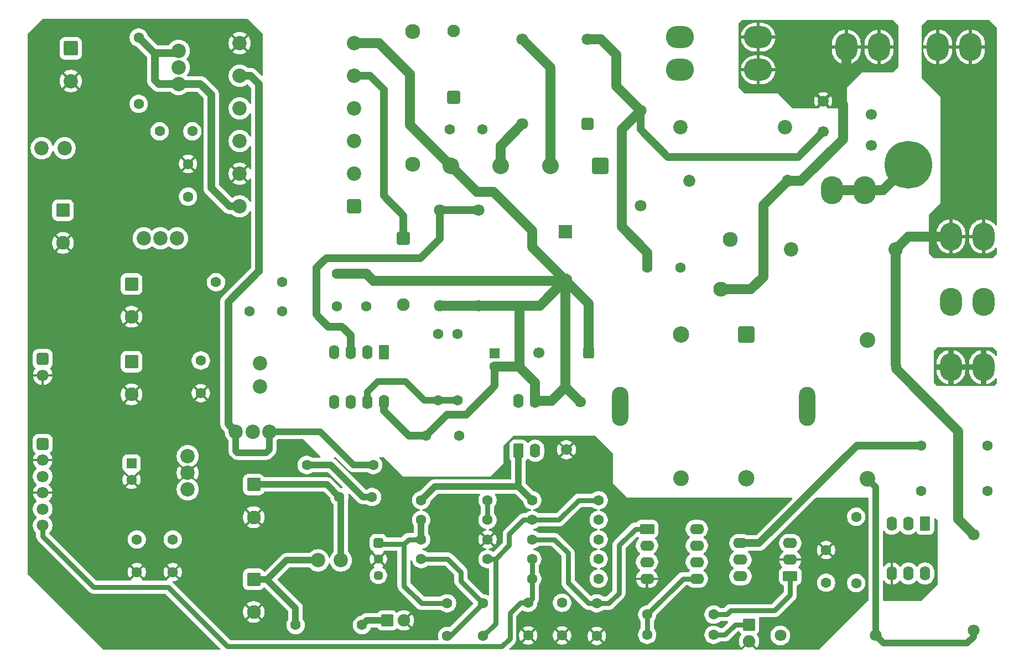
<source format=gbr>
%TF.GenerationSoftware,KiCad,Pcbnew,9.0.7*%
%TF.CreationDate,2026-02-04T14:48:23+09:00*%
%TF.ProjectId,POWER_BD_NV2,504f5745-525f-4424-945f-4e56322e6b69,rev?*%
%TF.SameCoordinates,Original*%
%TF.FileFunction,Copper,L2,Bot*%
%TF.FilePolarity,Positive*%
%FSLAX46Y46*%
G04 Gerber Fmt 4.6, Leading zero omitted, Abs format (unit mm)*
G04 Created by KiCad (PCBNEW 9.0.7) date 2026-02-04 14:48:23*
%MOMM*%
%LPD*%
G01*
G04 APERTURE LIST*
G04 Aperture macros list*
%AMRoundRect*
0 Rectangle with rounded corners*
0 $1 Rounding radius*
0 $2 $3 $4 $5 $6 $7 $8 $9 X,Y pos of 4 corners*
0 Add a 4 corners polygon primitive as box body*
4,1,4,$2,$3,$4,$5,$6,$7,$8,$9,$2,$3,0*
0 Add four circle primitives for the rounded corners*
1,1,$1+$1,$2,$3*
1,1,$1+$1,$4,$5*
1,1,$1+$1,$6,$7*
1,1,$1+$1,$8,$9*
0 Add four rect primitives between the rounded corners*
20,1,$1+$1,$2,$3,$4,$5,0*
20,1,$1+$1,$4,$5,$6,$7,0*
20,1,$1+$1,$6,$7,$8,$9,0*
20,1,$1+$1,$8,$9,$2,$3,0*%
G04 Aperture macros list end*
%TA.AperFunction,ComponentPad*%
%ADD10O,3.400000X4.300000*%
%TD*%
%TA.AperFunction,ComponentPad*%
%ADD11RoundRect,0.250000X0.550000X-0.850000X0.550000X0.850000X-0.550000X0.850000X-0.550000X-0.850000X0*%
%TD*%
%TA.AperFunction,ComponentPad*%
%ADD12O,1.600000X2.200000*%
%TD*%
%TA.AperFunction,ComponentPad*%
%ADD13C,1.850000*%
%TD*%
%TA.AperFunction,ComponentPad*%
%ADD14C,1.600000*%
%TD*%
%TA.AperFunction,ComponentPad*%
%ADD15C,2.200000*%
%TD*%
%TA.AperFunction,ComponentPad*%
%ADD16RoundRect,0.262500X-0.787500X0.787500X-0.787500X-0.787500X0.787500X-0.787500X0.787500X0.787500X0*%
%TD*%
%TA.AperFunction,ComponentPad*%
%ADD17C,2.100000*%
%TD*%
%TA.AperFunction,ComponentPad*%
%ADD18RoundRect,0.297872X0.962128X0.962128X-0.962128X0.962128X-0.962128X-0.962128X0.962128X-0.962128X0*%
%TD*%
%TA.AperFunction,ComponentPad*%
%ADD19C,2.540000*%
%TD*%
%TA.AperFunction,ComponentPad*%
%ADD20RoundRect,0.216000X-0.684000X0.684000X-0.684000X-0.684000X0.684000X-0.684000X0.684000X0.684000X0*%
%TD*%
%TA.AperFunction,ComponentPad*%
%ADD21C,1.800000*%
%TD*%
%TA.AperFunction,ComponentPad*%
%ADD22C,1.700000*%
%TD*%
%TA.AperFunction,ComponentPad*%
%ADD23RoundRect,0.250000X-0.550000X0.550000X-0.550000X-0.550000X0.550000X-0.550000X0.550000X0.550000X0*%
%TD*%
%TA.AperFunction,ComponentPad*%
%ADD24RoundRect,0.250000X-0.600000X-0.600000X0.600000X-0.600000X0.600000X0.600000X-0.600000X0.600000X0*%
%TD*%
%TA.AperFunction,ComponentPad*%
%ADD25RoundRect,0.366667X0.733333X-0.733333X0.733333X0.733333X-0.733333X0.733333X-0.733333X-0.733333X0*%
%TD*%
%TA.AperFunction,ComponentPad*%
%ADD26C,2.400000*%
%TD*%
%TA.AperFunction,ComponentPad*%
%ADD27RoundRect,0.250000X-0.475000X0.475000X-0.475000X-0.475000X0.475000X-0.475000X0.475000X0.475000X0*%
%TD*%
%TA.AperFunction,ComponentPad*%
%ADD28C,1.450000*%
%TD*%
%TA.AperFunction,ComponentPad*%
%ADD29RoundRect,0.250000X-0.800000X0.800000X-0.800000X-0.800000X0.800000X-0.800000X0.800000X0.800000X0*%
%TD*%
%TA.AperFunction,ComponentPad*%
%ADD30C,7.300000*%
%TD*%
%TA.AperFunction,ComponentPad*%
%ADD31O,4.300000X3.400000*%
%TD*%
%TA.AperFunction,ComponentPad*%
%ADD32RoundRect,0.250000X0.650000X-0.650000X0.650000X0.650000X-0.650000X0.650000X-0.650000X-0.650000X0*%
%TD*%
%TA.AperFunction,ComponentPad*%
%ADD33C,2.300000*%
%TD*%
%TA.AperFunction,ComponentPad*%
%ADD34C,1.950000*%
%TD*%
%TA.AperFunction,ComponentPad*%
%ADD35RoundRect,0.243750X-0.731250X0.731250X-0.731250X-0.731250X0.731250X-0.731250X0.731250X0.731250X0*%
%TD*%
%TA.AperFunction,ComponentPad*%
%ADD36RoundRect,0.260417X0.989583X0.989583X-0.989583X0.989583X-0.989583X-0.989583X0.989583X-0.989583X0*%
%TD*%
%TA.AperFunction,ComponentPad*%
%ADD37C,2.500000*%
%TD*%
%TA.AperFunction,ComponentPad*%
%ADD38O,2.500000X6.000000*%
%TD*%
%TA.AperFunction,ComponentPad*%
%ADD39RoundRect,0.250000X-0.550000X0.850000X-0.550000X-0.850000X0.550000X-0.850000X0.550000X0.850000X0*%
%TD*%
%TA.AperFunction,ComponentPad*%
%ADD40C,1.900000*%
%TD*%
%TA.AperFunction,ComponentPad*%
%ADD41RoundRect,0.237500X0.712500X0.712500X-0.712500X0.712500X-0.712500X-0.712500X0.712500X-0.712500X0*%
%TD*%
%TA.AperFunction,ComponentPad*%
%ADD42RoundRect,0.229167X-0.870833X0.870833X-0.870833X-0.870833X0.870833X-0.870833X0.870833X0.870833X0*%
%TD*%
%TA.AperFunction,ComponentPad*%
%ADD43RoundRect,0.243750X0.731250X-0.731250X0.731250X0.731250X-0.731250X0.731250X-0.731250X-0.731250X0*%
%TD*%
%TA.AperFunction,ComponentPad*%
%ADD44RoundRect,0.250000X-0.850000X-0.550000X0.850000X-0.550000X0.850000X0.550000X-0.850000X0.550000X0*%
%TD*%
%TA.AperFunction,ComponentPad*%
%ADD45O,2.200000X1.600000*%
%TD*%
%TA.AperFunction,ComponentPad*%
%ADD46RoundRect,0.250000X0.850000X0.550000X-0.850000X0.550000X-0.850000X-0.550000X0.850000X-0.550000X0*%
%TD*%
%TA.AperFunction,ComponentPad*%
%ADD47RoundRect,0.237500X0.712500X-0.712500X0.712500X0.712500X-0.712500X0.712500X-0.712500X-0.712500X0*%
%TD*%
%TA.AperFunction,Conductor*%
%ADD48C,1.200000*%
%TD*%
%TA.AperFunction,Conductor*%
%ADD49C,1.500000*%
%TD*%
%TA.AperFunction,Conductor*%
%ADD50C,1.000000*%
%TD*%
%TA.AperFunction,Conductor*%
%ADD51C,0.800000*%
%TD*%
G04 APERTURE END LIST*
D10*
%TO.P,ACL2,2,Pin_2*%
%TO.N,/L01*%
X131500000Y93000000D03*
%TO.P,ACL2,1,Pin_1*%
X126500000Y93000000D03*
%TD*%
%TO.P,ACN2,2,Pin_2*%
%TO.N,Net-(A2-Pin_1)*%
X145500000Y93000000D03*
%TO.P,ACN2,1,Pin_1*%
X140500000Y93000000D03*
%TD*%
D11*
%TO.P,U3,1*%
%TO.N,+12V*%
X76330000Y31175000D03*
D12*
%TO.P,U3,2*%
%TO.N,Net-(R12-Pad1)*%
X78870000Y31175000D03*
%TO.P,U3,3*%
%TO.N,Earth*%
X78870000Y38795000D03*
%TO.P,U3,4*%
%TO.N,Net-(U1-FB)*%
X76330000Y38795000D03*
%TD*%
D13*
%TO.P,C3,1,1*%
%TO.N,/N01*%
X102500000Y72500000D03*
%TO.P,C3,2,2*%
%TO.N,/L01*%
X117500000Y72500000D03*
%TD*%
D14*
%TO.P,R2,1*%
%TO.N,Net-(T1-SB)*%
X137920000Y25000000D03*
%TO.P,R2,2*%
%TO.N,Net-(R2-Pad2)*%
X148080000Y25000000D03*
%TD*%
D15*
%TO.P,L3,1,1*%
%TO.N,Net-(D7-K)*%
X49150000Y14400000D03*
%TO.P,L3,2,2*%
%TO.N,+8V*%
X45650000Y14400000D03*
%TD*%
D14*
%TO.P,R23,1*%
%TO.N,Net-(U4-PB0_(MOSI{slash}DI{slash}SDA{slash}AIN0{slash}OC0A{slash}OC1A{slash}AREF{slash}PCINT0))*%
X96020000Y6100000D03*
%TO.P,R23,2*%
%TO.N,Net-(R23-Pad2)*%
X106180000Y6100000D03*
%TD*%
%TO.P,C18,1*%
%TO.N,Net-(C18-Pad1)*%
X53900000Y24100000D03*
%TO.P,C18,2*%
%TO.N,Net-(D7-K)*%
X48900000Y24100000D03*
%TD*%
D15*
%TO.P,C33,1,1*%
%TO.N,/L01*%
X117100000Y80700000D03*
%TO.P,C33,2,2*%
%TO.N,/N01*%
X101100000Y80700000D03*
%TD*%
%TO.P,U6,1,VI*%
%TO.N,+8V*%
X25700000Y25260000D03*
%TO.P,U6,2,GND*%
%TO.N,GND*%
X25700000Y27800000D03*
%TO.P,U6,3,VO*%
%TO.N,+5V*%
X25700000Y30340000D03*
%TD*%
D14*
%TO.P,C13,1*%
%TO.N,GND*%
X82987500Y2900000D03*
%TO.P,C13,2*%
%TO.N,Net-(U4-(PCINT3{slash}XTAL1{slash}CLKI{slash}OC1B\u002A{slash}ADC3)_PB3)*%
X82987500Y7900000D03*
%TD*%
D16*
%TO.P,C21,1*%
%TO.N,Net-(D6-K)*%
X17100000Y56700000D03*
D17*
%TO.P,C21,2*%
%TO.N,GND*%
X17100000Y51700000D03*
%TD*%
D15*
%TO.P,D6,1,A*%
%TO.N,Net-(T2-N2)*%
X18950000Y63700000D03*
%TO.P,D6,2,K*%
%TO.N,Net-(D6-K)*%
X21500000Y63700000D03*
%TO.P,D6,3,A*%
%TO.N,Net-(T2-N2)*%
X24050000Y63700000D03*
%TD*%
D14*
%TO.P,C6,1*%
%TO.N,Earth*%
X48500000Y58300000D03*
%TO.P,C6,2*%
%TO.N,Net-(U1-FB)*%
X48500000Y53300000D03*
%TD*%
D18*
%TO.P,D1,1,+*%
%TO.N,Net-(D1-+)*%
X88830000Y74800000D03*
D19*
%TO.P,D1,2*%
%TO.N,Net-(D1-Pad2)*%
X81210000Y74800000D03*
%TO.P,D1,3*%
%TO.N,Net-(D1-Pad3)*%
X73590000Y74800000D03*
%TO.P,D1,4,-*%
%TO.N,Earth*%
X65970000Y74800000D03*
%TD*%
D20*
%TO.P,J2,1,1*%
%TO.N,+12V*%
X3500000Y32250000D03*
D21*
%TO.P,J2,2,2*%
%TO.N,GND*%
X3500000Y29750000D03*
%TO.P,J2,3,3*%
%TO.N,+5V*%
X3500000Y27250000D03*
%TO.P,J2,4,4*%
%TO.N,GND*%
X3500000Y24750000D03*
%TO.P,J2,5,5*%
%TO.N,unconnected-(J2-Pad5)*%
X3500000Y22250000D03*
%TO.P,J2,6,6*%
%TO.N,/PWM_PW*%
X3500000Y19750000D03*
%TD*%
D14*
%TO.P,R20,1*%
%TO.N,GND*%
X71580000Y17600000D03*
%TO.P,R20,2*%
%TO.N,Net-(C19-Pad2)*%
X61420000Y17600000D03*
%TD*%
%TO.P,C15,1*%
%TO.N,Net-(C15-Pad1)*%
X70900000Y2825000D03*
%TO.P,C15,2*%
%TO.N,Net-(C15-Pad2)*%
X70900000Y7825000D03*
%TD*%
D22*
%TO.P,C2,1*%
%TO.N,GNDPWR*%
X130285000Y77950000D03*
%TO.P,C2,2*%
%TO.N,Net-(C2-Pad2)*%
X122965000Y80050000D03*
%TD*%
D21*
%TO.P,R4,1*%
%TO.N,Earth*%
X64237500Y53400000D03*
%TO.P,R4,2*%
%TO.N,Net-(U1-CS)*%
X64237500Y68000000D03*
%TD*%
D23*
%TO.P,C10,1*%
%TO.N,Net-(D3-K)*%
X72700000Y46100000D03*
D14*
%TO.P,C10,2*%
%TO.N,Earth*%
X72700000Y44100000D03*
%TD*%
%TO.P,R21,1*%
%TO.N,Net-(U4-PB0_(MOSI{slash}DI{slash}SDA{slash}AIN0{slash}OC0A{slash}OC1A{slash}AREF{slash}PCINT0))*%
X96020000Y3000000D03*
%TO.P,R21,2*%
%TO.N,Net-(LED1-A)*%
X106180000Y3000000D03*
%TD*%
D22*
%TO.P,D4,1,K*%
%TO.N,Net-(D4-K)*%
X79390000Y46200000D03*
D24*
%TO.P,D4,2,A*%
%TO.N,Earth*%
X87010000Y46200000D03*
%TD*%
D14*
%TO.P,C7,1*%
%TO.N,Net-(D1-+)*%
X65800000Y80400000D03*
%TO.P,C7,2*%
%TO.N,Net-(D2-K)*%
X70800000Y80400000D03*
%TD*%
%TO.P,C16,1*%
%TO.N,Net-(C16-Pad1)*%
X21400000Y80100000D03*
%TO.P,C16,2*%
%TO.N,Net-(D5-K)*%
X26400000Y80100000D03*
%TD*%
D25*
%TO.P,T2,1,P0*%
%TO.N,Net-(D1-+)*%
X51150000Y68600000D03*
D15*
%TO.P,T2,2,P1*%
%TO.N,unconnected-(T2-P1-Pad2)*%
X51150000Y73600000D03*
%TO.P,T2,3,P2*%
%TO.N,Net-(D2-A)*%
X51150000Y78600000D03*
%TO.P,T2,4,NC1*%
%TO.N,unconnected-(T2-NC1-Pad4)*%
X51150000Y83600000D03*
%TO.P,T2,5,Vcc*%
%TO.N,Net-(D3-A)*%
X51150000Y88600000D03*
%TO.P,T2,6,Vcc_GND*%
%TO.N,Earth*%
X51150000Y93600000D03*
%TO.P,T2,7,N_GND1*%
%TO.N,GND*%
X33650000Y93600000D03*
%TO.P,T2,8,N1*%
%TO.N,Net-(T2-N1)*%
X33650000Y88600000D03*
%TO.P,T2,9,N2*%
%TO.N,Net-(T2-N2)*%
X33650000Y83600000D03*
%TO.P,T2,10,NC2*%
%TO.N,unconnected-(T2-NC2-Pad10)*%
X33650000Y78600000D03*
%TO.P,T2,11,N_GND2*%
%TO.N,GND*%
X33650000Y73600000D03*
%TO.P,T2,12,N3*%
%TO.N,Net-(T2-N3)*%
X33650000Y68600000D03*
%TD*%
D26*
%TO.P,C31,1*%
%TO.N,Net-(C31-Pad1)*%
X129700000Y26900000D03*
%TO.P,C31,2*%
%TO.N,/N01*%
X129700000Y48100000D03*
%TD*%
D14*
%TO.P,R10,1*%
%TO.N,/PWM_PW*%
X78420000Y11600000D03*
%TO.P,R10,2*%
%TO.N,Net-(U4-(PCINT3{slash}XTAL1{slash}CLKI{slash}OC1B\u002A{slash}ADC3)_PB3)*%
X88580000Y11600000D03*
%TD*%
%TO.P,R11,1*%
%TO.N,Net-(U4-(PCINT5{slash}RESET\u002A{slash}ADC0{slash}dW)_PB5)*%
X78420000Y17600000D03*
%TO.P,R11,2*%
%TO.N,+5V*%
X88580000Y17600000D03*
%TD*%
D21*
%TO.P,R25,1*%
%TO.N,Net-(A2-Pin_1)*%
X146000000Y18300000D03*
%TO.P,R25,2*%
%TO.N,Net-(C31-Pad1)*%
X146000000Y3700000D03*
%TD*%
D15*
%TO.P,C32,1,1*%
%TO.N,/N01*%
X118000000Y62000000D03*
%TO.P,C32,2,2*%
%TO.N,Net-(A2-Pin_1)*%
X134000000Y62000000D03*
%TD*%
%TO.P,L2,1,1*%
%TO.N,Net-(D6-K)*%
X36800000Y44550000D03*
%TO.P,L2,2,2*%
%TO.N,+12V*%
X36800000Y41050000D03*
%TD*%
%TO.P,L1,1,1*%
%TO.N,Net-(D5-K)*%
X3350000Y77500000D03*
%TO.P,L1,2,2*%
%TO.N,+24V*%
X6850000Y77500000D03*
%TD*%
D14*
%TO.P,C9,1*%
%TO.N,Earth*%
X62200000Y33500000D03*
%TO.P,C9,2*%
%TO.N,Net-(U1-VCC)*%
X67200000Y33500000D03*
%TD*%
D21*
%TO.P,R3,1*%
%TO.N,Earth*%
X70200000Y53400000D03*
%TO.P,R3,2*%
%TO.N,Net-(U1-CS)*%
X70200000Y68000000D03*
%TD*%
D14*
%TO.P,R15,1*%
%TO.N,Net-(T2-N2)*%
X30020000Y57000000D03*
%TO.P,R15,2*%
%TO.N,Net-(C17-Pad1)*%
X40180000Y57000000D03*
%TD*%
%TO.P,C28,1*%
%TO.N,GND*%
X23400000Y12600000D03*
%TO.P,C28,2*%
%TO.N,+8V*%
X23400000Y17600000D03*
%TD*%
D16*
%TO.P,C24,1*%
%TO.N,+12V*%
X17100000Y44800000D03*
D17*
%TO.P,C24,2*%
%TO.N,GND*%
X17100000Y39800000D03*
%TD*%
D14*
%TO.P,R19,1*%
%TO.N,Net-(C19-Pad2)*%
X61420000Y20600000D03*
%TO.P,R19,2*%
%TO.N,Net-(R18-Pad1)*%
X71580000Y20600000D03*
%TD*%
D27*
%TO.P,VR1,1*%
%TO.N,Net-(C19-Pad2)*%
X54875000Y17100000D03*
D28*
%TO.P,VR1,2*%
%TO.N,GND*%
X54875000Y14600000D03*
%TO.P,VR1,3*%
%TO.N,Net-(C15-Pad1)*%
X54875000Y12100000D03*
%TD*%
D14*
%TO.P,C30,1*%
%TO.N,GND*%
X17900000Y12600000D03*
%TO.P,C30,2*%
%TO.N,+5V*%
X17900000Y17600000D03*
%TD*%
D29*
%TO.P,C4,1*%
%TO.N,Net-(D1-+)*%
X83500000Y64750000D03*
D17*
%TO.P,C4,2*%
%TO.N,Earth*%
X83500000Y57250000D03*
%TD*%
D14*
%TO.P,R12,1*%
%TO.N,Net-(R12-Pad1)*%
X88580000Y20600000D03*
%TO.P,R12,2*%
%TO.N,Net-(C15-Pad1)*%
X78420000Y20600000D03*
%TD*%
%TO.P,C26,1*%
%TO.N,GND*%
X25750000Y75100000D03*
%TO.P,C26,2*%
%TO.N,+24V*%
X25750000Y70100000D03*
%TD*%
%TO.P,R7,1*%
%TO.N,Net-(D3-K)*%
X64000000Y49080000D03*
%TO.P,R7,2*%
%TO.N,Net-(U1-VCC)*%
X64000000Y38920000D03*
%TD*%
%TO.P,R17,1*%
%TO.N,Net-(C15-Pad1)*%
X71580000Y14600000D03*
%TO.P,R17,2*%
%TO.N,Net-(C15-Pad2)*%
X61420000Y14600000D03*
%TD*%
D15*
%TO.P,D5,1,A*%
%TO.N,Net-(T2-N3)*%
X24300000Y92450000D03*
%TO.P,D5,2,K*%
%TO.N,Net-(D5-K)*%
X24300000Y89900000D03*
%TO.P,D5,3,A*%
%TO.N,Net-(T2-N3)*%
X24300000Y87350000D03*
%TD*%
D14*
%TO.P,R22,1*%
%TO.N,Net-(LED2-A)*%
X52380000Y4500000D03*
%TO.P,R22,2*%
%TO.N,+8V*%
X42220000Y4500000D03*
%TD*%
D10*
%TO.P,FG1,1,Pin_1*%
%TO.N,GNDPWR*%
X124300000Y71100000D03*
%TO.P,FG1,2,Pin_2*%
X129300000Y71100000D03*
%TD*%
D15*
%TO.P,D7,1,A*%
%TO.N,Net-(T2-N1)*%
X33075000Y34100000D03*
%TO.P,D7,2,K*%
%TO.N,Net-(D7-K)*%
X35625000Y34100000D03*
%TO.P,D7,3,A*%
%TO.N,Net-(T2-N1)*%
X38175000Y34100000D03*
%TD*%
D14*
%TO.P,C17,1*%
%TO.N,Net-(C17-Pad1)*%
X40125000Y52500000D03*
%TO.P,C17,2*%
%TO.N,Net-(D6-K)*%
X35125000Y52500000D03*
%TD*%
D30*
%TO.P,H2,1,1*%
%TO.N,GND*%
X16000000Y75000000D03*
%TD*%
D31*
%TO.P,ACN1,1,Pin_1*%
%TO.N,/N01*%
X101000000Y89500000D03*
%TO.P,ACN1,2,Pin_2*%
X101000000Y94500000D03*
%TD*%
D14*
%TO.P,R13,1*%
%TO.N,Net-(C15-Pad1)*%
X88580000Y23600000D03*
%TO.P,R13,2*%
%TO.N,+12V*%
X78420000Y23600000D03*
%TD*%
D23*
%TO.P,C29,1*%
%TO.N,+5V*%
X17100000Y29250000D03*
D14*
%TO.P,C29,2*%
%TO.N,GND*%
X17100000Y26750000D03*
%TD*%
%TO.P,R6,1*%
%TO.N,/ZVC*%
X128000000Y10920000D03*
%TO.P,R6,2*%
%TO.N,+5V*%
X128000000Y21080000D03*
%TD*%
D30*
%TO.P,H3,1,1*%
%TO.N,GND*%
X16000000Y5000000D03*
%TD*%
D14*
%TO.P,R16,1*%
%TO.N,Net-(T2-N1)*%
X54080000Y29000000D03*
%TO.P,R16,2*%
%TO.N,Net-(C18-Pad1)*%
X43920000Y29000000D03*
%TD*%
D32*
%TO.P,LF1,1,1*%
%TO.N,/L01*%
X86900000Y81200000D03*
D21*
%TO.P,LF1,2,2*%
%TO.N,Net-(C2-Pad2)*%
X86900000Y94200000D03*
%TO.P,LF1,3,3*%
%TO.N,Net-(D1-Pad2)*%
X76900000Y94200000D03*
%TO.P,LF1,4,4*%
%TO.N,Net-(D1-Pad3)*%
X76900000Y81200000D03*
%TD*%
D30*
%TO.P,H1,1,1*%
%TO.N,GNDPWR*%
X136000000Y75000000D03*
%TD*%
D14*
%TO.P,R8,1*%
%TO.N,Net-(U1-VCC)*%
X67000000Y38920000D03*
%TO.P,R8,2*%
%TO.N,Net-(D4-K)*%
X67000000Y49080000D03*
%TD*%
%TO.P,C27,1*%
%TO.N,GND*%
X27700000Y40000000D03*
%TO.P,C27,2*%
%TO.N,+12V*%
X27700000Y45000000D03*
%TD*%
D33*
%TO.P,RV1,1,1*%
%TO.N,/N01*%
X108750000Y63510000D03*
%TO.P,RV1,2,2*%
%TO.N,/L01*%
X107250000Y55890000D03*
%TD*%
D34*
%TO.P,D2,1,K*%
%TO.N,Net-(D2-K)*%
X66400000Y95480000D03*
D35*
%TO.P,D2,2,A*%
%TO.N,Net-(D2-A)*%
X66400000Y85320000D03*
%TD*%
D22*
%TO.P,C1,1*%
%TO.N,/L01*%
X122955000Y84750000D03*
%TO.P,C1,2*%
%TO.N,GNDPWR*%
X130275000Y82650000D03*
%TD*%
D36*
%TO.P,T1,1,AA*%
%TO.N,/N01*%
X111200000Y49000000D03*
D37*
%TO.P,T1,2,AB*%
%TO.N,/L01*%
X101200000Y49000000D03*
D26*
%TO.P,T1,3,SA*%
%TO.N,Net-(T1-SA)*%
X101200000Y27000000D03*
D37*
%TO.P,T1,4,SB*%
%TO.N,Net-(T1-SB)*%
X111200000Y27000000D03*
D38*
%TO.P,T1,5*%
%TO.N,unconnected-(T1-Pad5)*%
X91900000Y38000000D03*
%TO.P,T1,6*%
%TO.N,unconnected-(T1-Pad6)*%
X120500000Y38000000D03*
%TD*%
D14*
%TO.P,C8,1*%
%TO.N,GND*%
X123400000Y15975000D03*
%TO.P,C8,2*%
%TO.N,/ZVC*%
X123400000Y10975000D03*
%TD*%
D33*
%TO.P,R5,1*%
%TO.N,Net-(D1-+)*%
X60100000Y75040000D03*
%TO.P,R5,2*%
%TO.N,Net-(D2-K)*%
X60100000Y95360000D03*
%TD*%
D31*
%TO.P,ACL1,1,Pin_1*%
%TO.N,/L01*%
X113000000Y89500000D03*
%TO.P,ACL1,2,Pin_2*%
X113000000Y94500000D03*
%TD*%
D10*
%TO.P,A1,1,Pin_1*%
%TO.N,/N01*%
X142500000Y54000000D03*
%TO.P,A1,2,Pin_2*%
X147500000Y54000000D03*
%TD*%
D39*
%TO.P,U2,1*%
%TO.N,Net-(R2-Pad2)*%
X138540000Y20010000D03*
D12*
%TO.P,U2,2*%
%TO.N,Net-(T1-SA)*%
X136000000Y20010000D03*
%TO.P,U2,3*%
%TO.N,unconnected-(U2-Pad3)*%
X133460000Y20010000D03*
%TO.P,U2,4*%
%TO.N,GND*%
X133460000Y12390000D03*
%TO.P,U2,5*%
%TO.N,/ZVC*%
X136000000Y12390000D03*
%TO.P,U2,6*%
%TO.N,unconnected-(U2-Pad6)*%
X138540000Y12390000D03*
%TD*%
D14*
%TO.P,R9,1*%
%TO.N,/PWM_PW*%
X78420000Y14600000D03*
%TO.P,R9,2*%
%TO.N,+5V*%
X88580000Y14600000D03*
%TD*%
D10*
%TO.P,G1,1,Pin_1*%
%TO.N,Net-(G1-Pin_1)*%
X142500000Y44000000D03*
%TO.P,G1,2,Pin_2*%
X147500000Y44000000D03*
%TD*%
D21*
%TO.P,R24,1*%
%TO.N,Net-(R24-Pad1)*%
X116400000Y2900000D03*
%TO.P,R24,2*%
%TO.N,Net-(C31-Pad1)*%
X131000000Y2900000D03*
%TD*%
D10*
%TO.P,A2,1,Pin_1*%
%TO.N,Net-(A2-Pin_1)*%
X142500000Y64000000D03*
%TO.P,A2,2,Pin_2*%
X147500000Y64000000D03*
%TD*%
D14*
%TO.P,F2,1,1*%
%TO.N,/N01*%
X101140000Y59200000D03*
%TO.P,F2,2,2*%
%TO.N,Net-(C2-Pad2)*%
X96060000Y59200000D03*
%TD*%
%TO.P,R14,1*%
%TO.N,Net-(T2-N3)*%
X18200000Y94455000D03*
%TO.P,R14,2*%
%TO.N,Net-(C16-Pad1)*%
X18200000Y84295000D03*
%TD*%
D16*
%TO.P,C23,1*%
%TO.N,+24V*%
X6600000Y68000000D03*
D17*
%TO.P,C23,2*%
%TO.N,GND*%
X6600000Y63000000D03*
%TD*%
D40*
%TO.P,LED2,1,K*%
%TO.N,GND*%
X58770000Y5200000D03*
D41*
%TO.P,LED2,2,A*%
%TO.N,Net-(LED2-A)*%
X56230000Y5200000D03*
%TD*%
D42*
%TO.P,C20,1*%
%TO.N,Net-(D5-K)*%
X7800000Y92800000D03*
D15*
%TO.P,C20,2*%
%TO.N,GND*%
X7800000Y87800000D03*
%TD*%
D21*
%TO.P,R1,1*%
%TO.N,/L01*%
X95000000Y68700000D03*
%TO.P,R1,2*%
%TO.N,Net-(C2-Pad2)*%
X95000000Y83300000D03*
%TD*%
D34*
%TO.P,D3,1,K*%
%TO.N,Net-(D3-K)*%
X58725000Y53570000D03*
D43*
%TO.P,D3,2,A*%
%TO.N,Net-(D3-A)*%
X58725000Y63730000D03*
%TD*%
D16*
%TO.P,C25,1*%
%TO.N,+8V*%
X35800000Y11500000D03*
D17*
%TO.P,C25,2*%
%TO.N,GND*%
X35800000Y6500000D03*
%TD*%
D44*
%TO.P,U4,1,(PCINT5/RESET\u002A/ADC0/dW)_PB5*%
%TO.N,Net-(U4-(PCINT5{slash}RESET\u002A{slash}ADC0{slash}dW)_PB5)*%
X95990000Y19210000D03*
D45*
%TO.P,U4,2,(PCINT3/XTAL1/CLKI/OC1B\u002A/ADC3)_PB3*%
%TO.N,Net-(U4-(PCINT3{slash}XTAL1{slash}CLKI{slash}OC1B\u002A{slash}ADC3)_PB3)*%
X95990000Y16670000D03*
%TO.P,U4,3,(PCINT4/XTAL2/CLKO/OC1B/ADC2)_PB4*%
%TO.N,unconnected-(U4-(PCINT4{slash}XTAL2{slash}CLKO{slash}OC1B{slash}ADC2)_PB4-Pad3)*%
X95990000Y14130000D03*
%TO.P,U4,4,GND*%
%TO.N,GND*%
X95990000Y11590000D03*
%TO.P,U4,5,PB0_(MOSI/DI/SDA/AIN0/OC0A/OC1A/AREF/PCINT0)*%
%TO.N,Net-(U4-PB0_(MOSI{slash}DI{slash}SDA{slash}AIN0{slash}OC0A{slash}OC1A{slash}AREF{slash}PCINT0))*%
X103610000Y11590000D03*
%TO.P,U4,6,PB1_(MISO/DO/AIN1/OC0B/OC1A\u002A/PCINT1)*%
%TO.N,unconnected-(U4-PB1_(MISO{slash}DO{slash}AIN1{slash}OC0B{slash}OC1A\u002A{slash}PCINT1)-Pad6)*%
X103610000Y14130000D03*
%TO.P,U4,7,PB2_(SCK/USCK/SCL/ADC1/T0/INT0/PCINT2)*%
%TO.N,/ZVC*%
X103610000Y16670000D03*
%TO.P,U4,8,VCC*%
%TO.N,+5V*%
X103610000Y19210000D03*
%TD*%
D46*
%TO.P,U5,1*%
%TO.N,Net-(R23-Pad2)*%
X117910000Y11960000D03*
D45*
%TO.P,U5,2*%
%TO.N,GND*%
X117910000Y14500000D03*
%TO.P,U5,3*%
%TO.N,unconnected-(U5-Pad3)*%
X117910000Y17040000D03*
%TO.P,U5,4*%
%TO.N,Net-(G1-Pin_1)*%
X110290000Y17040000D03*
%TO.P,U5,5*%
%TO.N,unconnected-(U5-Pad5)*%
X110290000Y14500000D03*
%TO.P,U5,6*%
%TO.N,Net-(R24-Pad1)*%
X110290000Y11960000D03*
%TD*%
D14*
%TO.P,C11,1*%
%TO.N,GND*%
X77800000Y2900000D03*
%TO.P,C11,2*%
%TO.N,/PWM_PW*%
X77800000Y7900000D03*
%TD*%
%TO.P,C5,1*%
%TO.N,Earth*%
X53000000Y58300000D03*
%TO.P,C5,2*%
%TO.N,Net-(U1-BA)*%
X53000000Y53300000D03*
%TD*%
D20*
%TO.P,J3,1,1*%
%TO.N,+24V*%
X3500000Y45250000D03*
D21*
%TO.P,J3,2,2*%
%TO.N,GND*%
X3500000Y42750000D03*
%TD*%
D14*
%TO.P,R18,1*%
%TO.N,Net-(R18-Pad1)*%
X71580000Y23600000D03*
%TO.P,R18,2*%
%TO.N,+12V*%
X61420000Y23600000D03*
%TD*%
D39*
%TO.P,U1,1,BA*%
%TO.N,Net-(U1-BA)*%
X55710000Y46310000D03*
D12*
%TO.P,U1,2,FB*%
%TO.N,Net-(U1-FB)*%
X53170000Y46310000D03*
%TO.P,U1,3,CS*%
%TO.N,Net-(U1-CS)*%
X50630000Y46310000D03*
%TO.P,U1,4,DRAIN_1*%
%TO.N,Net-(D2-A)*%
X48090000Y46310000D03*
%TO.P,U1,5,DRAIN_2*%
X48090000Y38690000D03*
%TO.P,U1,6,N.C*%
%TO.N,unconnected-(U1-N.C-Pad6)*%
X50630000Y38690000D03*
%TO.P,U1,7,VCC*%
%TO.N,Net-(U1-VCC)*%
X53170000Y38690000D03*
%TO.P,U1,8,GND*%
%TO.N,Earth*%
X55710000Y38690000D03*
%TD*%
D14*
%TO.P,C12,1*%
%TO.N,GND*%
X88300000Y2825000D03*
%TO.P,C12,2*%
%TO.N,Net-(U4-(PCINT5{slash}RESET\u002A{slash}ADC0{slash}dW)_PB5)*%
X88300000Y7825000D03*
%TD*%
%TO.P,R26,1*%
%TO.N,Net-(G1-Pin_1)*%
X137920000Y32000000D03*
%TO.P,R26,2*%
%TO.N,/N01*%
X148080000Y32000000D03*
%TD*%
D16*
%TO.P,C22,1*%
%TO.N,Net-(D7-K)*%
X35800000Y26000000D03*
D17*
%TO.P,C22,2*%
%TO.N,GND*%
X35800000Y21000000D03*
%TD*%
D14*
%TO.P,C19,1*%
%TO.N,Net-(C15-Pad2)*%
X65400000Y2825000D03*
%TO.P,C19,2*%
%TO.N,Net-(C19-Pad2)*%
X65400000Y7825000D03*
%TD*%
D22*
%TO.P,C14,1*%
%TO.N,Earth*%
X85750000Y38660000D03*
%TO.P,C14,2*%
%TO.N,GND*%
X83650000Y31340000D03*
%TD*%
D40*
%TO.P,LED1,1,K*%
%TO.N,GND*%
X111600000Y2030000D03*
D47*
%TO.P,LED1,2,A*%
%TO.N,Net-(LED1-A)*%
X111600000Y4570000D03*
%TD*%
D48*
%TO.N,Net-(G1-Pin_1)*%
X113140000Y17040000D02*
X128100000Y32000000D01*
X110290000Y17040000D02*
X113140000Y17040000D01*
X128100000Y32000000D02*
X137920000Y32000000D01*
D49*
%TO.N,Net-(A2-Pin_1)*%
X136000000Y64000000D02*
X134000000Y62000000D01*
X142500000Y64000000D02*
X136000000Y64000000D01*
X134000000Y44300000D02*
X134000000Y62000000D01*
X134100000Y43700000D02*
X134100000Y44200000D01*
X143600000Y34200000D02*
X134100000Y43700000D01*
X134100000Y44200000D02*
X134000000Y44300000D01*
X143600000Y20700000D02*
X143600000Y34200000D01*
X146000000Y18300000D02*
X143600000Y20700000D01*
%TO.N,/L01*%
X126000000Y84200000D02*
X125600000Y84600000D01*
X126000000Y78900000D02*
X126000000Y84200000D01*
X125600000Y84600000D02*
X125600000Y87100000D01*
X119600000Y72500000D02*
X126000000Y78900000D01*
X125600000Y87100000D02*
X126500000Y88000000D01*
X117500000Y72500000D02*
X119600000Y72500000D01*
X126500000Y88000000D02*
X126500000Y93000000D01*
%TO.N,GNDPWR*%
X132100000Y71100000D02*
X136000000Y75000000D01*
X129300000Y71100000D02*
X132100000Y71100000D01*
X124300000Y71100000D02*
X129300000Y71100000D01*
%TO.N,/L01*%
X113800000Y68800000D02*
X117500000Y72500000D01*
X113800000Y57800000D02*
X113800000Y68800000D01*
X111890000Y55890000D02*
X113800000Y57800000D01*
X107250000Y55890000D02*
X111890000Y55890000D01*
%TO.N,Net-(C2-Pad2)*%
X96060000Y61540000D02*
X92100000Y65500000D01*
X92100000Y80400000D02*
X95000000Y83300000D01*
X96060000Y59200000D02*
X96060000Y61540000D01*
X92100000Y65500000D02*
X92100000Y80400000D01*
D48*
X95000000Y80400000D02*
X95000000Y83300000D01*
X99200000Y76200000D02*
X95000000Y80400000D01*
X119115000Y76200000D02*
X99200000Y76200000D01*
X122965000Y80050000D02*
X119115000Y76200000D01*
D49*
X95000000Y83300000D02*
X91300000Y87000000D01*
X91300000Y91800000D02*
X88900000Y94200000D01*
X91300000Y87000000D02*
X91300000Y91800000D01*
X88900000Y94200000D02*
X86900000Y94200000D01*
%TO.N,Earth*%
X54100000Y57200000D02*
X83200000Y57200000D01*
X59700000Y88900000D02*
X55000000Y93600000D01*
D48*
X72700000Y41100000D02*
X72700000Y44100000D01*
X65400000Y36700000D02*
X68300000Y36700000D01*
D49*
X87010000Y53740000D02*
X83500000Y57250000D01*
X55000000Y93600000D02*
X51150000Y93600000D01*
X69970000Y70800000D02*
X72500000Y70800000D01*
X85750000Y38660000D02*
X83500000Y40910000D01*
X83500000Y40910000D02*
X83500000Y57250000D01*
X78870000Y38795000D02*
X81385000Y38795000D01*
X83450000Y57250000D02*
X83500000Y57250000D01*
X72500000Y70800000D02*
X78400000Y64900000D01*
X72700000Y44100000D02*
X76200000Y44100000D01*
X64237500Y53400000D02*
X70200000Y53400000D01*
X53000000Y58300000D02*
X54100000Y57200000D01*
D48*
X55710000Y38690000D02*
X55710000Y37290000D01*
D49*
X76200000Y44100000D02*
X76400000Y44100000D01*
X76400000Y44100000D02*
X78870000Y41630000D01*
X76200000Y44100000D02*
X76500000Y44400000D01*
X81385000Y38795000D02*
X83500000Y40910000D01*
D48*
X68300000Y36700000D02*
X72700000Y41100000D01*
X62200000Y33500000D02*
X65400000Y36700000D01*
D49*
X59700000Y81070000D02*
X59700000Y88900000D01*
X78400000Y62350000D02*
X83500000Y57250000D01*
D48*
X59500000Y33500000D02*
X62200000Y33500000D01*
D49*
X79600000Y53400000D02*
X83450000Y57250000D01*
X87010000Y46200000D02*
X87010000Y53740000D01*
X65970000Y74800000D02*
X69970000Y70800000D01*
X48500000Y58300000D02*
X53000000Y58300000D01*
X76400000Y53400000D02*
X76500000Y53300000D01*
D48*
X55710000Y37290000D02*
X59500000Y33500000D01*
D49*
X83200000Y57200000D02*
X83250000Y57250000D01*
X70200000Y53400000D02*
X76400000Y53400000D01*
X65970000Y74800000D02*
X59700000Y81070000D01*
X78400000Y64900000D02*
X78400000Y62350000D01*
X76600000Y53400000D02*
X79600000Y53400000D01*
X76500000Y53300000D02*
X76600000Y53400000D01*
X76500000Y44400000D02*
X76500000Y53300000D01*
X78870000Y41630000D02*
X78870000Y38795000D01*
D50*
%TO.N,Net-(U1-VCC)*%
X53170000Y40170000D02*
X53170000Y38690000D01*
X54800000Y41800000D02*
X53170000Y40170000D01*
X64000000Y38920000D02*
X67000000Y38920000D01*
X64000000Y38920000D02*
X61880000Y38920000D01*
X59000000Y41800000D02*
X54800000Y41800000D01*
X61880000Y38920000D02*
X59000000Y41800000D01*
D51*
%TO.N,/PWM_PW*%
X75000000Y6300000D02*
X75000000Y2400000D01*
X78420000Y11600000D02*
X78420000Y8520000D01*
X77800000Y7900000D02*
X76600000Y7900000D01*
X76600000Y7900000D02*
X75000000Y6300000D01*
X75000000Y2400000D02*
X73800000Y1200000D01*
X31800000Y1200000D02*
X22700000Y10300000D01*
X11300000Y10300000D02*
X3500000Y18100000D01*
X3500000Y18100000D02*
X3500000Y19750000D01*
X78420000Y8520000D02*
X77800000Y7900000D01*
X22700000Y10300000D02*
X11300000Y10300000D01*
X78420000Y14600000D02*
X78420000Y11600000D01*
X73800000Y1200000D02*
X31800000Y1200000D01*
%TO.N,Net-(U4-(PCINT5{slash}RESET\u002A{slash}ADC0{slash}dW)_PB5)*%
X91700000Y16700000D02*
X91700000Y9400000D01*
X90125000Y7825000D02*
X88300000Y7825000D01*
X83900000Y15500000D02*
X83900000Y11000000D01*
X94210000Y19210000D02*
X91700000Y16700000D01*
X78420000Y17600000D02*
X81800000Y17600000D01*
X81800000Y17600000D02*
X83900000Y15500000D01*
X87075000Y7825000D02*
X88300000Y7825000D01*
X83900000Y11000000D02*
X87075000Y7825000D01*
X91700000Y9400000D02*
X90125000Y7825000D01*
X95990000Y19210000D02*
X94210000Y19210000D01*
%TO.N,Net-(C15-Pad2)*%
X61420000Y14600000D02*
X65500000Y14600000D01*
X65900000Y2825000D02*
X70900000Y7825000D01*
X67825000Y10900000D02*
X70900000Y7825000D01*
X67800000Y10900000D02*
X67825000Y10900000D01*
X67500000Y11200000D02*
X67800000Y10900000D01*
X65500000Y14600000D02*
X67500000Y12600000D01*
X65400000Y2825000D02*
X65900000Y2825000D01*
X67500000Y12600000D02*
X67500000Y11200000D01*
%TO.N,Net-(C15-Pad1)*%
X74900000Y18400000D02*
X74900000Y16700000D01*
X71580000Y14600000D02*
X72700000Y14600000D01*
X74900000Y16700000D02*
X72800000Y14600000D01*
X72800000Y4725000D02*
X70900000Y2825000D01*
X72800000Y14600000D02*
X71580000Y14600000D01*
X85500000Y23600000D02*
X88580000Y23600000D01*
X78420000Y20600000D02*
X82500000Y20600000D01*
X72800000Y14500000D02*
X72800000Y4725000D01*
X82500000Y20600000D02*
X85500000Y23600000D01*
X78420000Y20600000D02*
X77100000Y20600000D01*
X72700000Y14600000D02*
X72800000Y14500000D01*
X77100000Y20600000D02*
X74900000Y18400000D01*
D50*
%TO.N,Net-(D7-K)*%
X49150000Y23850000D02*
X48900000Y24100000D01*
X35800000Y26000000D02*
X47000000Y26000000D01*
X47000000Y26000000D02*
X48900000Y24100000D01*
X49150000Y14400000D02*
X49150000Y23850000D01*
%TO.N,Net-(C18-Pad1)*%
X43920000Y29000000D02*
X47600000Y29000000D01*
X47600000Y29000000D02*
X52500000Y24100000D01*
X52500000Y24100000D02*
X53900000Y24100000D01*
D51*
%TO.N,Net-(C19-Pad2)*%
X58800000Y10500000D02*
X61475000Y7825000D01*
X58800000Y16900000D02*
X58800000Y10500000D01*
X55075000Y16900000D02*
X54875000Y17100000D01*
X61475000Y7825000D02*
X65400000Y7825000D01*
X58800000Y16900000D02*
X55075000Y16900000D01*
X59500000Y17600000D02*
X61420000Y17600000D01*
D50*
X61420000Y17600000D02*
X61420000Y20600000D01*
D51*
X58800000Y16900000D02*
X59500000Y17600000D01*
D50*
%TO.N,+12V*%
X63510000Y25690000D02*
X61420000Y23600000D01*
X76330000Y31175000D02*
X76330000Y25690000D01*
X76330000Y25690000D02*
X63510000Y25690000D01*
X76330000Y25690000D02*
X78420000Y23600000D01*
%TO.N,+8V*%
X37900000Y11500000D02*
X40800000Y14400000D01*
X40800000Y14400000D02*
X45650000Y14400000D01*
X35800000Y11500000D02*
X37800000Y11500000D01*
X37800000Y11500000D02*
X42220000Y7080000D01*
X35800000Y11500000D02*
X37900000Y11500000D01*
X42220000Y7080000D02*
X42220000Y4500000D01*
%TO.N,Net-(C31-Pad1)*%
X146000000Y2700000D02*
X146000000Y3700000D01*
X129700000Y26900000D02*
X131000000Y25600000D01*
X131000000Y2900000D02*
X132200000Y1700000D01*
X145000000Y1700000D02*
X146000000Y2700000D01*
X132200000Y1700000D02*
X145000000Y1700000D01*
X131000000Y25600000D02*
X131000000Y2900000D01*
D49*
%TO.N,Net-(D1-Pad3)*%
X73590000Y77890000D02*
X76900000Y81200000D01*
X73590000Y74800000D02*
X73590000Y77890000D01*
%TO.N,Net-(D1-Pad2)*%
X81210000Y89890000D02*
X81210000Y74800000D01*
X76900000Y94200000D02*
X81210000Y89890000D01*
D50*
%TO.N,Net-(D2-A)*%
X48090000Y38690000D02*
X48000000Y38780000D01*
D48*
%TO.N,Net-(D3-A)*%
X55700000Y70200000D02*
X55700000Y86500000D01*
X58725000Y63730000D02*
X58725000Y67175000D01*
X55700000Y86500000D02*
X53600000Y88600000D01*
X58725000Y67175000D02*
X55700000Y70200000D01*
X53600000Y88600000D02*
X51150000Y88600000D01*
D51*
%TO.N,Net-(LED1-A)*%
X107900000Y3000000D02*
X109470000Y4570000D01*
X109470000Y4570000D02*
X111600000Y4570000D01*
X106180000Y3000000D02*
X107900000Y3000000D01*
D50*
%TO.N,Net-(LED2-A)*%
X53080000Y5200000D02*
X52380000Y4500000D01*
X56230000Y5200000D02*
X53080000Y5200000D01*
D48*
%TO.N,Net-(U1-CS)*%
X50630000Y48870000D02*
X49300000Y50200000D01*
X50630000Y46310000D02*
X50630000Y48870000D01*
X64237500Y68000000D02*
X70200000Y68000000D01*
X61300000Y60700000D02*
X64237500Y63637500D01*
X49300000Y50200000D02*
X47200000Y50200000D01*
X45400000Y52000000D02*
X45400000Y59200000D01*
X46900000Y60700000D02*
X61300000Y60700000D01*
X64237500Y63637500D02*
X64237500Y68000000D01*
X47200000Y50200000D02*
X45400000Y52000000D01*
X45400000Y59200000D02*
X46900000Y60700000D01*
D51*
%TO.N,Net-(R18-Pad1)*%
X71580000Y20600000D02*
X71580000Y23600000D01*
%TO.N,Net-(U4-PB0_(MOSI{slash}DI{slash}SDA{slash}AIN0{slash}OC0A{slash}OC1A{slash}AREF{slash}PCINT0))*%
X101510000Y11590000D02*
X96020000Y6100000D01*
X103610000Y11590000D02*
X101510000Y11590000D01*
X96020000Y6100000D02*
X96020000Y3000000D01*
%TO.N,Net-(R23-Pad2)*%
X117910000Y9110000D02*
X117910000Y11960000D01*
X108800000Y6700000D02*
X115500000Y6700000D01*
X106180000Y6100000D02*
X108200000Y6100000D01*
X115500000Y6700000D02*
X117910000Y9110000D01*
X108200000Y6100000D02*
X108800000Y6700000D01*
D48*
%TO.N,Net-(T2-N3)*%
X23950000Y92100000D02*
X24300000Y92450000D01*
X29300000Y71400000D02*
X32100000Y68600000D01*
X24300000Y87350000D02*
X21250000Y87350000D01*
X32100000Y68600000D02*
X33650000Y68600000D01*
X20700000Y87900000D02*
X20700000Y92100000D01*
X21250000Y87350000D02*
X20700000Y87900000D01*
X24300000Y87350000D02*
X27650000Y87350000D01*
X27650000Y87350000D02*
X29300000Y85700000D01*
X20555000Y92100000D02*
X20700000Y92100000D01*
X20700000Y92100000D02*
X23950000Y92100000D01*
X18200000Y94455000D02*
X20555000Y92100000D01*
X29300000Y85700000D02*
X29300000Y71400000D01*
%TO.N,Net-(T2-N1)*%
X31900000Y54000000D02*
X36500000Y58600000D01*
D50*
X37700000Y30900000D02*
X33300000Y30900000D01*
X38175000Y34100000D02*
X46000000Y34100000D01*
D48*
X35300000Y88600000D02*
X33650000Y88600000D01*
D50*
X33300000Y30900000D02*
X33075000Y31125000D01*
X38175000Y34100000D02*
X38175000Y31375000D01*
D48*
X36600000Y87300000D02*
X35300000Y88600000D01*
D50*
X51100000Y29000000D02*
X54080000Y29000000D01*
D48*
X33075000Y34100000D02*
X31900000Y35275000D01*
X36500000Y58600000D02*
X36600000Y58600000D01*
D50*
X46000000Y34100000D02*
X51100000Y29000000D01*
D48*
X36600000Y58600000D02*
X36600000Y87300000D01*
X31900000Y35275000D02*
X31900000Y54000000D01*
D50*
X33075000Y31125000D02*
X33075000Y34100000D01*
X38175000Y31375000D02*
X37700000Y30900000D01*
%TD*%
%TA.AperFunction,Conductor*%
%TO.N,Net-(G1-Pin_1)*%
G36*
X149015677Y46980315D02*
G01*
X149036319Y46963681D01*
X149463181Y46536819D01*
X149496666Y46475496D01*
X149499500Y46449138D01*
X149499500Y45823388D01*
X149479815Y45756349D01*
X149427011Y45710594D01*
X149357853Y45700650D01*
X149294297Y45729675D01*
X149277124Y45747902D01*
X149157597Y45903671D01*
X149157591Y45903678D01*
X148953678Y46107591D01*
X148953671Y46107597D01*
X148724876Y46283158D01*
X148475126Y46427351D01*
X148475116Y46427355D01*
X148208684Y46537715D01*
X147930113Y46612358D01*
X147900001Y46616322D01*
X147900000Y46616321D01*
X147900000Y44824703D01*
X147766896Y44879837D01*
X147590120Y44915000D01*
X147409880Y44915000D01*
X147233104Y44879837D01*
X147100000Y44824703D01*
X147100000Y46616321D01*
X147099998Y46616322D01*
X147069886Y46612358D01*
X146791315Y46537715D01*
X146524883Y46427355D01*
X146524873Y46427351D01*
X146275123Y46283158D01*
X146046328Y46107597D01*
X146046321Y46107591D01*
X145842408Y45903678D01*
X145842402Y45903671D01*
X145666841Y45674876D01*
X145522648Y45425126D01*
X145522644Y45425116D01*
X145412283Y45158682D01*
X145337643Y44880118D01*
X145300000Y44594203D01*
X145300000Y44400000D01*
X146675297Y44400000D01*
X146620163Y44266896D01*
X146585000Y44090120D01*
X146585000Y43909880D01*
X146620163Y43733104D01*
X146675297Y43600000D01*
X145300000Y43600000D01*
X145300000Y43405796D01*
X145337643Y43119881D01*
X145412283Y42841317D01*
X145522644Y42574883D01*
X145522648Y42574873D01*
X145666841Y42325123D01*
X145842402Y42096328D01*
X145842408Y42096321D01*
X146046321Y41892408D01*
X146046328Y41892402D01*
X146275123Y41716841D01*
X146524873Y41572648D01*
X146524883Y41572644D01*
X146791317Y41462283D01*
X147069881Y41387642D01*
X147100000Y41383676D01*
X147100000Y43175296D01*
X147233104Y43120163D01*
X147409880Y43085000D01*
X147590120Y43085000D01*
X147766896Y43120163D01*
X147900000Y43175296D01*
X147900000Y41383676D01*
X147930118Y41387642D01*
X148208682Y41462283D01*
X148475116Y41572644D01*
X148475126Y41572648D01*
X148724876Y41716841D01*
X148953671Y41892402D01*
X148953678Y41892408D01*
X149157591Y42096321D01*
X149277124Y42252098D01*
X149333552Y42293300D01*
X149403299Y42297455D01*
X149464219Y42263242D01*
X149496971Y42201525D01*
X149499500Y42176611D01*
X149499500Y41550862D01*
X149479815Y41483823D01*
X149463181Y41463181D01*
X149136319Y41136319D01*
X149074996Y41102834D01*
X149048638Y41100000D01*
X140451362Y41100000D01*
X140384323Y41119685D01*
X140363681Y41136319D01*
X139936319Y41563681D01*
X139902834Y41625004D01*
X139900000Y41651362D01*
X139900000Y44594203D01*
X140300000Y44594203D01*
X140300000Y44400000D01*
X141675297Y44400000D01*
X141620163Y44266896D01*
X141585000Y44090120D01*
X141585000Y43909880D01*
X141620163Y43733104D01*
X141675297Y43600000D01*
X140300000Y43600000D01*
X140300000Y43405796D01*
X140337643Y43119881D01*
X140412283Y42841317D01*
X140522644Y42574883D01*
X140522648Y42574873D01*
X140666841Y42325123D01*
X140842402Y42096328D01*
X140842408Y42096321D01*
X141046321Y41892408D01*
X141046328Y41892402D01*
X141275123Y41716841D01*
X141524873Y41572648D01*
X141524883Y41572644D01*
X141791317Y41462283D01*
X142069881Y41387642D01*
X142100000Y41383676D01*
X142100000Y43175296D01*
X142233104Y43120163D01*
X142409880Y43085000D01*
X142590120Y43085000D01*
X142766896Y43120163D01*
X142900000Y43175296D01*
X142900000Y41383676D01*
X142930118Y41387642D01*
X143208682Y41462283D01*
X143475116Y41572644D01*
X143475126Y41572648D01*
X143724876Y41716841D01*
X143953671Y41892402D01*
X143953678Y41892408D01*
X144157591Y42096321D01*
X144157597Y42096328D01*
X144333158Y42325123D01*
X144477351Y42574873D01*
X144477355Y42574883D01*
X144587716Y42841317D01*
X144662356Y43119881D01*
X144699999Y43405796D01*
X144700000Y43405810D01*
X144700000Y43600000D01*
X143324703Y43600000D01*
X143379837Y43733104D01*
X143415000Y43909880D01*
X143415000Y44090120D01*
X143379837Y44266896D01*
X143324703Y44400000D01*
X144700000Y44400000D01*
X144700000Y44594189D01*
X144699999Y44594203D01*
X144662356Y44880118D01*
X144587716Y45158682D01*
X144477355Y45425116D01*
X144477351Y45425126D01*
X144333158Y45674876D01*
X144157597Y45903671D01*
X144157591Y45903678D01*
X143953678Y46107591D01*
X143953671Y46107597D01*
X143724876Y46283158D01*
X143475126Y46427351D01*
X143475116Y46427355D01*
X143208684Y46537715D01*
X142930113Y46612358D01*
X142900001Y46616322D01*
X142900000Y46616321D01*
X142900000Y44824703D01*
X142766896Y44879837D01*
X142590120Y44915000D01*
X142409880Y44915000D01*
X142233104Y44879837D01*
X142100000Y44824703D01*
X142100000Y46616321D01*
X142099998Y46616322D01*
X142069886Y46612358D01*
X141791315Y46537715D01*
X141524883Y46427355D01*
X141524873Y46427351D01*
X141275123Y46283158D01*
X141046328Y46107597D01*
X141046321Y46107591D01*
X140842408Y45903678D01*
X140842402Y45903671D01*
X140666841Y45674876D01*
X140522648Y45425126D01*
X140522644Y45425116D01*
X140412283Y45158682D01*
X140337643Y44880118D01*
X140300000Y44594203D01*
X139900000Y44594203D01*
X139900000Y46448638D01*
X139919685Y46515677D01*
X139936319Y46536319D01*
X140363681Y46963681D01*
X140425004Y46997166D01*
X140451362Y47000000D01*
X148948638Y47000000D01*
X149015677Y46980315D01*
G37*
%TD.AperFunction*%
%TD*%
%TA.AperFunction,Conductor*%
%TO.N,GND*%
G36*
X34915677Y97280315D02*
G01*
X34936319Y97263681D01*
X37163681Y95036319D01*
X37197166Y94974996D01*
X37200000Y94948638D01*
X37200000Y88697125D01*
X37180315Y88630086D01*
X37127511Y88584331D01*
X37058353Y88574387D01*
X36994797Y88603412D01*
X36988319Y88609444D01*
X36804050Y88793713D01*
X36082074Y89515690D01*
X35929199Y89626760D01*
X35760832Y89712547D01*
X35581118Y89770940D01*
X35394486Y89800500D01*
X35394481Y89800500D01*
X34905733Y89800500D01*
X34838694Y89820185D01*
X34818051Y89836820D01*
X34773628Y89881243D01*
X34773624Y89881247D01*
X34596774Y90016948D01*
X34403726Y90128405D01*
X34197781Y90213710D01*
X33982463Y90271404D01*
X33761457Y90300500D01*
X33538543Y90300500D01*
X33317537Y90271404D01*
X33102219Y90213710D01*
X32896274Y90128405D01*
X32703226Y90016948D01*
X32703217Y90016941D01*
X32526377Y89881248D01*
X32526370Y89881242D01*
X32368757Y89723629D01*
X32368751Y89723622D01*
X32233058Y89546782D01*
X32233052Y89546774D01*
X32121595Y89353726D01*
X32121593Y89353722D01*
X32036293Y89147790D01*
X32036291Y89147783D01*
X32036290Y89147781D01*
X31978596Y88932463D01*
X31978595Y88932457D01*
X31978594Y88932452D01*
X31949501Y88711466D01*
X31949500Y88711450D01*
X31949500Y88488549D01*
X31949501Y88488533D01*
X31978594Y88267547D01*
X31978595Y88267540D01*
X31978596Y88267537D01*
X31992488Y88215690D01*
X32036290Y88052219D01*
X32036293Y88052209D01*
X32121593Y87846277D01*
X32121595Y87846273D01*
X32233052Y87653226D01*
X32233058Y87653217D01*
X32368751Y87476377D01*
X32368757Y87476370D01*
X32526370Y87318757D01*
X32526377Y87318751D01*
X32703217Y87183058D01*
X32703226Y87183052D01*
X32896273Y87071595D01*
X32896277Y87071593D01*
X33102209Y86986293D01*
X33102219Y86986290D01*
X33317537Y86928596D01*
X33317540Y86928595D01*
X33317547Y86928594D01*
X33538533Y86899501D01*
X33538537Y86899500D01*
X33538543Y86899500D01*
X33538550Y86899500D01*
X33761450Y86899500D01*
X33761457Y86899500D01*
X33761463Y86899500D01*
X33761466Y86899501D01*
X33982452Y86928594D01*
X33982457Y86928595D01*
X33982463Y86928596D01*
X34197781Y86986290D01*
X34197783Y86986291D01*
X34197790Y86986293D01*
X34403722Y87071593D01*
X34403726Y87071595D01*
X34483973Y87117926D01*
X34596774Y87183052D01*
X34596777Y87183054D01*
X34596783Y87183058D01*
X34749512Y87300250D01*
X34814682Y87325444D01*
X34883126Y87311405D01*
X34912679Y87289555D01*
X35363181Y86839054D01*
X35396666Y86777731D01*
X35399500Y86751373D01*
X35399500Y84433553D01*
X35379815Y84366514D01*
X35327011Y84320759D01*
X35257853Y84310815D01*
X35194297Y84339840D01*
X35168113Y84371552D01*
X35148674Y84405221D01*
X35066948Y84546774D01*
X34931247Y84723624D01*
X34773624Y84881247D01*
X34596774Y85016948D01*
X34403726Y85128405D01*
X34197781Y85213710D01*
X33982463Y85271404D01*
X33761457Y85300500D01*
X33538543Y85300500D01*
X33317537Y85271404D01*
X33102219Y85213710D01*
X32896274Y85128405D01*
X32703226Y85016948D01*
X32703217Y85016941D01*
X32526377Y84881248D01*
X32526370Y84881242D01*
X32368757Y84723629D01*
X32368751Y84723622D01*
X32291505Y84622952D01*
X32233052Y84546774D01*
X32151326Y84405221D01*
X32121595Y84353726D01*
X32121593Y84353722D01*
X32036293Y84147790D01*
X32036291Y84147783D01*
X32036290Y84147781D01*
X31978596Y83932463D01*
X31978595Y83932457D01*
X31978594Y83932452D01*
X31949501Y83711466D01*
X31949500Y83711450D01*
X31949500Y83488549D01*
X31949501Y83488533D01*
X31978594Y83267547D01*
X31978597Y83267534D01*
X32036290Y83052219D01*
X32036293Y83052209D01*
X32121593Y82846277D01*
X32121595Y82846273D01*
X32233052Y82653226D01*
X32233058Y82653217D01*
X32368751Y82476377D01*
X32368757Y82476370D01*
X32526370Y82318757D01*
X32526377Y82318751D01*
X32703217Y82183058D01*
X32703226Y82183052D01*
X32896273Y82071595D01*
X32896277Y82071593D01*
X33102209Y81986293D01*
X33102219Y81986290D01*
X33317537Y81928596D01*
X33317540Y81928595D01*
X33317547Y81928594D01*
X33538533Y81899501D01*
X33538537Y81899500D01*
X33538543Y81899500D01*
X33538550Y81899500D01*
X33761450Y81899500D01*
X33761457Y81899500D01*
X33761463Y81899500D01*
X33761466Y81899501D01*
X33982452Y81928594D01*
X33982457Y81928595D01*
X33982463Y81928596D01*
X34197781Y81986290D01*
X34197783Y81986291D01*
X34197790Y81986293D01*
X34403722Y82071593D01*
X34403726Y82071595D01*
X34482279Y82116948D01*
X34596774Y82183052D01*
X34762660Y82310340D01*
X34773622Y82318751D01*
X34773629Y82318757D01*
X34931242Y82476370D01*
X34931248Y82476377D01*
X35066941Y82653217D01*
X35066948Y82653226D01*
X35168113Y82828447D01*
X35218681Y82876662D01*
X35287288Y82889884D01*
X35352152Y82863916D01*
X35392680Y82807002D01*
X35399500Y82766446D01*
X35399500Y79433553D01*
X35379815Y79366514D01*
X35327011Y79320759D01*
X35257853Y79310815D01*
X35194297Y79339840D01*
X35168113Y79371552D01*
X35140861Y79418753D01*
X35066948Y79546774D01*
X34931247Y79723624D01*
X34773624Y79881247D01*
X34596774Y80016948D01*
X34403726Y80128405D01*
X34197781Y80213710D01*
X33982463Y80271404D01*
X33761457Y80300500D01*
X33538543Y80300500D01*
X33317537Y80271404D01*
X33102219Y80213710D01*
X33102210Y80213706D01*
X33102209Y80213706D01*
X33082285Y80205453D01*
X32896274Y80128405D01*
X32703226Y80016948D01*
X32703217Y80016941D01*
X32526377Y79881248D01*
X32526370Y79881242D01*
X32368757Y79723629D01*
X32368751Y79723622D01*
X32245037Y79562393D01*
X32233052Y79546774D01*
X32159139Y79418753D01*
X32121595Y79353726D01*
X32121593Y79353722D01*
X32036293Y79147790D01*
X32036291Y79147783D01*
X32036290Y79147781D01*
X31978596Y78932463D01*
X31978595Y78932457D01*
X31978594Y78932452D01*
X31949501Y78711466D01*
X31949500Y78711450D01*
X31949500Y78488549D01*
X31949501Y78488533D01*
X31978594Y78267547D01*
X31978597Y78267534D01*
X32036290Y78052219D01*
X32036293Y78052209D01*
X32121593Y77846277D01*
X32121595Y77846273D01*
X32233052Y77653226D01*
X32233058Y77653217D01*
X32368751Y77476377D01*
X32368757Y77476370D01*
X32526370Y77318757D01*
X32526377Y77318751D01*
X32703217Y77183058D01*
X32703226Y77183052D01*
X32896273Y77071595D01*
X32896277Y77071593D01*
X33102209Y76986293D01*
X33102219Y76986290D01*
X33317537Y76928596D01*
X33317540Y76928595D01*
X33317547Y76928594D01*
X33538533Y76899501D01*
X33538537Y76899500D01*
X33538543Y76899500D01*
X33538550Y76899500D01*
X33761450Y76899500D01*
X33761457Y76899500D01*
X33761463Y76899500D01*
X33761466Y76899501D01*
X33982452Y76928594D01*
X33982457Y76928595D01*
X33982463Y76928596D01*
X34197781Y76986290D01*
X34197783Y76986291D01*
X34197790Y76986293D01*
X34403722Y77071593D01*
X34403726Y77071595D01*
X34445563Y77095750D01*
X34596774Y77183052D01*
X34730898Y77285968D01*
X34773622Y77318751D01*
X34773629Y77318757D01*
X34931242Y77476370D01*
X34931248Y77476377D01*
X35066941Y77653217D01*
X35066948Y77653226D01*
X35168113Y77828447D01*
X35218681Y77876662D01*
X35287288Y77889884D01*
X35352152Y77863916D01*
X35392680Y77807002D01*
X35399500Y77766446D01*
X35399500Y74432551D01*
X35379815Y74365512D01*
X35327011Y74319757D01*
X35257853Y74309813D01*
X35194297Y74338838D01*
X35168113Y74370552D01*
X35066535Y74546491D01*
X35066533Y74546494D01*
X34969905Y74672418D01*
X34969904Y74672418D01*
X34143214Y73845727D01*
X34090110Y73937708D01*
X33987708Y74040110D01*
X33895727Y74093214D01*
X34722418Y74919904D01*
X34722418Y74919905D01*
X34596494Y75016533D01*
X34596491Y75016535D01*
X34403520Y75127945D01*
X34403502Y75127954D01*
X34197618Y75213236D01*
X33982367Y75270911D01*
X33982354Y75270914D01*
X33761425Y75300000D01*
X33538575Y75300000D01*
X33317645Y75270914D01*
X33317632Y75270911D01*
X33102381Y75213236D01*
X32896497Y75127954D01*
X32896479Y75127945D01*
X32703508Y75016535D01*
X32703504Y75016533D01*
X32577580Y74919906D01*
X32577580Y74919904D01*
X33404272Y74093214D01*
X33312292Y74040110D01*
X33209890Y73937708D01*
X33156785Y73845726D01*
X32330094Y74672418D01*
X32330092Y74672418D01*
X32233466Y74546495D01*
X32233464Y74546491D01*
X32122054Y74353520D01*
X32122045Y74353502D01*
X32036763Y74147618D01*
X31979088Y73932367D01*
X31979085Y73932354D01*
X31950000Y73711424D01*
X31950000Y73488575D01*
X31979085Y73267645D01*
X31979088Y73267632D01*
X32036763Y73052381D01*
X32122045Y72846497D01*
X32122054Y72846479D01*
X32233462Y72653511D01*
X32330093Y72527580D01*
X33156785Y73354272D01*
X33209890Y73262292D01*
X33312292Y73159890D01*
X33404273Y73106785D01*
X32577580Y72280093D01*
X32703511Y72183462D01*
X32896479Y72072054D01*
X32896497Y72072045D01*
X33102381Y71986763D01*
X33317632Y71929088D01*
X33317645Y71929085D01*
X33538575Y71900000D01*
X33761425Y71900000D01*
X33982354Y71929085D01*
X33982367Y71929088D01*
X34197618Y71986763D01*
X34403502Y72072045D01*
X34403520Y72072054D01*
X34596491Y72183464D01*
X34596495Y72183466D01*
X34722418Y72280092D01*
X34722418Y72280094D01*
X33895726Y73106785D01*
X33987708Y73159890D01*
X34090110Y73262292D01*
X34143213Y73354271D01*
X34969904Y72527580D01*
X34969906Y72527580D01*
X35066532Y72653503D01*
X35168113Y72829448D01*
X35218680Y72877663D01*
X35287287Y72890887D01*
X35352151Y72864919D01*
X35392680Y72808005D01*
X35399500Y72767448D01*
X35399500Y69433553D01*
X35379815Y69366514D01*
X35327011Y69320759D01*
X35257853Y69310815D01*
X35194297Y69339840D01*
X35168113Y69371552D01*
X35066948Y69546774D01*
X34931247Y69723624D01*
X34773624Y69881247D01*
X34596774Y70016948D01*
X34403726Y70128405D01*
X34197781Y70213710D01*
X33982463Y70271404D01*
X33761457Y70300500D01*
X33538543Y70300500D01*
X33317537Y70271404D01*
X33102219Y70213710D01*
X33102210Y70213706D01*
X33102209Y70213706D01*
X33070327Y70200500D01*
X32896274Y70128405D01*
X32703226Y70016948D01*
X32703217Y70016941D01*
X32607069Y69943165D01*
X32541900Y69917971D01*
X32473455Y69932010D01*
X32443905Y69953857D01*
X30536817Y71860946D01*
X30503334Y71922267D01*
X30500500Y71948625D01*
X30500500Y85794486D01*
X30470940Y85981118D01*
X30442465Y86068753D01*
X30412547Y86160832D01*
X30326760Y86329199D01*
X30315932Y86344103D01*
X30215690Y86482074D01*
X28432074Y88265690D01*
X28279199Y88376760D01*
X28110832Y88462547D01*
X27931118Y88520940D01*
X27744486Y88550500D01*
X27744481Y88550500D01*
X25654734Y88550500D01*
X25587695Y88570185D01*
X25541940Y88622989D01*
X25531996Y88692147D01*
X25561021Y88755703D01*
X25567053Y88762181D01*
X25581242Y88776370D01*
X25581248Y88776377D01*
X25716941Y88953217D01*
X25716948Y88953226D01*
X25828405Y89146274D01*
X25882197Y89276140D01*
X25913706Y89352209D01*
X25913706Y89352210D01*
X25913710Y89352219D01*
X25971404Y89567537D01*
X26000500Y89788543D01*
X26000500Y90011457D01*
X25971404Y90232463D01*
X25913710Y90447781D01*
X25828405Y90653726D01*
X25716948Y90846774D01*
X25581247Y91023624D01*
X25517550Y91087320D01*
X25484067Y91148641D01*
X25489051Y91218333D01*
X25517550Y91262679D01*
X25581247Y91326376D01*
X25590968Y91339044D01*
X25716941Y91503217D01*
X25716948Y91503226D01*
X25828405Y91696274D01*
X25882197Y91826140D01*
X25913706Y91902209D01*
X25913706Y91902210D01*
X25913710Y91902219D01*
X25971404Y92117537D01*
X25992805Y92280094D01*
X26000500Y92338541D01*
X26000500Y92561450D01*
X26000500Y92561457D01*
X25971404Y92782463D01*
X25913710Y92997781D01*
X25828405Y93203726D01*
X25716948Y93396774D01*
X25581247Y93573624D01*
X25554871Y93600000D01*
X25527070Y93627802D01*
X25443447Y93711424D01*
X31950000Y93711424D01*
X31950000Y93488575D01*
X31979085Y93267645D01*
X31979088Y93267632D01*
X32036763Y93052381D01*
X32122045Y92846497D01*
X32122054Y92846479D01*
X32233462Y92653511D01*
X32330093Y92527580D01*
X33156785Y93354272D01*
X33209890Y93262292D01*
X33312292Y93159890D01*
X33404273Y93106785D01*
X32577580Y92280093D01*
X32703511Y92183462D01*
X32896479Y92072054D01*
X32896497Y92072045D01*
X33102381Y91986763D01*
X33317632Y91929088D01*
X33317645Y91929085D01*
X33538575Y91900000D01*
X33761425Y91900000D01*
X33982354Y91929085D01*
X33982367Y91929088D01*
X34197618Y91986763D01*
X34403502Y92072045D01*
X34403520Y92072054D01*
X34596491Y92183464D01*
X34596495Y92183466D01*
X34722418Y92280092D01*
X34722418Y92280094D01*
X33895726Y93106785D01*
X33987708Y93159890D01*
X34090110Y93262292D01*
X34143213Y93354271D01*
X34969904Y92527580D01*
X34969906Y92527580D01*
X35066533Y92653504D01*
X35066535Y92653508D01*
X35177945Y92846479D01*
X35177954Y92846497D01*
X35263236Y93052381D01*
X35320911Y93267632D01*
X35320914Y93267645D01*
X35350000Y93488575D01*
X35350000Y93711424D01*
X35320914Y93932354D01*
X35320911Y93932367D01*
X35263236Y94147618D01*
X35177954Y94353502D01*
X35177945Y94353520D01*
X35066535Y94546491D01*
X35066533Y94546494D01*
X34969905Y94672418D01*
X34969904Y94672418D01*
X34143214Y93845727D01*
X34090110Y93937708D01*
X33987708Y94040110D01*
X33895727Y94093214D01*
X34722418Y94919904D01*
X34722418Y94919905D01*
X34596494Y95016533D01*
X34596491Y95016535D01*
X34403520Y95127945D01*
X34403502Y95127954D01*
X34197618Y95213236D01*
X33982367Y95270911D01*
X33982354Y95270914D01*
X33761425Y95300000D01*
X33538575Y95300000D01*
X33317645Y95270914D01*
X33317632Y95270911D01*
X33102381Y95213236D01*
X32896497Y95127954D01*
X32896479Y95127945D01*
X32703508Y95016535D01*
X32703504Y95016533D01*
X32577580Y94919906D01*
X32577580Y94919904D01*
X33404272Y94093214D01*
X33312292Y94040110D01*
X33209890Y93937708D01*
X33156785Y93845726D01*
X32330094Y94672418D01*
X32330092Y94672418D01*
X32233466Y94546495D01*
X32233464Y94546491D01*
X32122054Y94353520D01*
X32122045Y94353502D01*
X32036763Y94147618D01*
X31979088Y93932367D01*
X31979085Y93932354D01*
X31950000Y93711424D01*
X25443447Y93711424D01*
X25423629Y93731242D01*
X25423624Y93731247D01*
X25246774Y93866948D01*
X25053726Y93978405D01*
X24847781Y94063710D01*
X24632463Y94121404D01*
X24411457Y94150500D01*
X24188543Y94150500D01*
X23967537Y94121404D01*
X23752219Y94063710D01*
X23546274Y93978405D01*
X23353226Y93866948D01*
X23353217Y93866941D01*
X23176377Y93731248D01*
X23176370Y93731242D01*
X23018757Y93573629D01*
X23018751Y93573622D01*
X22883058Y93396782D01*
X22883052Y93396774D01*
X22883048Y93396767D01*
X22863264Y93362500D01*
X22812697Y93314284D01*
X22755877Y93300500D01*
X21103625Y93300500D01*
X21036586Y93320185D01*
X21015944Y93336819D01*
X20302531Y94050232D01*
X19585235Y94767527D01*
X19578249Y94778927D01*
X19570559Y94785216D01*
X19554989Y94816884D01*
X19497895Y94992606D01*
X19397815Y95189022D01*
X19268242Y95367365D01*
X19112365Y95523242D01*
X18934022Y95652815D01*
X18737606Y95752895D01*
X18527951Y95821015D01*
X18310222Y95855500D01*
X18089778Y95855500D01*
X17872049Y95821015D01*
X17767221Y95786955D01*
X17662396Y95752896D01*
X17662393Y95752895D01*
X17594375Y95718237D01*
X17465978Y95652815D01*
X17465974Y95652812D01*
X17287641Y95523247D01*
X17287636Y95523243D01*
X17131756Y95367363D01*
X17131752Y95367358D01*
X17019777Y95213236D01*
X17002185Y95189022D01*
X16971299Y95128405D01*
X16902104Y94992606D01*
X16902103Y94992603D01*
X16833985Y94782952D01*
X16799500Y94565221D01*
X16799500Y94344778D01*
X16833985Y94127047D01*
X16902103Y93917396D01*
X16902104Y93917393D01*
X17002187Y93720974D01*
X17131752Y93542641D01*
X17131756Y93542636D01*
X17287636Y93386756D01*
X17287641Y93386752D01*
X17465974Y93257187D01*
X17465978Y93257185D01*
X17662394Y93157105D01*
X17790490Y93115483D01*
X17838111Y93100011D01*
X17887473Y93069761D01*
X19463181Y91494054D01*
X19496666Y91432731D01*
X19499500Y91406373D01*
X19499500Y87805513D01*
X19529059Y87618881D01*
X19587454Y87439163D01*
X19673240Y87270800D01*
X19784312Y87117923D01*
X20467923Y86434312D01*
X20467929Y86434307D01*
X20612598Y86329199D01*
X20612599Y86329199D01*
X20619040Y86324519D01*
X20620802Y86323239D01*
X20789163Y86237454D01*
X20968881Y86179059D01*
X21155514Y86149500D01*
X21155519Y86149500D01*
X23044267Y86149500D01*
X23111306Y86129815D01*
X23131949Y86113180D01*
X23176371Y86068756D01*
X23176377Y86068751D01*
X23353217Y85933058D01*
X23353226Y85933052D01*
X23546273Y85821595D01*
X23546277Y85821593D01*
X23752209Y85736293D01*
X23752219Y85736290D01*
X23967537Y85678596D01*
X23967540Y85678595D01*
X23967547Y85678594D01*
X24188533Y85649501D01*
X24188537Y85649500D01*
X24188543Y85649500D01*
X24188550Y85649500D01*
X24411450Y85649500D01*
X24411457Y85649500D01*
X24411463Y85649500D01*
X24411466Y85649501D01*
X24632452Y85678594D01*
X24632457Y85678595D01*
X24632463Y85678596D01*
X24847781Y85736290D01*
X24847783Y85736291D01*
X24847790Y85736293D01*
X25053722Y85821593D01*
X25053726Y85821595D01*
X25113973Y85856379D01*
X25246774Y85933052D01*
X25246782Y85933058D01*
X25423622Y86068751D01*
X25423628Y86068756D01*
X25468051Y86113180D01*
X25529374Y86146666D01*
X25555733Y86149500D01*
X27101374Y86149500D01*
X27168413Y86129815D01*
X27189055Y86113181D01*
X28063181Y85239055D01*
X28096666Y85177732D01*
X28099500Y85151374D01*
X28099500Y71305513D01*
X28129059Y71118881D01*
X28187454Y70939163D01*
X28273240Y70770800D01*
X28384312Y70617923D01*
X31317923Y67684312D01*
X31317929Y67684307D01*
X31384650Y67635832D01*
X31451654Y67587151D01*
X31456206Y67583843D01*
X31470799Y67573240D01*
X31639163Y67487454D01*
X31818881Y67429059D01*
X32005514Y67399500D01*
X32005519Y67399500D01*
X32394267Y67399500D01*
X32461306Y67379815D01*
X32481949Y67363180D01*
X32526371Y67318756D01*
X32526377Y67318751D01*
X32703217Y67183058D01*
X32703226Y67183052D01*
X32896273Y67071595D01*
X32896277Y67071593D01*
X33102209Y66986293D01*
X33102219Y66986290D01*
X33317537Y66928596D01*
X33317540Y66928595D01*
X33317547Y66928594D01*
X33538533Y66899501D01*
X33538537Y66899500D01*
X33538543Y66899500D01*
X33538550Y66899500D01*
X33761450Y66899500D01*
X33761457Y66899500D01*
X33761463Y66899500D01*
X33761466Y66899501D01*
X33982452Y66928594D01*
X33982457Y66928595D01*
X33982463Y66928596D01*
X34197781Y66986290D01*
X34197783Y66986291D01*
X34197790Y66986293D01*
X34403722Y67071593D01*
X34403726Y67071595D01*
X34517796Y67137454D01*
X34596774Y67183052D01*
X34666360Y67236447D01*
X34773622Y67318751D01*
X34773629Y67318757D01*
X34931242Y67476370D01*
X34931248Y67476377D01*
X35066941Y67653217D01*
X35066948Y67653226D01*
X35168113Y67828447D01*
X35218681Y67876662D01*
X35287288Y67889884D01*
X35352152Y67863916D01*
X35392680Y67807002D01*
X35399500Y67766446D01*
X35399500Y59248626D01*
X35379815Y59181587D01*
X35363181Y59160945D01*
X30984312Y54782076D01*
X30984307Y54782070D01*
X30889484Y54651557D01*
X30889483Y54651555D01*
X30873240Y54629200D01*
X30787454Y54460836D01*
X30729059Y54281118D01*
X30699500Y54094486D01*
X30699500Y35180513D01*
X30729059Y34993881D01*
X30787454Y34814163D01*
X30873240Y34645800D01*
X30984312Y34492923D01*
X31338181Y34139055D01*
X31371666Y34077732D01*
X31374500Y34051374D01*
X31374500Y33988549D01*
X31374501Y33988533D01*
X31403594Y33767547D01*
X31403595Y33767540D01*
X31403596Y33767537D01*
X31417229Y33716657D01*
X31461290Y33552219D01*
X31461293Y33552209D01*
X31546593Y33346277D01*
X31546595Y33346273D01*
X31658052Y33153226D01*
X31658058Y33153217D01*
X31793751Y32976378D01*
X31793757Y32976370D01*
X31938181Y32831947D01*
X31971666Y32770624D01*
X31974500Y32744266D01*
X31974500Y31038389D01*
X32001597Y30867302D01*
X32055128Y30702552D01*
X32133768Y30548211D01*
X32191859Y30468256D01*
X32235586Y30408072D01*
X32235588Y30408070D01*
X32235588Y30408069D01*
X32583069Y30060588D01*
X32723211Y29958768D01*
X32877552Y29880128D01*
X33042302Y29826597D01*
X33042301Y29826597D01*
X33167608Y29806751D01*
X33213389Y29799500D01*
X33213390Y29799500D01*
X37786610Y29799500D01*
X37786611Y29799500D01*
X37838239Y29807677D01*
X37957697Y29826597D01*
X37957699Y29826597D01*
X37957701Y29826598D01*
X38122445Y29880127D01*
X38276788Y29958768D01*
X38416928Y30060586D01*
X39014414Y30658072D01*
X39116232Y30798212D01*
X39161874Y30887790D01*
X39194871Y30952549D01*
X39194873Y30952554D01*
X39248402Y31117299D01*
X39275500Y31288389D01*
X39275500Y31461610D01*
X39275500Y32744267D01*
X39284144Y32773707D01*
X39290668Y32803694D01*
X39294422Y32808709D01*
X39295185Y32811306D01*
X39311819Y32831948D01*
X39443052Y32963181D01*
X39504375Y32996666D01*
X39530733Y32999500D01*
X43249138Y32999500D01*
X43316177Y32979815D01*
X43336819Y32963181D01*
X45987819Y30312181D01*
X46021304Y30250858D01*
X46016320Y30181166D01*
X45974448Y30125233D01*
X45908984Y30100816D01*
X45900138Y30100500D01*
X44828255Y30100500D01*
X44761216Y30120185D01*
X44755370Y30124182D01*
X44719698Y30150099D01*
X44654022Y30197815D01*
X44457606Y30297895D01*
X44247951Y30366015D01*
X44030222Y30400500D01*
X43809778Y30400500D01*
X43592049Y30366015D01*
X43503961Y30337394D01*
X43382396Y30297896D01*
X43382393Y30297895D01*
X43314375Y30263237D01*
X43185978Y30197815D01*
X43185974Y30197812D01*
X43007641Y30068247D01*
X43007636Y30068243D01*
X42851756Y29912363D01*
X42851752Y29912358D01*
X42775030Y29806758D01*
X42722185Y29734022D01*
X42693226Y29677187D01*
X42622104Y29537606D01*
X42622103Y29537603D01*
X42553985Y29327952D01*
X42553985Y29327951D01*
X42533720Y29200000D01*
X42519500Y29110221D01*
X42519500Y28889778D01*
X42553985Y28672047D01*
X42622103Y28462396D01*
X42622104Y28462393D01*
X42722187Y28265974D01*
X42851752Y28087641D01*
X42851756Y28087636D01*
X43007636Y27931756D01*
X43007641Y27931752D01*
X43185974Y27802187D01*
X43382393Y27702104D01*
X43382396Y27702103D01*
X43592047Y27633985D01*
X43737201Y27610995D01*
X43809778Y27599500D01*
X43809779Y27599500D01*
X44030221Y27599500D01*
X44030222Y27599500D01*
X44139086Y27616742D01*
X44247952Y27633985D01*
X44457603Y27702103D01*
X44457606Y27702104D01*
X44591096Y27770122D01*
X44654022Y27802185D01*
X44723023Y27852317D01*
X44755370Y27875818D01*
X44821176Y27899298D01*
X44828255Y27899500D01*
X47092796Y27899500D01*
X47159835Y27879815D01*
X47180477Y27863181D01*
X49380732Y25662925D01*
X49396820Y25633461D01*
X49413586Y25604352D01*
X49413514Y25602888D01*
X49414217Y25601602D01*
X49411820Y25568088D01*
X49410188Y25534565D01*
X49409337Y25533373D01*
X49409233Y25531910D01*
X49389095Y25505010D01*
X49369600Y25477693D01*
X49368238Y25477149D01*
X49367361Y25475977D01*
X49335902Y25464243D01*
X49304708Y25451793D01*
X49303021Y25451979D01*
X49301897Y25451560D01*
X49269456Y25453510D01*
X49261975Y25454959D01*
X49227951Y25466015D01*
X49102102Y25485946D01*
X49100023Y25486350D01*
X49070824Y25501441D01*
X49041086Y25515539D01*
X49038109Y25518350D01*
X49037954Y25518431D01*
X49037869Y25518577D01*
X49035955Y25520385D01*
X47716928Y26839414D01*
X47576788Y26941232D01*
X47422445Y27019873D01*
X47257701Y27073402D01*
X47086611Y27100500D01*
X47086610Y27100500D01*
X37472488Y27100500D01*
X37405449Y27120185D01*
X37361400Y27169405D01*
X37318938Y27255021D01*
X37318937Y27255021D01*
X37318936Y27255025D01*
X37201332Y27401332D01*
X37055025Y27518936D01*
X36886857Y27602340D01*
X36704696Y27647641D01*
X36704695Y27647641D01*
X36704692Y27647642D01*
X36662546Y27650500D01*
X34937454Y27650500D01*
X34895308Y27647642D01*
X34713143Y27602340D01*
X34544975Y27518936D01*
X34398668Y27401332D01*
X34281064Y27255025D01*
X34281062Y27255021D01*
X34197660Y27086858D01*
X34152358Y26904695D01*
X34149500Y26862543D01*
X34149500Y25137456D01*
X34152358Y25095304D01*
X34197660Y24913141D01*
X34281062Y24744978D01*
X34281063Y24744976D01*
X34281064Y24744975D01*
X34398668Y24598668D01*
X34544975Y24481064D01*
X34544976Y24481063D01*
X34544978Y24481062D01*
X34713141Y24397660D01*
X34895306Y24352358D01*
X34895302Y24352358D01*
X34926917Y24350214D01*
X34937454Y24349500D01*
X34937456Y24349500D01*
X36662544Y24349500D01*
X36662546Y24349500D01*
X36679404Y24350643D01*
X36704695Y24352358D01*
X36886858Y24397660D01*
X37055021Y24481062D01*
X37055025Y24481064D01*
X37201332Y24598668D01*
X37318936Y24744975D01*
X37318936Y24744976D01*
X37318938Y24744978D01*
X37361400Y24830595D01*
X37408821Y24881908D01*
X37472488Y24899500D01*
X46492796Y24899500D01*
X46559835Y24879815D01*
X46580477Y24863181D01*
X47479595Y23964061D01*
X47513080Y23902738D01*
X47514387Y23895779D01*
X47533985Y23772047D01*
X47602103Y23562396D01*
X47602104Y23562393D01*
X47702187Y23365974D01*
X47831752Y23187641D01*
X47831756Y23187636D01*
X47987632Y23031760D01*
X47987638Y23031755D01*
X47998388Y23023945D01*
X48041052Y22968614D01*
X48049500Y22923629D01*
X48049500Y15755733D01*
X48029815Y15688694D01*
X48013185Y15668056D01*
X47913376Y15568247D01*
X47868750Y15523621D01*
X47756352Y15377139D01*
X47733052Y15346774D01*
X47621595Y15153726D01*
X47621593Y15153722D01*
X47536293Y14947790D01*
X47536291Y14947783D01*
X47536290Y14947781D01*
X47519774Y14886142D01*
X47483410Y14826483D01*
X47420563Y14795954D01*
X47351188Y14804249D01*
X47297310Y14848734D01*
X47280226Y14886141D01*
X47263710Y14947781D01*
X47178405Y15153726D01*
X47066948Y15346774D01*
X46931247Y15523624D01*
X46773624Y15681247D01*
X46596774Y15816948D01*
X46403726Y15928405D01*
X46197781Y16013710D01*
X45982463Y16071404D01*
X45761457Y16100500D01*
X45538543Y16100500D01*
X45317537Y16071404D01*
X45102219Y16013710D01*
X45102210Y16013706D01*
X45102209Y16013706D01*
X45081522Y16005137D01*
X44896274Y15928405D01*
X44703226Y15816948D01*
X44703217Y15816941D01*
X44526378Y15681249D01*
X44526377Y15681248D01*
X44526376Y15681247D01*
X44381946Y15536817D01*
X44320626Y15503334D01*
X44294267Y15500500D01*
X40886610Y15500500D01*
X40713389Y15500500D01*
X40542299Y15473402D01*
X40377554Y15419873D01*
X40377551Y15419871D01*
X40377549Y15419871D01*
X40296131Y15378386D01*
X40223212Y15341232D01*
X40083072Y15239414D01*
X40083069Y15239411D01*
X37533748Y12690090D01*
X37472425Y12656605D01*
X37402733Y12661589D01*
X37346800Y12703461D01*
X37334981Y12722671D01*
X37318936Y12755025D01*
X37201332Y12901332D01*
X37055025Y13018936D01*
X36886857Y13102340D01*
X36704696Y13147641D01*
X36704695Y13147641D01*
X36704692Y13147642D01*
X36662546Y13150500D01*
X34937454Y13150500D01*
X34895308Y13147642D01*
X34713143Y13102340D01*
X34544975Y13018936D01*
X34398668Y12901332D01*
X34281064Y12755025D01*
X34281062Y12755021D01*
X34197660Y12586858D01*
X34152358Y12404695D01*
X34152358Y12404692D01*
X34149812Y12367139D01*
X34149500Y12362543D01*
X34149500Y10637456D01*
X34152358Y10595304D01*
X34197660Y10413141D01*
X34281062Y10244978D01*
X34281063Y10244976D01*
X34281064Y10244975D01*
X34398668Y10098668D01*
X34544975Y9981064D01*
X34544976Y9981063D01*
X34544978Y9981062D01*
X34713141Y9897660D01*
X34895306Y9852358D01*
X34895302Y9852358D01*
X34926917Y9850214D01*
X34937454Y9849500D01*
X34937456Y9849500D01*
X36662544Y9849500D01*
X36662546Y9849500D01*
X36679404Y9850643D01*
X36704695Y9852358D01*
X36886858Y9897660D01*
X37055021Y9981062D01*
X37055025Y9981064D01*
X37201332Y10098668D01*
X37220779Y10122861D01*
X37312441Y10236893D01*
X37369784Y10276812D01*
X37439606Y10279392D01*
X37496769Y10246887D01*
X41083181Y6660476D01*
X41116666Y6599153D01*
X41119500Y6572795D01*
X41119500Y5408254D01*
X41099815Y5341215D01*
X41095834Y5335392D01*
X41068222Y5297386D01*
X41022185Y5234022D01*
X40922104Y5037606D01*
X40922103Y5037603D01*
X40853985Y4827952D01*
X40819500Y4610221D01*
X40819500Y4389778D01*
X40853985Y4172047D01*
X40922103Y3962396D01*
X40922104Y3962393D01*
X41022187Y3765974D01*
X41151752Y3587641D01*
X41151756Y3587636D01*
X41307636Y3431756D01*
X41307641Y3431752D01*
X41485974Y3302187D01*
X41682393Y3202104D01*
X41682396Y3202103D01*
X41892047Y3133985D01*
X42037201Y3110995D01*
X42109778Y3099500D01*
X42109779Y3099500D01*
X42330221Y3099500D01*
X42330222Y3099500D01*
X42491696Y3125075D01*
X42547952Y3133985D01*
X42757603Y3202103D01*
X42757606Y3202104D01*
X42891096Y3270122D01*
X42954022Y3302185D01*
X42954025Y3302187D01*
X43132358Y3431752D01*
X43132363Y3431756D01*
X43288243Y3587636D01*
X43288247Y3587641D01*
X43417812Y3765974D01*
X43417815Y3765978D01*
X43508415Y3943788D01*
X43517895Y3962393D01*
X43517896Y3962396D01*
X43556047Y4079815D01*
X43586015Y4172049D01*
X43620500Y4389778D01*
X43620500Y4610221D01*
X50979500Y4610221D01*
X50979500Y4389778D01*
X51013985Y4172047D01*
X51082103Y3962396D01*
X51082104Y3962393D01*
X51182187Y3765974D01*
X51311752Y3587641D01*
X51311756Y3587636D01*
X51467636Y3431756D01*
X51467641Y3431752D01*
X51645974Y3302187D01*
X51842393Y3202104D01*
X51842396Y3202103D01*
X52052047Y3133985D01*
X52197201Y3110995D01*
X52269778Y3099500D01*
X52269779Y3099500D01*
X52490221Y3099500D01*
X52490222Y3099500D01*
X52651696Y3125075D01*
X52707952Y3133985D01*
X52917603Y3202103D01*
X52917606Y3202104D01*
X53051096Y3270122D01*
X53114022Y3302185D01*
X53114025Y3302187D01*
X53292358Y3431752D01*
X53292363Y3431756D01*
X53448243Y3587636D01*
X53448247Y3587641D01*
X53577812Y3765974D01*
X53577815Y3765978D01*
X53677895Y3962394D01*
X53677896Y3962396D01*
X53677897Y3962398D01*
X53694604Y4013817D01*
X53734041Y4071493D01*
X53798399Y4098692D01*
X53812535Y4099500D01*
X54697616Y4099500D01*
X54764655Y4079815D01*
X54801965Y4038118D01*
X54803632Y4039184D01*
X54807252Y4033519D01*
X54921450Y3891451D01*
X54921451Y3891450D01*
X55063520Y3777252D01*
X55063522Y3777250D01*
X55226812Y3696267D01*
X55226814Y3696266D01*
X55403700Y3652276D01*
X55403696Y3652276D01*
X55435542Y3650116D01*
X55444639Y3649500D01*
X55444640Y3649500D01*
X55444641Y3649500D01*
X57015360Y3649500D01*
X57015363Y3649501D01*
X57056294Y3652275D01*
X57056295Y3652275D01*
X57233186Y3696266D01*
X57233187Y3696267D01*
X57396477Y3777250D01*
X57396479Y3777252D01*
X57396481Y3777253D01*
X57517237Y3874320D01*
X57538548Y3891450D01*
X57538549Y3891451D01*
X57610375Y3980806D01*
X57667718Y4020725D01*
X57737540Y4023305D01*
X57779907Y4003438D01*
X57957623Y3874320D01*
X58175001Y3763560D01*
X58407040Y3688165D01*
X58648007Y3650000D01*
X58891993Y3650000D01*
X59132959Y3688165D01*
X59364998Y3763560D01*
X59582377Y3874321D01*
X59736333Y3986178D01*
X59736334Y3986178D01*
X58960823Y4761688D01*
X59061657Y4819905D01*
X59150095Y4908343D01*
X59208309Y5009174D01*
X59983820Y4233664D01*
X59983820Y4233665D01*
X60095678Y4387622D01*
X60206439Y4605001D01*
X60281834Y4837040D01*
X60320000Y5078006D01*
X60320000Y5321993D01*
X60281834Y5562959D01*
X60206439Y5794998D01*
X60095682Y6012369D01*
X60095678Y6012375D01*
X59983820Y6166333D01*
X59983820Y6166334D01*
X59208310Y5390824D01*
X59150095Y5491657D01*
X59061657Y5580095D01*
X58960823Y5638311D01*
X59736334Y6413820D01*
X59582375Y6525678D01*
X59582369Y6525682D01*
X59364998Y6636439D01*
X59132959Y6711834D01*
X58891993Y6750000D01*
X58648007Y6750000D01*
X58407040Y6711834D01*
X58175001Y6636439D01*
X57957622Y6525678D01*
X57779909Y6396561D01*
X57714103Y6373081D01*
X57646049Y6388906D01*
X57610377Y6419190D01*
X57538549Y6508549D01*
X57396481Y6622747D01*
X57233185Y6703734D01*
X57056301Y6747723D01*
X57056300Y6747723D01*
X57056297Y6747724D01*
X57015361Y6750500D01*
X55444640Y6750499D01*
X55444639Y6750499D01*
X55444638Y6750498D01*
X55403703Y6747724D01*
X55226815Y6703734D01*
X55152596Y6666925D01*
X55063522Y6622749D01*
X55063520Y6622747D01*
X55063519Y6622747D01*
X54944533Y6527103D01*
X54921451Y6508549D01*
X54921450Y6508548D01*
X54807252Y6366480D01*
X54803632Y6360816D01*
X54801827Y6361969D01*
X54761296Y6318100D01*
X54697616Y6300500D01*
X52993389Y6300500D01*
X52822299Y6273402D01*
X52657555Y6219873D01*
X52503212Y6141232D01*
X52363072Y6039414D01*
X52363069Y6039411D01*
X52244061Y5920403D01*
X52182738Y5886918D01*
X52175784Y5885612D01*
X52055882Y5866622D01*
X52052049Y5866015D01*
X52052045Y5866014D01*
X51842396Y5797896D01*
X51842393Y5797895D01*
X51791669Y5772049D01*
X51645978Y5697815D01*
X51645974Y5697812D01*
X51467641Y5568247D01*
X51467636Y5568243D01*
X51311756Y5412363D01*
X51311752Y5412358D01*
X51183668Y5236063D01*
X51182185Y5234022D01*
X51151685Y5174163D01*
X51082104Y5037606D01*
X51082103Y5037603D01*
X51013985Y4827952D01*
X50979500Y4610221D01*
X43620500Y4610221D01*
X43620500Y4610222D01*
X43586015Y4827951D01*
X43517895Y5037606D01*
X43417815Y5234022D01*
X43344180Y5335370D01*
X43320702Y5401174D01*
X43320500Y5408254D01*
X43320500Y7166610D01*
X43320242Y7168242D01*
X43293402Y7337701D01*
X43239873Y7502445D01*
X43161232Y7656788D01*
X43059414Y7796928D01*
X42936928Y7919414D01*
X39494023Y11362319D01*
X39460538Y11423642D01*
X39465522Y11493334D01*
X39494023Y11537681D01*
X41219523Y13263181D01*
X41280846Y13296666D01*
X41307204Y13299500D01*
X44294267Y13299500D01*
X44361306Y13279815D01*
X44381943Y13263185D01*
X44422656Y13222473D01*
X44526378Y13118750D01*
X44703217Y12983058D01*
X44703226Y12983052D01*
X44896273Y12871595D01*
X44896277Y12871593D01*
X45102209Y12786293D01*
X45102219Y12786290D01*
X45317537Y12728596D01*
X45317540Y12728595D01*
X45317547Y12728594D01*
X45538533Y12699501D01*
X45538537Y12699500D01*
X45538543Y12699500D01*
X45538550Y12699500D01*
X45761450Y12699500D01*
X45761457Y12699500D01*
X45761463Y12699500D01*
X45761466Y12699501D01*
X45982452Y12728594D01*
X45982457Y12728595D01*
X45982463Y12728596D01*
X46197781Y12786290D01*
X46197783Y12786291D01*
X46197790Y12786293D01*
X46403722Y12871593D01*
X46403726Y12871595D01*
X46416727Y12879101D01*
X46596774Y12983052D01*
X46642257Y13017952D01*
X46773622Y13118751D01*
X46773629Y13118757D01*
X46931242Y13276370D01*
X46931248Y13276377D01*
X47045673Y13425500D01*
X47066948Y13453226D01*
X47178405Y13646274D01*
X47239904Y13794747D01*
X47263706Y13852209D01*
X47263706Y13852210D01*
X47263710Y13852219D01*
X47280225Y13913857D01*
X47316590Y13973516D01*
X47379437Y14004045D01*
X47448813Y13995750D01*
X47502691Y13951265D01*
X47519773Y13913858D01*
X47536290Y13852219D01*
X47536291Y13852216D01*
X47536293Y13852209D01*
X47621593Y13646277D01*
X47621595Y13646273D01*
X47733052Y13453226D01*
X47733058Y13453217D01*
X47868751Y13276377D01*
X47868757Y13276370D01*
X48026370Y13118757D01*
X48026377Y13118751D01*
X48203217Y12983058D01*
X48203226Y12983052D01*
X48396273Y12871595D01*
X48396277Y12871593D01*
X48602209Y12786293D01*
X48602219Y12786290D01*
X48817537Y12728596D01*
X48817540Y12728595D01*
X48817547Y12728594D01*
X49038533Y12699501D01*
X49038537Y12699500D01*
X49038543Y12699500D01*
X49038550Y12699500D01*
X49261450Y12699500D01*
X49261457Y12699500D01*
X49261463Y12699500D01*
X49261466Y12699501D01*
X49482452Y12728594D01*
X49482457Y12728595D01*
X49482463Y12728596D01*
X49697781Y12786290D01*
X49697783Y12786291D01*
X49697790Y12786293D01*
X49903722Y12871593D01*
X49903726Y12871595D01*
X49916727Y12879101D01*
X50096774Y12983052D01*
X50142257Y13017952D01*
X50273622Y13118751D01*
X50273629Y13118757D01*
X50431242Y13276370D01*
X50431248Y13276377D01*
X50545673Y13425500D01*
X50566948Y13453226D01*
X50678405Y13646274D01*
X50739904Y13794747D01*
X50763706Y13852209D01*
X50763706Y13852210D01*
X50763710Y13852219D01*
X50821404Y14067537D01*
X50850500Y14288543D01*
X50850500Y14511457D01*
X50821404Y14732463D01*
X50763710Y14947781D01*
X50678405Y15153726D01*
X50566948Y15346774D01*
X50431247Y15523624D01*
X50286817Y15668053D01*
X50253334Y15729374D01*
X50250500Y15755733D01*
X50250500Y23704658D01*
X50256569Y23742976D01*
X50266014Y23772047D01*
X50266015Y23772049D01*
X50300500Y23989778D01*
X50300500Y24210222D01*
X50266015Y24427951D01*
X50257312Y24454733D01*
X50255317Y24524573D01*
X50291397Y24584406D01*
X50354098Y24615235D01*
X50423512Y24607271D01*
X50462925Y24580732D01*
X51783069Y23260588D01*
X51923211Y23158768D01*
X52077551Y23080128D01*
X52212030Y23036433D01*
X52212032Y23036432D01*
X52242291Y23026599D01*
X52242297Y23026598D01*
X52356359Y23008532D01*
X52413389Y22999500D01*
X52991745Y22999500D01*
X53058784Y22979815D01*
X53064630Y22975818D01*
X53165974Y22902187D01*
X53362393Y22802104D01*
X53362396Y22802103D01*
X53572047Y22733985D01*
X53717201Y22710995D01*
X53789778Y22699500D01*
X53789779Y22699500D01*
X54010221Y22699500D01*
X54010222Y22699500D01*
X54119086Y22716742D01*
X54227952Y22733985D01*
X54437603Y22802103D01*
X54437606Y22802104D01*
X54571096Y22870122D01*
X54634022Y22902185D01*
X54634025Y22902187D01*
X54812358Y23031752D01*
X54812363Y23031756D01*
X54968243Y23187636D01*
X54968247Y23187641D01*
X55097812Y23365974D01*
X55097815Y23365978D01*
X55189184Y23545297D01*
X55197895Y23562393D01*
X55197896Y23562396D01*
X55266014Y23772047D01*
X55266015Y23772049D01*
X55300500Y23989778D01*
X55300500Y24210222D01*
X55266015Y24427951D01*
X55197895Y24637606D01*
X55097815Y24834022D01*
X54968242Y25012365D01*
X54812365Y25168242D01*
X54634022Y25297815D01*
X54437606Y25397895D01*
X54227951Y25466015D01*
X54010222Y25500500D01*
X53789778Y25500500D01*
X53572049Y25466015D01*
X53467221Y25431955D01*
X53362396Y25397896D01*
X53362393Y25397895D01*
X53310507Y25371457D01*
X53165978Y25297815D01*
X53165974Y25297812D01*
X53073583Y25230687D01*
X53007777Y25207207D01*
X52939723Y25223033D01*
X52913021Y25243320D01*
X48316928Y29839414D01*
X48176788Y29941232D01*
X48146450Y29956690D01*
X48129130Y29965515D01*
X48078333Y30013489D01*
X48061538Y30081310D01*
X48084075Y30147445D01*
X48138790Y30190897D01*
X48185424Y30200000D01*
X48292296Y30200000D01*
X48359335Y30180315D01*
X48379977Y30163681D01*
X50383069Y28160588D01*
X50523211Y28058768D01*
X50677549Y27980128D01*
X50842298Y27926598D01*
X50927844Y27913049D01*
X51013389Y27899500D01*
X51186611Y27899500D01*
X53171745Y27899500D01*
X53238784Y27879815D01*
X53244630Y27875818D01*
X53345974Y27802187D01*
X53542393Y27702104D01*
X53542396Y27702103D01*
X53752047Y27633985D01*
X53897201Y27610995D01*
X53969778Y27599500D01*
X53969779Y27599500D01*
X54190221Y27599500D01*
X54190222Y27599500D01*
X54299086Y27616742D01*
X54407952Y27633985D01*
X54617603Y27702103D01*
X54617606Y27702104D01*
X54751096Y27770122D01*
X54814022Y27802185D01*
X54814025Y27802187D01*
X54992358Y27931752D01*
X54992363Y27931756D01*
X55148243Y28087636D01*
X55148247Y28087641D01*
X55277812Y28265974D01*
X55277815Y28265978D01*
X55374292Y28455322D01*
X55377895Y28462393D01*
X55377896Y28462396D01*
X55431068Y28626046D01*
X55446015Y28672049D01*
X55480500Y28889778D01*
X55480500Y29110222D01*
X55446015Y29327951D01*
X55377895Y29537606D01*
X55277815Y29734022D01*
X55148242Y29912365D01*
X55072288Y29988319D01*
X55038803Y30049642D01*
X55043787Y30119334D01*
X55085659Y30175267D01*
X55151123Y30199684D01*
X55159969Y30200000D01*
X55648638Y30200000D01*
X55715677Y30180315D01*
X55736319Y30163681D01*
X58699999Y27200000D01*
X58700000Y27200000D01*
X72000000Y27200000D01*
X74000000Y29200000D01*
X74000000Y31848638D01*
X74019685Y31915677D01*
X74036319Y31936319D01*
X75563681Y33463681D01*
X75625004Y33497166D01*
X75651362Y33500000D01*
X77070679Y33500000D01*
X77080402Y33499618D01*
X77081902Y33499500D01*
X77081908Y33499500D01*
X87318098Y33499500D01*
X87319598Y33499618D01*
X87329321Y33500000D01*
X87948638Y33500000D01*
X88015677Y33480315D01*
X88036319Y33463681D01*
X90763681Y30736319D01*
X90797166Y30674996D01*
X90800000Y30648638D01*
X90800000Y26199999D01*
X92999999Y24000000D01*
X93000000Y24000000D01*
X118102874Y24000000D01*
X118169913Y23980315D01*
X118215668Y23927511D01*
X118225612Y23858353D01*
X118196587Y23794797D01*
X118190555Y23788319D01*
X112679055Y18276819D01*
X112617732Y18243334D01*
X112591374Y18240500D01*
X111348523Y18240500D01*
X111292228Y18254015D01*
X111127606Y18337895D01*
X111127603Y18337896D01*
X110917952Y18406015D01*
X110794928Y18425500D01*
X110700222Y18440500D01*
X109879778Y18440500D01*
X109785072Y18425500D01*
X109662048Y18406015D01*
X109452396Y18337896D01*
X109452393Y18337895D01*
X109402195Y18312317D01*
X109255978Y18237815D01*
X109241881Y18227573D01*
X109077641Y18108247D01*
X109077636Y18108243D01*
X108921756Y17952363D01*
X108921752Y17952358D01*
X108792187Y17774025D01*
X108792185Y17774022D01*
X108765842Y17722321D01*
X108692104Y17577606D01*
X108692103Y17577603D01*
X108623985Y17367952D01*
X108616843Y17322861D01*
X108591965Y17165782D01*
X108589500Y17150221D01*
X108589500Y16929778D01*
X108623985Y16712047D01*
X108692103Y16502396D01*
X108692104Y16502393D01*
X108792187Y16305974D01*
X108921752Y16127641D01*
X108921756Y16127636D01*
X109077636Y15971756D01*
X109077641Y15971752D01*
X109217254Y15870318D01*
X109259920Y15814988D01*
X109265899Y15745375D01*
X109233293Y15683580D01*
X109217254Y15669682D01*
X109077641Y15568247D01*
X109077636Y15568243D01*
X108921756Y15412363D01*
X108921752Y15412358D01*
X108839889Y15299682D01*
X108792185Y15234022D01*
X108773954Y15198242D01*
X108692104Y15037606D01*
X108692103Y15037603D01*
X108623985Y14827952D01*
X108616012Y14777613D01*
X108605339Y14710222D01*
X108589500Y14610221D01*
X108589500Y14389778D01*
X108623985Y14172047D01*
X108692103Y13962396D01*
X108692104Y13962393D01*
X108792187Y13765974D01*
X108921752Y13587641D01*
X108921756Y13587636D01*
X109077636Y13431756D01*
X109077641Y13431752D01*
X109217254Y13330318D01*
X109259920Y13274988D01*
X109265899Y13205375D01*
X109233293Y13143580D01*
X109217254Y13129682D01*
X109077641Y13028247D01*
X109077636Y13028243D01*
X108921756Y12872363D01*
X108921752Y12872358D01*
X108795468Y12698541D01*
X108792185Y12694022D01*
X108762420Y12635606D01*
X108692104Y12497606D01*
X108692103Y12497603D01*
X108623985Y12287952D01*
X108589500Y12070221D01*
X108589500Y11849778D01*
X108623985Y11632047D01*
X108692103Y11422396D01*
X108692104Y11422393D01*
X108792187Y11225974D01*
X108921752Y11047641D01*
X108921756Y11047636D01*
X109077636Y10891756D01*
X109077641Y10891752D01*
X109255974Y10762187D01*
X109452393Y10662104D01*
X109452396Y10662103D01*
X109662047Y10593985D01*
X109807031Y10571022D01*
X109879778Y10559500D01*
X109879779Y10559500D01*
X110700221Y10559500D01*
X110700222Y10559500D01*
X110873067Y10586876D01*
X110917952Y10593985D01*
X111127603Y10662103D01*
X111127606Y10662104D01*
X111261096Y10730122D01*
X111324022Y10762185D01*
X111324025Y10762187D01*
X111502358Y10891752D01*
X111502363Y10891756D01*
X111658243Y11047636D01*
X111658247Y11047641D01*
X111787812Y11225974D01*
X111787815Y11225978D01*
X111877816Y11402613D01*
X111887895Y11422393D01*
X111887896Y11422396D01*
X111930134Y11552394D01*
X111956015Y11632049D01*
X111990500Y11849778D01*
X111990500Y12070222D01*
X111956015Y12287951D01*
X111887895Y12497606D01*
X111787815Y12694022D01*
X111658242Y12872365D01*
X111502365Y13028242D01*
X111400379Y13102339D01*
X111362745Y13129682D01*
X111320079Y13185011D01*
X111314100Y13254625D01*
X111346705Y13316420D01*
X111362745Y13330318D01*
X111502358Y13431752D01*
X111502363Y13431756D01*
X111658243Y13587636D01*
X111658247Y13587641D01*
X111781915Y13757857D01*
X111787815Y13765978D01*
X111858932Y13905552D01*
X111887895Y13962393D01*
X111887896Y13962396D01*
X111926020Y14079733D01*
X111956015Y14172049D01*
X111990500Y14389778D01*
X111990500Y14610222D01*
X111956015Y14827951D01*
X111887895Y15037606D01*
X111787815Y15234022D01*
X111658242Y15412365D01*
X111502365Y15568242D01*
X111437757Y15615182D01*
X111395092Y15670511D01*
X111389113Y15740124D01*
X111421718Y15801920D01*
X111482557Y15836277D01*
X111510643Y15839500D01*
X113234486Y15839500D01*
X113421118Y15869059D01*
X113600836Y15927454D01*
X113769199Y16013240D01*
X113836607Y16062215D01*
X113922074Y16124310D01*
X118987985Y21190221D01*
X126599500Y21190221D01*
X126599500Y20969778D01*
X126633985Y20752047D01*
X126702103Y20542396D01*
X126702104Y20542393D01*
X126802187Y20345974D01*
X126931752Y20167641D01*
X126931756Y20167636D01*
X127087636Y20011756D01*
X127087641Y20011752D01*
X127265974Y19882187D01*
X127462393Y19782104D01*
X127462396Y19782103D01*
X127672047Y19713985D01*
X127812473Y19691744D01*
X127889778Y19679500D01*
X127889779Y19679500D01*
X128110221Y19679500D01*
X128110222Y19679500D01*
X128232222Y19698823D01*
X128327952Y19713985D01*
X128537603Y19782103D01*
X128537606Y19782104D01*
X128720892Y19875495D01*
X128734022Y19882185D01*
X128734025Y19882187D01*
X128912358Y20011752D01*
X128912363Y20011756D01*
X129068243Y20167636D01*
X129068247Y20167641D01*
X129197812Y20345974D01*
X129197815Y20345978D01*
X129280317Y20507896D01*
X129297895Y20542393D01*
X129297896Y20542396D01*
X129358042Y20727511D01*
X129366015Y20752049D01*
X129400500Y20969778D01*
X129400500Y21190222D01*
X129366015Y21407951D01*
X129297895Y21617606D01*
X129197815Y21814022D01*
X129068242Y21992365D01*
X128912365Y22148242D01*
X128734022Y22277815D01*
X128537606Y22377895D01*
X128327951Y22446015D01*
X128110222Y22480500D01*
X127889778Y22480500D01*
X127672049Y22446015D01*
X127567221Y22411955D01*
X127462396Y22377896D01*
X127462393Y22377895D01*
X127394375Y22343237D01*
X127265978Y22277815D01*
X127265974Y22277812D01*
X127087641Y22148247D01*
X127087636Y22148243D01*
X126931756Y21992363D01*
X126931752Y21992358D01*
X126802187Y21814025D01*
X126702104Y21617606D01*
X126702103Y21617603D01*
X126633985Y21407952D01*
X126629105Y21377139D01*
X126606543Y21234686D01*
X126599500Y21190221D01*
X118987985Y21190221D01*
X121761445Y23963681D01*
X121822767Y23997166D01*
X121849125Y24000000D01*
X129775500Y24000000D01*
X129842539Y23980315D01*
X129888294Y23927511D01*
X129899500Y23876000D01*
X129899500Y8324000D01*
X129879815Y8256961D01*
X129827011Y8211206D01*
X129775500Y8200000D01*
X129700000Y8200000D01*
X129699999Y8199999D01*
X122236319Y736319D01*
X122174996Y702834D01*
X122148638Y700000D01*
X112691333Y700000D01*
X112624294Y719685D01*
X112578539Y772489D01*
X112571779Y810733D01*
X111790822Y1591688D01*
X111891657Y1649905D01*
X111980095Y1738343D01*
X112038310Y1839175D01*
X112813820Y1063664D01*
X112813820Y1063665D01*
X112925678Y1217622D01*
X113036439Y1435001D01*
X113111834Y1667040D01*
X113150000Y1908006D01*
X113150000Y2151993D01*
X113111834Y2392959D01*
X113036439Y2624998D01*
X112925676Y2842381D01*
X112847431Y2950074D01*
X112847428Y2950078D01*
X112798009Y3018097D01*
X114899500Y3018097D01*
X114899500Y2781902D01*
X114936446Y2548631D01*
X115009433Y2324003D01*
X115116657Y2113566D01*
X115169342Y2041052D01*
X115255483Y1922490D01*
X115255485Y1922488D01*
X115255485Y1922487D01*
X115422487Y1755485D01*
X115613566Y1616657D01*
X115824003Y1509433D01*
X116048631Y1436446D01*
X116281903Y1399500D01*
X116281908Y1399500D01*
X116518097Y1399500D01*
X116751368Y1436446D01*
X116975996Y1509433D01*
X117186433Y1616657D01*
X117377510Y1755483D01*
X117544517Y1922490D01*
X117683343Y2113567D01*
X117739031Y2222861D01*
X117790566Y2324003D01*
X117796462Y2342147D01*
X117835532Y2462393D01*
X117863553Y2548631D01*
X117900500Y2781902D01*
X117900500Y3018097D01*
X117863553Y3251368D01*
X117847751Y3300000D01*
X117790568Y3475992D01*
X117683343Y3686433D01*
X117544517Y3877510D01*
X117377510Y4044517D01*
X117186433Y4183343D01*
X116975992Y4290568D01*
X116751368Y4363553D01*
X116735830Y4366014D01*
X116518097Y4400500D01*
X116518092Y4400500D01*
X116281908Y4400500D01*
X116281903Y4400500D01*
X116048631Y4363553D01*
X115944412Y4329689D01*
X115824008Y4290568D01*
X115824005Y4290566D01*
X115824003Y4290566D01*
X115746520Y4251086D01*
X115613567Y4183343D01*
X115422490Y4044517D01*
X115255483Y3877510D01*
X115151235Y3734025D01*
X115116657Y3686433D01*
X115009433Y3475996D01*
X114936446Y3251368D01*
X114899500Y3018097D01*
X112798009Y3018097D01*
X112796561Y3020090D01*
X112773081Y3085897D01*
X112788906Y3153951D01*
X112819191Y3189623D01*
X112908549Y3261451D01*
X113022747Y3403519D01*
X113022747Y3403520D01*
X113022749Y3403522D01*
X113066985Y3492718D01*
X113103734Y3566815D01*
X113136957Y3700409D01*
X113147723Y3743698D01*
X113147723Y3743699D01*
X113147724Y3743703D01*
X113150500Y3784639D01*
X113150499Y5355360D01*
X113147724Y5396297D01*
X113110600Y5545575D01*
X113113524Y5615382D01*
X113153724Y5672528D01*
X113218439Y5698869D01*
X113230935Y5699500D01*
X115598544Y5699500D01*
X115689477Y5717588D01*
X115695188Y5718724D01*
X115791836Y5737949D01*
X115874160Y5772049D01*
X115880035Y5774482D01*
X115880040Y5774484D01*
X115973906Y5813364D01*
X115973911Y5813366D01*
X115973914Y5813368D01*
X115973916Y5813369D01*
X115973919Y5813371D01*
X116083989Y5886918D01*
X116137782Y5922861D01*
X116277139Y6062218D01*
X116277140Y6062220D01*
X116284206Y6069286D01*
X116284206Y6069285D01*
X116284209Y6069289D01*
X118687137Y8472215D01*
X118687140Y8472219D01*
X118796628Y8636079D01*
X118796633Y8636088D01*
X118838580Y8737358D01*
X118872052Y8818165D01*
X118910500Y9011460D01*
X118910500Y9208541D01*
X118910500Y10474082D01*
X118930185Y10541121D01*
X118982989Y10586876D01*
X119004572Y10594416D01*
X119055016Y10606961D01*
X119055023Y10606964D01*
X119220750Y10689156D01*
X119220751Y10689157D01*
X119220753Y10689158D01*
X119266693Y10726086D01*
X119364940Y10805059D01*
X119442427Y10901457D01*
X119480842Y10949247D01*
X119548278Y11085221D01*
X121999500Y11085221D01*
X121999500Y10864778D01*
X122033985Y10647047D01*
X122102103Y10437396D01*
X122102104Y10437393D01*
X122202187Y10240974D01*
X122331752Y10062641D01*
X122331756Y10062636D01*
X122487636Y9906756D01*
X122487641Y9906752D01*
X122665974Y9777187D01*
X122862393Y9677104D01*
X122862396Y9677103D01*
X123072047Y9608985D01*
X123217201Y9585995D01*
X123289778Y9574500D01*
X123289779Y9574500D01*
X123510221Y9574500D01*
X123510222Y9574500D01*
X123619086Y9591742D01*
X123727952Y9608985D01*
X123937603Y9677103D01*
X123937606Y9677104D01*
X124071096Y9745122D01*
X124134022Y9777185D01*
X124135283Y9778101D01*
X124312358Y9906752D01*
X124312363Y9906756D01*
X124468243Y10062636D01*
X124468247Y10062641D01*
X124597812Y10240974D01*
X124597815Y10240978D01*
X124679956Y10402187D01*
X124697895Y10437393D01*
X124697896Y10437396D01*
X124740503Y10568531D01*
X124766015Y10647049D01*
X124800500Y10864778D01*
X124800500Y11030221D01*
X126599500Y11030221D01*
X126599500Y10809778D01*
X126633985Y10592047D01*
X126702103Y10382396D01*
X126702104Y10382393D01*
X126802187Y10185974D01*
X126931752Y10007641D01*
X126931756Y10007636D01*
X127087636Y9851756D01*
X127087641Y9851752D01*
X127265974Y9722187D01*
X127462393Y9622104D01*
X127462396Y9622103D01*
X127672047Y9553985D01*
X127817201Y9530995D01*
X127889778Y9519500D01*
X127889779Y9519500D01*
X128110221Y9519500D01*
X128110222Y9519500D01*
X128219086Y9536742D01*
X128327952Y9553985D01*
X128537603Y9622103D01*
X128537606Y9622104D01*
X128671096Y9690122D01*
X128734022Y9722185D01*
X128734950Y9722859D01*
X128912358Y9851752D01*
X128912363Y9851756D01*
X129068243Y10007636D01*
X129068247Y10007641D01*
X129197812Y10185974D01*
X129197815Y10185978D01*
X129287615Y10362218D01*
X129297895Y10382393D01*
X129297896Y10382396D01*
X129344583Y10526086D01*
X129366015Y10592049D01*
X129400500Y10809778D01*
X129400500Y11030222D01*
X129366015Y11247951D01*
X129297895Y11457606D01*
X129197815Y11654022D01*
X129068242Y11832365D01*
X128912365Y11988242D01*
X128734022Y12117815D01*
X128537606Y12217895D01*
X128327951Y12286015D01*
X128110222Y12320500D01*
X127889778Y12320500D01*
X127672049Y12286015D01*
X127603311Y12263681D01*
X127462396Y12217896D01*
X127462393Y12217895D01*
X127398973Y12185580D01*
X127265978Y12117815D01*
X127265974Y12117812D01*
X127087641Y11988247D01*
X127087636Y11988243D01*
X126931756Y11832363D01*
X126931752Y11832358D01*
X126802187Y11654025D01*
X126802185Y11654022D01*
X126790989Y11632049D01*
X126702104Y11457606D01*
X126702103Y11457603D01*
X126633985Y11247952D01*
X126632170Y11236493D01*
X126604596Y11062393D01*
X126599500Y11030221D01*
X124800500Y11030221D01*
X124800500Y11085222D01*
X124766015Y11302951D01*
X124697895Y11512606D01*
X124597815Y11709022D01*
X124468242Y11887365D01*
X124312365Y12043242D01*
X124134022Y12172815D01*
X123937606Y12272895D01*
X123727951Y12341015D01*
X123510222Y12375500D01*
X123289778Y12375500D01*
X123072049Y12341015D01*
X122967221Y12306955D01*
X122862396Y12272896D01*
X122862393Y12272895D01*
X122794375Y12238237D01*
X122665978Y12172815D01*
X122665974Y12172812D01*
X122487641Y12043247D01*
X122487636Y12043243D01*
X122331756Y11887363D01*
X122331752Y11887358D01*
X122225456Y11741052D01*
X122202185Y11709022D01*
X122174162Y11654025D01*
X122102104Y11512606D01*
X122102103Y11512603D01*
X122033985Y11302952D01*
X122017629Y11199684D01*
X122005012Y11120020D01*
X121999500Y11085221D01*
X119548278Y11085221D01*
X119563037Y11114979D01*
X119599612Y11262051D01*
X119607682Y11294500D01*
X119607682Y11294501D01*
X119607683Y11294505D01*
X119610500Y11336046D01*
X119610500Y12583954D01*
X119607683Y12625495D01*
X119563037Y12805021D01*
X119480842Y12970753D01*
X119364940Y13114940D01*
X119220753Y13230842D01*
X119174858Y13253603D01*
X119123546Y13301022D01*
X119106015Y13368656D01*
X119127834Y13435032D01*
X119142271Y13452372D01*
X119277857Y13587958D01*
X119407386Y13766239D01*
X119507432Y13962589D01*
X119575526Y14172161D01*
X119575526Y14172164D01*
X119599734Y14325000D01*
X118270844Y14325000D01*
X118282741Y14345606D01*
X118310000Y14447339D01*
X118310000Y14552661D01*
X118282741Y14654394D01*
X118270844Y14675000D01*
X119599734Y14675000D01*
X119575526Y14827835D01*
X119575525Y14827842D01*
X119559388Y14877509D01*
X119507432Y15037410D01*
X119407386Y15233760D01*
X119277857Y15412041D01*
X119122041Y15567857D01*
X119122035Y15567862D01*
X118982319Y15669372D01*
X118939653Y15724702D01*
X118933674Y15794315D01*
X118966279Y15856110D01*
X118982319Y15870008D01*
X119122358Y15971752D01*
X119122363Y15971756D01*
X119235788Y16085181D01*
X122000000Y16085181D01*
X122000000Y15864818D01*
X122034473Y15647164D01*
X122102567Y15437589D01*
X122202615Y15241236D01*
X122293565Y15116053D01*
X122293566Y15116052D01*
X123041513Y15864000D01*
X123050556Y15830255D01*
X123099925Y15744745D01*
X123169745Y15674925D01*
X123255255Y15625556D01*
X123289001Y15616513D01*
X122541052Y14868566D01*
X122541053Y14868565D01*
X122666236Y14777615D01*
X122862589Y14677567D01*
X123072164Y14609473D01*
X123289819Y14575000D01*
X123510181Y14575000D01*
X123727835Y14609473D01*
X123937410Y14677567D01*
X124133760Y14777613D01*
X124258945Y14868566D01*
X124258946Y14868566D01*
X123510998Y15616513D01*
X123544745Y15625556D01*
X123630255Y15674925D01*
X123700075Y15744745D01*
X123749444Y15830255D01*
X123758485Y15863999D01*
X124506432Y15116052D01*
X124506432Y15116053D01*
X124597386Y15241239D01*
X124697432Y15437589D01*
X124765526Y15647164D01*
X124800000Y15864818D01*
X124800000Y16085181D01*
X124765526Y16302835D01*
X124697432Y16512410D01*
X124597390Y16708752D01*
X124597386Y16708758D01*
X124506432Y16833945D01*
X124506432Y16833946D01*
X123758486Y16086000D01*
X123749444Y16119745D01*
X123700075Y16205255D01*
X123630255Y16275075D01*
X123544745Y16324444D01*
X123510999Y16333486D01*
X124258946Y17081432D01*
X124133758Y17172386D01*
X124133752Y17172390D01*
X123937410Y17272432D01*
X123727835Y17340526D01*
X123510181Y17375000D01*
X123289819Y17375000D01*
X123072164Y17340526D01*
X122862589Y17272432D01*
X122666239Y17172386D01*
X122541053Y17081432D01*
X122541052Y17081432D01*
X123289000Y16333486D01*
X123255255Y16324444D01*
X123169745Y16275075D01*
X123099925Y16205255D01*
X123050556Y16119745D01*
X123041513Y16085999D01*
X122293566Y16833946D01*
X122293566Y16833945D01*
X122202613Y16708760D01*
X122102567Y16512410D01*
X122034473Y16302835D01*
X122000000Y16085181D01*
X119235788Y16085181D01*
X119278243Y16127636D01*
X119303893Y16162940D01*
X119407815Y16305978D01*
X119507895Y16502393D01*
X119507896Y16502396D01*
X119541955Y16607221D01*
X119576015Y16712049D01*
X119610500Y16929778D01*
X119610500Y17150222D01*
X119576015Y17367951D01*
X119507895Y17577606D01*
X119407815Y17774022D01*
X119278242Y17952365D01*
X119122365Y18108242D01*
X118944022Y18237815D01*
X118747606Y18337895D01*
X118626824Y18377139D01*
X118537952Y18406015D01*
X118414928Y18425500D01*
X118320222Y18440500D01*
X117499778Y18440500D01*
X117405072Y18425500D01*
X117282048Y18406015D01*
X117072396Y18337896D01*
X117072393Y18337895D01*
X117022195Y18312317D01*
X116875978Y18237815D01*
X116861881Y18227573D01*
X116697641Y18108247D01*
X116697636Y18108243D01*
X116541756Y17952363D01*
X116541752Y17952358D01*
X116412187Y17774025D01*
X116412185Y17774022D01*
X116385842Y17722321D01*
X116312104Y17577606D01*
X116312103Y17577603D01*
X116243985Y17367952D01*
X116236843Y17322861D01*
X116211965Y17165782D01*
X116209500Y17150221D01*
X116209500Y16929778D01*
X116243985Y16712047D01*
X116312103Y16502396D01*
X116312104Y16502393D01*
X116412187Y16305974D01*
X116541752Y16127641D01*
X116541756Y16127636D01*
X116697636Y15971756D01*
X116837681Y15870008D01*
X116880346Y15814678D01*
X116886325Y15745065D01*
X116853719Y15683270D01*
X116837680Y15669372D01*
X116697964Y15567862D01*
X116697958Y15567857D01*
X116542142Y15412041D01*
X116412613Y15233760D01*
X116312567Y15037410D01*
X116244473Y14827838D01*
X116244473Y14827835D01*
X116220266Y14675000D01*
X117549156Y14675000D01*
X117537259Y14654394D01*
X117510000Y14552661D01*
X117510000Y14447339D01*
X117537259Y14345606D01*
X117549156Y14325000D01*
X116220266Y14325000D01*
X116244473Y14172164D01*
X116244473Y14172161D01*
X116312567Y13962589D01*
X116412613Y13766239D01*
X116542139Y13587962D01*
X116677729Y13452372D01*
X116711213Y13391049D01*
X116706229Y13321357D01*
X116664357Y13265424D01*
X116645145Y13253605D01*
X116604949Y13233670D01*
X116599247Y13230842D01*
X116455059Y13114940D01*
X116385373Y13028247D01*
X116349045Y12983052D01*
X116339156Y12970750D01*
X116256964Y12805023D01*
X116256963Y12805021D01*
X116212317Y12625499D01*
X116209500Y12583951D01*
X116209500Y11336048D01*
X116212317Y11294500D01*
X116256963Y11114978D01*
X116256964Y11114976D01*
X116339156Y10949249D01*
X116455059Y10805059D01*
X116599249Y10689156D01*
X116764976Y10606964D01*
X116764983Y10606961D01*
X116815428Y10594416D01*
X116875734Y10559133D01*
X116907392Y10496847D01*
X116909500Y10474082D01*
X116909500Y9575782D01*
X116889815Y9508743D01*
X116873181Y9488101D01*
X115121899Y7736819D01*
X115060576Y7703334D01*
X115034218Y7700500D01*
X108701458Y7700500D01*
X108652472Y7690755D01*
X108604812Y7681275D01*
X108508164Y7662051D01*
X108508157Y7662048D01*
X108454833Y7639961D01*
X108326092Y7586635D01*
X108326079Y7586628D01*
X108162218Y7477139D01*
X108162214Y7477136D01*
X108019764Y7334686D01*
X108019735Y7334655D01*
X107821899Y7136819D01*
X107760576Y7103334D01*
X107734218Y7100500D01*
X107211469Y7100500D01*
X107144430Y7120185D01*
X107123788Y7136819D01*
X107092365Y7168242D01*
X106914022Y7297815D01*
X106717606Y7397895D01*
X106507951Y7466015D01*
X106290222Y7500500D01*
X106069778Y7500500D01*
X105852049Y7466015D01*
X105747221Y7431955D01*
X105642396Y7397896D01*
X105642393Y7397895D01*
X105577424Y7364791D01*
X105445978Y7297815D01*
X105445974Y7297812D01*
X105267641Y7168247D01*
X105267636Y7168243D01*
X105111756Y7012363D01*
X105111752Y7012358D01*
X104993430Y6849500D01*
X104982185Y6834022D01*
X104968372Y6806912D01*
X104882104Y6637606D01*
X104882103Y6637603D01*
X104813985Y6427952D01*
X104779500Y6210221D01*
X104779500Y5989778D01*
X104813985Y5772049D01*
X104882103Y5562396D01*
X104882104Y5562393D01*
X104982187Y5365974D01*
X105111752Y5187641D01*
X105111756Y5187636D01*
X105267636Y5031756D01*
X105267641Y5031752D01*
X105445974Y4902187D01*
X105642393Y4802104D01*
X105642396Y4802103D01*
X105852047Y4733985D01*
X105997201Y4710995D01*
X106069778Y4699500D01*
X106069779Y4699500D01*
X106290221Y4699500D01*
X106290222Y4699500D01*
X106399086Y4716742D01*
X106507952Y4733985D01*
X106717603Y4802103D01*
X106717606Y4802104D01*
X106891342Y4890629D01*
X106914022Y4902185D01*
X106922498Y4908343D01*
X107092358Y5031752D01*
X107092363Y5031756D01*
X107123788Y5063181D01*
X107185111Y5096666D01*
X107211469Y5099500D01*
X108285217Y5099500D01*
X108352256Y5079815D01*
X108398011Y5027011D01*
X108407955Y4957853D01*
X108378930Y4894297D01*
X108372898Y4887819D01*
X107521899Y4036819D01*
X107494971Y4022115D01*
X107469153Y4005523D01*
X107462952Y4004631D01*
X107460576Y4003334D01*
X107434218Y4000500D01*
X107211469Y4000500D01*
X107144430Y4020185D01*
X107123788Y4036819D01*
X107116090Y4044517D01*
X107092365Y4068242D01*
X106914022Y4197815D01*
X106717606Y4297895D01*
X106507951Y4366015D01*
X106290222Y4400500D01*
X106069778Y4400500D01*
X105852049Y4366015D01*
X105747221Y4331955D01*
X105642396Y4297896D01*
X105642393Y4297895D01*
X105578867Y4265526D01*
X105445978Y4197815D01*
X105427372Y4184297D01*
X105267641Y4068247D01*
X105267636Y4068243D01*
X105111756Y3912363D01*
X105111752Y3912358D01*
X104989215Y3743698D01*
X104982185Y3734022D01*
X104957937Y3686433D01*
X104882104Y3537606D01*
X104882103Y3537603D01*
X104813985Y3327952D01*
X104803453Y3261453D01*
X104781853Y3125075D01*
X104779500Y3110221D01*
X104779500Y2889778D01*
X104813985Y2672047D01*
X104882103Y2462396D01*
X104882104Y2462393D01*
X104982187Y2265974D01*
X105111752Y2087641D01*
X105111756Y2087636D01*
X105267636Y1931756D01*
X105267641Y1931752D01*
X105445974Y1802187D01*
X105642393Y1702104D01*
X105642396Y1702103D01*
X105852047Y1633985D01*
X105997201Y1610995D01*
X106069778Y1599500D01*
X106069779Y1599500D01*
X106290221Y1599500D01*
X106290222Y1599500D01*
X106399086Y1616742D01*
X106507952Y1633985D01*
X106717603Y1702103D01*
X106717606Y1702104D01*
X106875412Y1782512D01*
X106914022Y1802185D01*
X106914025Y1802187D01*
X107092358Y1931752D01*
X107092363Y1931756D01*
X107123788Y1963181D01*
X107185111Y1996666D01*
X107211469Y1999500D01*
X107998544Y1999500D01*
X108089446Y2017581D01*
X108089454Y2017583D01*
X108095188Y2018724D01*
X108191836Y2037949D01*
X108274940Y2072372D01*
X108286768Y2077271D01*
X108373914Y2113368D01*
X108373917Y2113369D01*
X108537780Y2222859D01*
X108607897Y2292976D01*
X108677139Y2362218D01*
X108677140Y2362220D01*
X108684206Y2369286D01*
X108684206Y2369285D01*
X108684209Y2369289D01*
X109848102Y3533181D01*
X109875029Y3547884D01*
X109900848Y3564477D01*
X109907048Y3565368D01*
X109909425Y3566666D01*
X109935783Y3569500D01*
X110018020Y3569500D01*
X110085059Y3549815D01*
X110129108Y3500594D01*
X110177250Y3403522D01*
X110177252Y3403520D01*
X110291450Y3261451D01*
X110291452Y3261449D01*
X110380808Y3189622D01*
X110420727Y3132279D01*
X110423306Y3062457D01*
X110403438Y3020090D01*
X110274321Y2842377D01*
X110163560Y2624998D01*
X110088165Y2392959D01*
X110050000Y2151993D01*
X110050000Y1908006D01*
X110088165Y1667040D01*
X110163560Y1435001D01*
X110274321Y1217622D01*
X110386178Y1063665D01*
X110386178Y1063664D01*
X111161689Y1839175D01*
X111219905Y1738343D01*
X111308343Y1649905D01*
X111409175Y1591689D01*
X110627249Y809763D01*
X110617920Y765352D01*
X110568869Y715595D01*
X110508666Y700000D01*
X75014282Y700000D01*
X74947243Y719685D01*
X74901488Y772489D01*
X74891544Y841647D01*
X74920569Y905203D01*
X74926601Y911681D01*
X75777136Y1762214D01*
X75777140Y1762219D01*
X75803845Y1802187D01*
X75825436Y1834500D01*
X75845234Y1864130D01*
X75867472Y1897410D01*
X75875695Y1909717D01*
X75875695Y1909718D01*
X75886631Y1926085D01*
X75886635Y1926092D01*
X75949255Y2077271D01*
X75949255Y2077273D01*
X75953132Y2086632D01*
X75962051Y2108164D01*
X75993442Y2265978D01*
X76000500Y2301459D01*
X76000500Y3010181D01*
X76400000Y3010181D01*
X76400000Y2789818D01*
X76434473Y2572164D01*
X76502567Y2362589D01*
X76602615Y2166236D01*
X76693565Y2041053D01*
X76693566Y2041052D01*
X77421101Y2768587D01*
X77427259Y2745606D01*
X77479920Y2654394D01*
X77554394Y2579920D01*
X77645606Y2527259D01*
X77668588Y2521100D01*
X76941052Y1793566D01*
X76941053Y1793565D01*
X77066236Y1702615D01*
X77262589Y1602567D01*
X77472164Y1534473D01*
X77689819Y1500000D01*
X77910181Y1500000D01*
X78127835Y1534473D01*
X78337410Y1602567D01*
X78533760Y1702613D01*
X78658945Y1793566D01*
X78658946Y1793566D01*
X77931411Y2521100D01*
X77954394Y2527259D01*
X78045606Y2579920D01*
X78120080Y2654394D01*
X78172741Y2745606D01*
X78178898Y2768587D01*
X78906432Y2041052D01*
X78906432Y2041053D01*
X78997386Y2166239D01*
X79097432Y2362589D01*
X79165526Y2572164D01*
X79200000Y2789818D01*
X79200000Y3010181D01*
X81587500Y3010181D01*
X81587500Y2789818D01*
X81621973Y2572164D01*
X81690067Y2362589D01*
X81790115Y2166236D01*
X81881065Y2041053D01*
X81881066Y2041052D01*
X82608601Y2768587D01*
X82614759Y2745606D01*
X82667420Y2654394D01*
X82741894Y2579920D01*
X82833106Y2527259D01*
X82856088Y2521100D01*
X82128552Y1793566D01*
X82128553Y1793565D01*
X82253736Y1702615D01*
X82450089Y1602567D01*
X82659664Y1534473D01*
X82877319Y1500000D01*
X83097681Y1500000D01*
X83315335Y1534473D01*
X83524910Y1602567D01*
X83721260Y1702613D01*
X83846445Y1793566D01*
X83846445Y1793567D01*
X83118911Y2521100D01*
X83141894Y2527259D01*
X83233106Y2579920D01*
X83307580Y2654394D01*
X83360241Y2745606D01*
X83366398Y2768587D01*
X84093932Y2041052D01*
X84093932Y2041053D01*
X84184886Y2166239D01*
X84284932Y2362589D01*
X84353026Y2572164D01*
X84387500Y2789818D01*
X84387500Y2935181D01*
X86900000Y2935181D01*
X86900000Y2714818D01*
X86934473Y2497164D01*
X87002567Y2287589D01*
X87102615Y2091236D01*
X87193565Y1966053D01*
X87193566Y1966052D01*
X87941513Y2714000D01*
X87950556Y2680255D01*
X87999925Y2594745D01*
X88069745Y2524925D01*
X88155255Y2475556D01*
X88189001Y2466513D01*
X87441052Y1718566D01*
X87441053Y1718565D01*
X87566236Y1627615D01*
X87762589Y1527567D01*
X87972164Y1459473D01*
X88189819Y1425000D01*
X88410181Y1425000D01*
X88627835Y1459473D01*
X88837410Y1527567D01*
X89033760Y1627613D01*
X89158945Y1718566D01*
X89158946Y1718566D01*
X88410998Y2466513D01*
X88444745Y2475556D01*
X88530255Y2524925D01*
X88600075Y2594745D01*
X88649444Y2680255D01*
X88658485Y2713999D01*
X89406432Y1966052D01*
X89406432Y1966053D01*
X89497386Y2091239D01*
X89597432Y2287589D01*
X89665526Y2497164D01*
X89700000Y2714818D01*
X89700000Y2935181D01*
X89665526Y3152835D01*
X89597432Y3362410D01*
X89497390Y3558752D01*
X89497386Y3558758D01*
X89406432Y3683945D01*
X89406432Y3683946D01*
X88658486Y2936000D01*
X88649444Y2969745D01*
X88600075Y3055255D01*
X88530255Y3125075D01*
X88444745Y3174444D01*
X88410999Y3183486D01*
X89158946Y3931432D01*
X89033758Y4022386D01*
X89033752Y4022390D01*
X88837410Y4122432D01*
X88627835Y4190526D01*
X88410181Y4225000D01*
X88189819Y4225000D01*
X87972164Y4190526D01*
X87762589Y4122432D01*
X87566239Y4022386D01*
X87441053Y3931432D01*
X87441052Y3931432D01*
X88189000Y3183486D01*
X88155255Y3174444D01*
X88069745Y3125075D01*
X87999925Y3055255D01*
X87950556Y2969745D01*
X87941513Y2935999D01*
X87193566Y3683946D01*
X87193566Y3683945D01*
X87102613Y3558760D01*
X87002567Y3362410D01*
X86934473Y3152835D01*
X86900000Y2935181D01*
X84387500Y2935181D01*
X84387500Y3010181D01*
X84353026Y3227835D01*
X84284932Y3437410D01*
X84184890Y3633752D01*
X84184886Y3633758D01*
X84093932Y3758946D01*
X83366398Y3031412D01*
X83360241Y3054394D01*
X83307580Y3145606D01*
X83233106Y3220080D01*
X83141894Y3272741D01*
X83118912Y3278898D01*
X83846446Y4006432D01*
X83721258Y4097386D01*
X83721252Y4097390D01*
X83524910Y4197432D01*
X83315335Y4265526D01*
X83097681Y4300000D01*
X82877319Y4300000D01*
X82659664Y4265526D01*
X82450089Y4197432D01*
X82253739Y4097386D01*
X82128553Y4006432D01*
X82128552Y4006432D01*
X82856087Y3278898D01*
X82833106Y3272741D01*
X82741894Y3220080D01*
X82667420Y3145606D01*
X82614759Y3054394D01*
X82608601Y3031411D01*
X81881066Y3758946D01*
X81881066Y3758945D01*
X81790113Y3633760D01*
X81690067Y3437410D01*
X81621973Y3227835D01*
X81587500Y3010181D01*
X79200000Y3010181D01*
X79165526Y3227835D01*
X79097432Y3437410D01*
X78997390Y3633752D01*
X78997386Y3633758D01*
X78906432Y3758945D01*
X78906432Y3758946D01*
X78178898Y3031412D01*
X78172741Y3054394D01*
X78120080Y3145606D01*
X78045606Y3220080D01*
X77954394Y3272741D01*
X77931412Y3278898D01*
X78658946Y4006432D01*
X78533758Y4097386D01*
X78533752Y4097390D01*
X78337410Y4197432D01*
X78127835Y4265526D01*
X77910181Y4300000D01*
X77689819Y4300000D01*
X77472164Y4265526D01*
X77262589Y4197432D01*
X77066239Y4097386D01*
X76941053Y4006432D01*
X76941052Y4006432D01*
X77668587Y3278898D01*
X77645606Y3272741D01*
X77554394Y3220080D01*
X77479920Y3145606D01*
X77427259Y3054394D01*
X77421101Y3031411D01*
X76693566Y3758946D01*
X76693566Y3758945D01*
X76602613Y3633760D01*
X76502567Y3437410D01*
X76434473Y3227835D01*
X76400000Y3010181D01*
X76000500Y3010181D01*
X76000500Y5834217D01*
X76020185Y5901256D01*
X76036819Y5921898D01*
X76325142Y6210221D01*
X94619500Y6210221D01*
X94619500Y5989778D01*
X94653985Y5772049D01*
X94722103Y5562396D01*
X94722104Y5562393D01*
X94822187Y5365974D01*
X94951752Y5187641D01*
X94951756Y5187636D01*
X94983181Y5156212D01*
X95016666Y5094889D01*
X95019500Y5068531D01*
X95019500Y4031469D01*
X94999815Y3964430D01*
X94983181Y3943788D01*
X94951756Y3912363D01*
X94951752Y3912358D01*
X94829215Y3743698D01*
X94822185Y3734022D01*
X94797937Y3686433D01*
X94722104Y3537606D01*
X94722103Y3537603D01*
X94653985Y3327952D01*
X94643453Y3261453D01*
X94621853Y3125075D01*
X94619500Y3110221D01*
X94619500Y2889778D01*
X94653985Y2672047D01*
X94722103Y2462396D01*
X94722104Y2462393D01*
X94822187Y2265974D01*
X94951752Y2087641D01*
X94951756Y2087636D01*
X95107636Y1931756D01*
X95107641Y1931752D01*
X95285974Y1802187D01*
X95482393Y1702104D01*
X95482396Y1702103D01*
X95692047Y1633985D01*
X95837201Y1610995D01*
X95909778Y1599500D01*
X95909779Y1599500D01*
X96130221Y1599500D01*
X96130222Y1599500D01*
X96239086Y1616742D01*
X96347952Y1633985D01*
X96557603Y1702103D01*
X96557606Y1702104D01*
X96715412Y1782512D01*
X96754022Y1802185D01*
X96754025Y1802187D01*
X96932358Y1931752D01*
X96932363Y1931756D01*
X97088243Y2087636D01*
X97088247Y2087641D01*
X97217812Y2265974D01*
X97217815Y2265978D01*
X97311580Y2450000D01*
X97317895Y2462393D01*
X97317896Y2462396D01*
X97379667Y2652512D01*
X97386015Y2672049D01*
X97420500Y2889778D01*
X97420500Y3110222D01*
X97386015Y3327951D01*
X97317895Y3537606D01*
X97217815Y3734022D01*
X97088242Y3912365D01*
X97056819Y3943788D01*
X97023334Y4005111D01*
X97020500Y4031469D01*
X97020500Y5068531D01*
X97040185Y5135570D01*
X97056819Y5156212D01*
X97088243Y5187636D01*
X97088247Y5187641D01*
X97217812Y5365974D01*
X97217815Y5365978D01*
X97297752Y5522861D01*
X97317895Y5562393D01*
X97317896Y5562396D01*
X97386015Y5772049D01*
X97420500Y5989778D01*
X97420500Y6034217D01*
X97440185Y6101256D01*
X97456819Y6121898D01*
X101888102Y10553181D01*
X101949425Y10586666D01*
X101975783Y10589500D01*
X102278531Y10589500D01*
X102345570Y10569815D01*
X102366212Y10553181D01*
X102397636Y10521756D01*
X102397641Y10521752D01*
X102575974Y10392187D01*
X102772393Y10292104D01*
X102772396Y10292103D01*
X102982047Y10223985D01*
X103127201Y10200995D01*
X103199778Y10189500D01*
X103199779Y10189500D01*
X104020221Y10189500D01*
X104020222Y10189500D01*
X104129086Y10206742D01*
X104237952Y10223985D01*
X104447603Y10292103D01*
X104447606Y10292104D01*
X104624810Y10382396D01*
X104644022Y10392185D01*
X104644611Y10392613D01*
X104822358Y10521752D01*
X104822363Y10521756D01*
X104978243Y10677636D01*
X104978247Y10677641D01*
X105107812Y10855974D01*
X105107815Y10855978D01*
X105194146Y11025410D01*
X105207895Y11052393D01*
X105207896Y11052396D01*
X105248693Y11177959D01*
X105276015Y11262049D01*
X105310500Y11479778D01*
X105310500Y11700222D01*
X105276015Y11917951D01*
X105207895Y12127606D01*
X105107815Y12324022D01*
X104978242Y12502365D01*
X104822365Y12658242D01*
X104766895Y12698543D01*
X104682745Y12759682D01*
X104640079Y12815011D01*
X104634100Y12884625D01*
X104666705Y12946420D01*
X104682745Y12960318D01*
X104822358Y13061752D01*
X104822363Y13061756D01*
X104978243Y13217636D01*
X104978247Y13217641D01*
X105107812Y13395974D01*
X105107815Y13395978D01*
X105202733Y13582263D01*
X105207895Y13592393D01*
X105207896Y13592396D01*
X105261783Y13758247D01*
X105276015Y13802049D01*
X105310500Y14019778D01*
X105310500Y14240222D01*
X105276015Y14457951D01*
X105207895Y14667606D01*
X105107815Y14864022D01*
X104978242Y15042365D01*
X104822365Y15198242D01*
X104777671Y15230714D01*
X104682745Y15299682D01*
X104640079Y15355011D01*
X104634100Y15424625D01*
X104666705Y15486420D01*
X104682745Y15500318D01*
X104822358Y15601752D01*
X104822363Y15601756D01*
X104978243Y15757636D01*
X104978247Y15757641D01*
X105107812Y15935974D01*
X105107815Y15935978D01*
X105203777Y16124312D01*
X105207895Y16132393D01*
X105207896Y16132396D01*
X105260590Y16294575D01*
X105276015Y16342049D01*
X105310500Y16559778D01*
X105310500Y16780222D01*
X105276015Y16997951D01*
X105207895Y17207606D01*
X105107815Y17404022D01*
X104978242Y17582365D01*
X104822365Y17738242D01*
X104773114Y17774025D01*
X104682745Y17839682D01*
X104640079Y17895011D01*
X104634100Y17964625D01*
X104666705Y18026420D01*
X104682745Y18040318D01*
X104822358Y18141752D01*
X104822363Y18141756D01*
X104978243Y18297636D01*
X104978247Y18297641D01*
X105107812Y18475974D01*
X105107815Y18475978D01*
X105185516Y18628473D01*
X105207895Y18672393D01*
X105207896Y18672396D01*
X105254842Y18816884D01*
X105276015Y18882049D01*
X105310500Y19099778D01*
X105310500Y19320222D01*
X105276015Y19537951D01*
X105207895Y19747606D01*
X105107815Y19944022D01*
X104978242Y20122365D01*
X104822365Y20278242D01*
X104644022Y20407815D01*
X104447606Y20507895D01*
X104237951Y20576015D01*
X104020222Y20610500D01*
X103199778Y20610500D01*
X102982049Y20576015D01*
X102924665Y20557370D01*
X102772396Y20507896D01*
X102772393Y20507895D01*
X102719302Y20480843D01*
X102575978Y20407815D01*
X102575974Y20407812D01*
X102397641Y20278247D01*
X102397636Y20278243D01*
X102241756Y20122363D01*
X102241752Y20122358D01*
X102112187Y19944025D01*
X102012104Y19747606D01*
X102012103Y19747603D01*
X101943985Y19537952D01*
X101943985Y19537951D01*
X101914217Y19350000D01*
X101909500Y19320221D01*
X101909500Y19099778D01*
X101943985Y18882047D01*
X102012103Y18672396D01*
X102012104Y18672393D01*
X102112187Y18475974D01*
X102241752Y18297641D01*
X102241756Y18297636D01*
X102397636Y18141756D01*
X102397641Y18141752D01*
X102537254Y18040318D01*
X102579920Y17984988D01*
X102585899Y17915375D01*
X102553293Y17853580D01*
X102537254Y17839682D01*
X102397641Y17738247D01*
X102397636Y17738243D01*
X102241756Y17582363D01*
X102241752Y17582358D01*
X102142397Y17445606D01*
X102112185Y17404022D01*
X102093806Y17367952D01*
X102012104Y17207606D01*
X102012103Y17207603D01*
X101943985Y16997952D01*
X101934304Y16936826D01*
X101912402Y16798541D01*
X101909500Y16780221D01*
X101909500Y16559778D01*
X101943985Y16342047D01*
X102012103Y16132396D01*
X102012104Y16132393D01*
X102112187Y15935974D01*
X102241752Y15757641D01*
X102241756Y15757636D01*
X102397636Y15601756D01*
X102397641Y15601752D01*
X102537254Y15500318D01*
X102579920Y15444988D01*
X102585899Y15375375D01*
X102553293Y15313580D01*
X102537254Y15299682D01*
X102397641Y15198247D01*
X102397636Y15198243D01*
X102241756Y15042363D01*
X102241752Y15042358D01*
X102112187Y14864025D01*
X102112185Y14864022D01*
X102103760Y14847487D01*
X102012104Y14667606D01*
X102012103Y14667603D01*
X101954326Y14489778D01*
X101943985Y14457951D01*
X101918481Y14296922D01*
X101909500Y14240221D01*
X101909500Y14019778D01*
X101943985Y13802047D01*
X102012103Y13592396D01*
X102012104Y13592393D01*
X102112187Y13395974D01*
X102241752Y13217641D01*
X102241756Y13217636D01*
X102397636Y13061756D01*
X102397641Y13061752D01*
X102537254Y12960318D01*
X102553120Y12939741D01*
X102571889Y12921769D01*
X102574111Y12912520D01*
X102579920Y12904988D01*
X102582143Y12879101D01*
X102588216Y12853834D01*
X102585085Y12844850D01*
X102585899Y12835375D01*
X102573774Y12812397D01*
X102565222Y12787856D01*
X102555837Y12778402D01*
X102553293Y12773580D01*
X102540811Y12762365D01*
X102539035Y12760974D01*
X102397635Y12658242D01*
X102360893Y12621500D01*
X102354973Y12616865D01*
X102329214Y12606616D01*
X102304889Y12593334D01*
X102292473Y12591999D01*
X102290053Y12591036D01*
X102287729Y12591489D01*
X102278531Y12590500D01*
X101411456Y12590500D01*
X101294848Y12567304D01*
X101218164Y12552051D01*
X101142745Y12520811D01*
X101036086Y12476632D01*
X101036085Y12476631D01*
X101020960Y12466524D01*
X101020958Y12466524D01*
X100872222Y12367142D01*
X100872214Y12367136D01*
X96041899Y7536819D01*
X95980576Y7503334D01*
X95954218Y7500500D01*
X95909778Y7500500D01*
X95692049Y7466015D01*
X95587221Y7431955D01*
X95482396Y7397896D01*
X95482393Y7397895D01*
X95417424Y7364791D01*
X95285978Y7297815D01*
X95285974Y7297812D01*
X95107641Y7168247D01*
X95107636Y7168243D01*
X94951756Y7012363D01*
X94951752Y7012358D01*
X94833430Y6849500D01*
X94822185Y6834022D01*
X94808372Y6806912D01*
X94722104Y6637606D01*
X94722103Y6637603D01*
X94653985Y6427952D01*
X94619500Y6210221D01*
X76325142Y6210221D01*
X76417696Y6302775D01*
X76846945Y6732025D01*
X76908268Y6765510D01*
X76977959Y6760526D01*
X77007510Y6744663D01*
X77065975Y6702186D01*
X77262393Y6602104D01*
X77262396Y6602103D01*
X77472047Y6533985D01*
X77617201Y6510995D01*
X77689778Y6499500D01*
X77689779Y6499500D01*
X77910221Y6499500D01*
X77910222Y6499500D01*
X78075503Y6525678D01*
X78127952Y6533985D01*
X78337603Y6602103D01*
X78337606Y6602104D01*
X78471096Y6670122D01*
X78534022Y6702185D01*
X78534025Y6702187D01*
X78712358Y6831752D01*
X78712363Y6831756D01*
X78868243Y6987636D01*
X78868247Y6987641D01*
X78997812Y7165974D01*
X78997815Y7165978D01*
X79063237Y7294375D01*
X79097895Y7362393D01*
X79097896Y7362396D01*
X79154568Y7536819D01*
X79166015Y7572049D01*
X79200500Y7789778D01*
X79200500Y7849633D01*
X79205309Y7866390D01*
X79205106Y7883117D01*
X79218408Y7912026D01*
X79219376Y7915398D01*
X79220357Y7916966D01*
X79282668Y8010221D01*
X81587000Y8010221D01*
X81587000Y7789778D01*
X81621485Y7572047D01*
X81689603Y7362396D01*
X81689604Y7362393D01*
X81789687Y7165974D01*
X81919252Y6987641D01*
X81919256Y6987636D01*
X82075136Y6831756D01*
X82075141Y6831752D01*
X82253474Y6702187D01*
X82449893Y6602104D01*
X82449896Y6602103D01*
X82659547Y6533985D01*
X82804701Y6510995D01*
X82877278Y6499500D01*
X82877279Y6499500D01*
X83097721Y6499500D01*
X83097722Y6499500D01*
X83263003Y6525678D01*
X83315452Y6533985D01*
X83525103Y6602103D01*
X83525106Y6602104D01*
X83658596Y6670122D01*
X83721522Y6702185D01*
X83721525Y6702187D01*
X83899858Y6831752D01*
X83899863Y6831756D01*
X84055743Y6987636D01*
X84055747Y6987641D01*
X84185312Y7165974D01*
X84185315Y7165978D01*
X84250737Y7294375D01*
X84285395Y7362393D01*
X84285396Y7362396D01*
X84342068Y7536819D01*
X84353515Y7572049D01*
X84388000Y7789778D01*
X84388000Y8010222D01*
X84353515Y8227951D01*
X84285395Y8437606D01*
X84185315Y8634022D01*
X84107571Y8741027D01*
X84055744Y8812363D01*
X84055742Y8812365D01*
X84006055Y8862052D01*
X83899865Y8968242D01*
X83721522Y9097815D01*
X83525106Y9197895D01*
X83315451Y9266015D01*
X83097722Y9300500D01*
X82877278Y9300500D01*
X82659549Y9266015D01*
X82607000Y9248941D01*
X82449896Y9197896D01*
X82449893Y9197895D01*
X82436391Y9191015D01*
X82253478Y9097815D01*
X82253474Y9097812D01*
X82075141Y8968247D01*
X82075136Y8968243D01*
X81919256Y8812363D01*
X81791179Y8636079D01*
X81789685Y8634022D01*
X81757622Y8571096D01*
X81689604Y8437606D01*
X81689603Y8437603D01*
X81621485Y8227952D01*
X81587000Y8010221D01*
X79282668Y8010221D01*
X79306632Y8046086D01*
X79375027Y8211206D01*
X79380060Y8223358D01*
X79380064Y8223368D01*
X79382051Y8228164D01*
X79408793Y8362606D01*
X79420500Y8421456D01*
X79420500Y10568531D01*
X79440185Y10635570D01*
X79456819Y10656212D01*
X79488243Y10687636D01*
X79488247Y10687641D01*
X79617812Y10865974D01*
X79617815Y10865978D01*
X79697190Y11021758D01*
X79717895Y11062393D01*
X79717896Y11062396D01*
X79761870Y11197736D01*
X79786015Y11272049D01*
X79820500Y11489778D01*
X79820500Y11710222D01*
X79786015Y11927951D01*
X79717895Y12137606D01*
X79617815Y12334022D01*
X79488242Y12512365D01*
X79456819Y12543788D01*
X79423334Y12605111D01*
X79420500Y12631469D01*
X79420500Y13568531D01*
X79440185Y13635570D01*
X79456819Y13656212D01*
X79488243Y13687636D01*
X79488247Y13687641D01*
X79617812Y13865974D01*
X79617815Y13865978D01*
X79714396Y14055526D01*
X79717895Y14062393D01*
X79717896Y14062396D01*
X79773977Y14235000D01*
X79786015Y14272049D01*
X79820500Y14489778D01*
X79820500Y14710222D01*
X79786015Y14927951D01*
X79717895Y15137606D01*
X79617815Y15334022D01*
X79488242Y15512365D01*
X79332365Y15668242D01*
X79154022Y15797815D01*
X78957606Y15897895D01*
X78747951Y15966015D01*
X78675266Y15977527D01*
X78612133Y16007456D01*
X78575201Y16066767D01*
X78576199Y16136630D01*
X78614809Y16194863D01*
X78675267Y16222473D01*
X78675356Y16222487D01*
X78698117Y16226092D01*
X78747952Y16233985D01*
X78957603Y16302103D01*
X78957606Y16302104D01*
X79091096Y16370122D01*
X79154022Y16402185D01*
X79154614Y16402615D01*
X79332358Y16531752D01*
X79332363Y16531756D01*
X79363788Y16563181D01*
X79425111Y16596666D01*
X79451469Y16599500D01*
X81334218Y16599500D01*
X81401257Y16579815D01*
X81421899Y16563181D01*
X82863181Y15121898D01*
X82896666Y15060575D01*
X82899500Y15034217D01*
X82899500Y10901457D01*
X82907880Y10859331D01*
X82908547Y10855978D01*
X82937949Y10708164D01*
X82957657Y10660586D01*
X82961011Y10652486D01*
X82961014Y10652478D01*
X83013366Y10526089D01*
X83013371Y10526080D01*
X83122860Y10362219D01*
X83122859Y10362219D01*
X83182974Y10302105D01*
X83262218Y10222861D01*
X83262221Y10222858D01*
X86297858Y7187221D01*
X86297861Y7187218D01*
X86348260Y7136819D01*
X86437219Y7047859D01*
X86601082Y6938369D01*
X86692670Y6900433D01*
X86697583Y6898398D01*
X86783164Y6862949D01*
X86850777Y6849500D01*
X86857516Y6848159D01*
X86857521Y6848158D01*
X86976457Y6824500D01*
X86976459Y6824500D01*
X86976460Y6824500D01*
X87173540Y6824500D01*
X87268531Y6824500D01*
X87335570Y6804815D01*
X87356212Y6788181D01*
X87387636Y6756756D01*
X87387641Y6756752D01*
X87565974Y6627187D01*
X87762393Y6527104D01*
X87762396Y6527103D01*
X87972047Y6458985D01*
X88107920Y6437465D01*
X88189778Y6424500D01*
X88189779Y6424500D01*
X88410221Y6424500D01*
X88410222Y6424500D01*
X88519086Y6441742D01*
X88627952Y6458985D01*
X88837603Y6527103D01*
X88837606Y6527104D01*
X89019204Y6619635D01*
X89034022Y6627185D01*
X89046759Y6636439D01*
X89212358Y6756752D01*
X89212363Y6756756D01*
X89243788Y6788181D01*
X89305111Y6821666D01*
X89331469Y6824500D01*
X90223543Y6824500D01*
X90342478Y6848158D01*
X90342480Y6848158D01*
X90349223Y6849500D01*
X90416836Y6862949D01*
X90502417Y6898398D01*
X90507328Y6900432D01*
X90507331Y6900433D01*
X90598914Y6938368D01*
X90598917Y6938369D01*
X90762780Y7047859D01*
X90835106Y7120185D01*
X90902139Y7187218D01*
X90902140Y7187220D01*
X90909206Y7194286D01*
X90909206Y7194285D01*
X90909209Y7194289D01*
X92477135Y8762213D01*
X92477137Y8762216D01*
X92477139Y8762218D01*
X92510646Y8812365D01*
X92548380Y8868839D01*
X92586628Y8926079D01*
X92586635Y8926092D01*
X92662049Y9108160D01*
X92662052Y9108170D01*
X92700500Y9301456D01*
X92700500Y16234218D01*
X92720185Y16301257D01*
X92736819Y16321899D01*
X94420318Y18005398D01*
X94449105Y18021117D01*
X94477329Y18037864D01*
X94479624Y18037782D01*
X94481641Y18038883D01*
X94514365Y18036542D01*
X94547154Y18035373D01*
X94549634Y18034020D01*
X94551333Y18033899D01*
X94578716Y18019575D01*
X94582302Y18017085D01*
X94679247Y17939158D01*
X94732808Y17912594D01*
X94740290Y17907400D01*
X94756735Y17886993D01*
X94775981Y17869207D01*
X94778308Y17860224D01*
X94784133Y17852998D01*
X94786935Y17826935D01*
X94793509Y17801572D01*
X94790611Y17792758D01*
X94791604Y17783529D01*
X94779870Y17760087D01*
X94771688Y17735197D01*
X94760968Y17722321D01*
X94760331Y17721049D01*
X94759495Y17720553D01*
X94757254Y17717861D01*
X94621756Y17582363D01*
X94621752Y17582358D01*
X94522397Y17445606D01*
X94492185Y17404022D01*
X94473806Y17367952D01*
X94392104Y17207606D01*
X94392103Y17207603D01*
X94323985Y16997952D01*
X94314304Y16936826D01*
X94292402Y16798541D01*
X94289500Y16780221D01*
X94289500Y16559778D01*
X94323985Y16342047D01*
X94392103Y16132396D01*
X94392104Y16132393D01*
X94492187Y15935974D01*
X94621752Y15757641D01*
X94621756Y15757636D01*
X94777636Y15601756D01*
X94777641Y15601752D01*
X94917254Y15500318D01*
X94959920Y15444988D01*
X94965899Y15375375D01*
X94933293Y15313580D01*
X94917254Y15299682D01*
X94777641Y15198247D01*
X94777636Y15198243D01*
X94621756Y15042363D01*
X94621752Y15042358D01*
X94492187Y14864025D01*
X94492185Y14864022D01*
X94483760Y14847487D01*
X94392104Y14667606D01*
X94392103Y14667603D01*
X94334326Y14489778D01*
X94323985Y14457951D01*
X94298481Y14296922D01*
X94289500Y14240221D01*
X94289500Y14019778D01*
X94323985Y13802047D01*
X94392103Y13592396D01*
X94392104Y13592393D01*
X94492187Y13395974D01*
X94621752Y13217641D01*
X94621756Y13217636D01*
X94777636Y13061756D01*
X94917681Y12960008D01*
X94960346Y12904678D01*
X94966325Y12835065D01*
X94933719Y12773270D01*
X94917680Y12759372D01*
X94777964Y12657862D01*
X94777958Y12657857D01*
X94622142Y12502041D01*
X94492613Y12323760D01*
X94392567Y12127410D01*
X94324473Y11917838D01*
X94324473Y11917835D01*
X94300266Y11765000D01*
X95629156Y11765000D01*
X95617259Y11744394D01*
X95590000Y11642661D01*
X95590000Y11537339D01*
X95617259Y11435606D01*
X95629156Y11415000D01*
X94300266Y11415000D01*
X94324473Y11262164D01*
X94324473Y11262161D01*
X94392567Y11052589D01*
X94492613Y10856239D01*
X94622142Y10677958D01*
X94777958Y10522142D01*
X94956239Y10392613D01*
X95152589Y10292567D01*
X95362164Y10224473D01*
X95579819Y10190000D01*
X95815000Y10190000D01*
X95815000Y11229155D01*
X95835606Y11217259D01*
X95937339Y11190000D01*
X96042661Y11190000D01*
X96144394Y11217259D01*
X96165000Y11229155D01*
X96165000Y10190000D01*
X96400181Y10190000D01*
X96617835Y10224473D01*
X96827410Y10292567D01*
X97023760Y10392613D01*
X97202041Y10522142D01*
X97357857Y10677958D01*
X97487386Y10856239D01*
X97587432Y11052589D01*
X97655526Y11262161D01*
X97655526Y11262164D01*
X97679734Y11415000D01*
X96350844Y11415000D01*
X96362741Y11435606D01*
X96390000Y11537339D01*
X96390000Y11642661D01*
X96362741Y11744394D01*
X96350844Y11765000D01*
X97679734Y11765000D01*
X97655526Y11917835D01*
X97655526Y11917838D01*
X97587432Y12127410D01*
X97487386Y12323760D01*
X97357857Y12502041D01*
X97202041Y12657857D01*
X97202035Y12657862D01*
X97062319Y12759372D01*
X97019653Y12814702D01*
X97013674Y12884315D01*
X97046279Y12946110D01*
X97062319Y12960008D01*
X97202358Y13061752D01*
X97202363Y13061756D01*
X97358243Y13217636D01*
X97358247Y13217641D01*
X97487812Y13395974D01*
X97487815Y13395978D01*
X97582733Y13582263D01*
X97587895Y13592393D01*
X97587896Y13592396D01*
X97641783Y13758247D01*
X97656015Y13802049D01*
X97690500Y14019778D01*
X97690500Y14240222D01*
X97656015Y14457951D01*
X97587895Y14667606D01*
X97487815Y14864022D01*
X97358242Y15042365D01*
X97202365Y15198242D01*
X97157671Y15230714D01*
X97062745Y15299682D01*
X97020079Y15355011D01*
X97014100Y15424625D01*
X97046705Y15486420D01*
X97062745Y15500318D01*
X97202358Y15601752D01*
X97202363Y15601756D01*
X97358243Y15757636D01*
X97358247Y15757641D01*
X97487812Y15935974D01*
X97487815Y15935978D01*
X97583777Y16124312D01*
X97587895Y16132393D01*
X97587896Y16132396D01*
X97640590Y16294575D01*
X97656015Y16342049D01*
X97690500Y16559778D01*
X97690500Y16780222D01*
X97656015Y16997951D01*
X97587895Y17207606D01*
X97487815Y17404022D01*
X97358242Y17582365D01*
X97222742Y17717864D01*
X97189260Y17779183D01*
X97194244Y17848875D01*
X97236115Y17904809D01*
X97255330Y17916630D01*
X97300753Y17939158D01*
X97444940Y18055059D01*
X97545322Y18179940D01*
X97560842Y18199247D01*
X97643037Y18364979D01*
X97680201Y18514420D01*
X97687682Y18544500D01*
X97687682Y18544501D01*
X97687683Y18544505D01*
X97690500Y18586046D01*
X97690500Y19833954D01*
X97687683Y19875495D01*
X97643037Y20055021D01*
X97560842Y20220753D01*
X97444940Y20364940D01*
X97300753Y20480842D01*
X97135021Y20563037D01*
X96955499Y20607682D01*
X96955498Y20607682D01*
X96955495Y20607683D01*
X96913954Y20610500D01*
X95066046Y20610500D01*
X95024505Y20607683D01*
X95024501Y20607682D01*
X95024500Y20607682D01*
X94980566Y20596756D01*
X94844979Y20563037D01*
X94679247Y20480842D01*
X94535060Y20364940D01*
X94535059Y20364939D01*
X94448143Y20256812D01*
X94390799Y20216894D01*
X94351496Y20210500D01*
X94111457Y20210500D01*
X94025342Y20193370D01*
X94025332Y20193368D01*
X93918164Y20172051D01*
X93918162Y20172050D01*
X93918159Y20172049D01*
X93864833Y20149961D01*
X93736092Y20096635D01*
X93736079Y20096628D01*
X93572218Y19987139D01*
X93572214Y19987136D01*
X93429764Y19844686D01*
X93429735Y19844655D01*
X91066559Y17481479D01*
X91066537Y17481459D01*
X90922860Y17337782D01*
X90813371Y17173919D01*
X90813364Y17173906D01*
X90794833Y17129167D01*
X90794829Y17129157D01*
X90793557Y17126085D01*
X90737949Y16991836D01*
X90728736Y16945519D01*
X90727007Y16936826D01*
X90699500Y16798543D01*
X90699500Y9865782D01*
X90679815Y9798743D01*
X90663181Y9778101D01*
X89746899Y8861819D01*
X89685576Y8828334D01*
X89659218Y8825500D01*
X89331469Y8825500D01*
X89264430Y8845185D01*
X89243788Y8861819D01*
X89243555Y8862052D01*
X89212365Y8893242D01*
X89034022Y9022815D01*
X88837606Y9122895D01*
X88627951Y9191015D01*
X88410222Y9225500D01*
X88189778Y9225500D01*
X87972049Y9191015D01*
X87867221Y9156955D01*
X87762396Y9122896D01*
X87762393Y9122895D01*
X87733475Y9108160D01*
X87565978Y9022815D01*
X87493029Y8969815D01*
X87427226Y8946336D01*
X87359172Y8962161D01*
X87332469Y8982449D01*
X84936817Y11378102D01*
X84903334Y11439423D01*
X84900500Y11465781D01*
X84900500Y15598542D01*
X84896195Y15620185D01*
X84892353Y15639500D01*
X84862051Y15791836D01*
X84818120Y15897896D01*
X84817041Y15900501D01*
X84786635Y15973907D01*
X84786634Y15973907D01*
X84786632Y15973914D01*
X84677139Y16137782D01*
X84537782Y16277139D01*
X84537781Y16277139D01*
X82587348Y18227570D01*
X82587347Y18227573D01*
X82577139Y18237780D01*
X82577139Y18237782D01*
X82437782Y18377139D01*
X82273914Y18486632D01*
X82134195Y18544505D01*
X82091836Y18562051D01*
X81971205Y18586046D01*
X81917000Y18596828D01*
X81898543Y18600500D01*
X81898541Y18600500D01*
X79451469Y18600500D01*
X79384430Y18620185D01*
X79363788Y18636819D01*
X79356457Y18644150D01*
X79332365Y18668242D01*
X79154022Y18797815D01*
X78957606Y18897895D01*
X78747951Y18966015D01*
X78675266Y18977527D01*
X78612133Y19007456D01*
X78575201Y19066767D01*
X78576199Y19136630D01*
X78614809Y19194863D01*
X78675267Y19222473D01*
X78747952Y19233985D01*
X78957603Y19302103D01*
X78957606Y19302104D01*
X79131342Y19390629D01*
X79154022Y19402185D01*
X79154025Y19402187D01*
X79332358Y19531752D01*
X79332363Y19531756D01*
X79363788Y19563181D01*
X79425111Y19596666D01*
X79451469Y19599500D01*
X82598544Y19599500D01*
X82690222Y19617736D01*
X82690224Y19617736D01*
X82695188Y19618724D01*
X82791836Y19637949D01*
X82853253Y19663389D01*
X82859834Y19666115D01*
X82859841Y19666117D01*
X82973907Y19713364D01*
X82973920Y19713371D01*
X83137780Y19822859D01*
X83197108Y19882187D01*
X83277139Y19962218D01*
X83277140Y19962220D01*
X83284206Y19969286D01*
X83284206Y19969285D01*
X83284209Y19969289D01*
X85878102Y22563181D01*
X85939425Y22596666D01*
X85965783Y22599500D01*
X87548531Y22599500D01*
X87615570Y22579815D01*
X87636212Y22563181D01*
X87667636Y22531756D01*
X87667641Y22531752D01*
X87845974Y22402187D01*
X88042393Y22302104D01*
X88042396Y22302103D01*
X88252047Y22233985D01*
X88324732Y22222473D01*
X88387867Y22192544D01*
X88424798Y22133232D01*
X88423800Y22063370D01*
X88385190Y22005137D01*
X88324732Y21977527D01*
X88315001Y21975985D01*
X88252049Y21966015D01*
X88147221Y21931955D01*
X88042396Y21897896D01*
X88042393Y21897895D01*
X87977424Y21864791D01*
X87845978Y21797815D01*
X87845974Y21797812D01*
X87667641Y21668247D01*
X87667636Y21668243D01*
X87511756Y21512363D01*
X87511752Y21512358D01*
X87382187Y21334025D01*
X87282104Y21137606D01*
X87282103Y21137603D01*
X87213985Y20927952D01*
X87201293Y20847818D01*
X87182239Y20727512D01*
X87179500Y20710221D01*
X87179500Y20489778D01*
X87213985Y20272047D01*
X87282103Y20062396D01*
X87282104Y20062393D01*
X87382187Y19865974D01*
X87511752Y19687641D01*
X87511756Y19687636D01*
X87667636Y19531756D01*
X87667641Y19531752D01*
X87845974Y19402187D01*
X88042393Y19302104D01*
X88042396Y19302103D01*
X88252047Y19233985D01*
X88324732Y19222473D01*
X88387867Y19192544D01*
X88424798Y19133232D01*
X88423800Y19063370D01*
X88385190Y19005137D01*
X88324732Y18977527D01*
X88315001Y18975985D01*
X88252049Y18966015D01*
X88161345Y18936544D01*
X88042396Y18897896D01*
X88042393Y18897895D01*
X87974375Y18863237D01*
X87845978Y18797815D01*
X87845974Y18797812D01*
X87667641Y18668247D01*
X87667636Y18668243D01*
X87511756Y18512363D01*
X87511752Y18512358D01*
X87384999Y18337895D01*
X87382185Y18334022D01*
X87363648Y18297641D01*
X87282104Y18137606D01*
X87282103Y18137603D01*
X87213985Y17927952D01*
X87199923Y17839165D01*
X87189606Y17774025D01*
X87179500Y17710221D01*
X87179500Y17489778D01*
X87213985Y17272047D01*
X87282103Y17062396D01*
X87282104Y17062393D01*
X87382187Y16865974D01*
X87511752Y16687641D01*
X87511756Y16687636D01*
X87667636Y16531756D01*
X87667641Y16531752D01*
X87845974Y16402187D01*
X88042393Y16302104D01*
X88042396Y16302103D01*
X88252047Y16233985D01*
X88324732Y16222473D01*
X88387867Y16192544D01*
X88424798Y16133232D01*
X88423800Y16063370D01*
X88385190Y16005137D01*
X88324732Y15977527D01*
X88315001Y15975985D01*
X88252049Y15966015D01*
X88159603Y15935978D01*
X88042396Y15897896D01*
X88042393Y15897895D01*
X87987663Y15870008D01*
X87845978Y15797815D01*
X87845974Y15797812D01*
X87667641Y15668247D01*
X87667636Y15668243D01*
X87511756Y15512363D01*
X87511752Y15512358D01*
X87382187Y15334025D01*
X87382185Y15334022D01*
X87350122Y15271096D01*
X87282104Y15137606D01*
X87282103Y15137603D01*
X87213985Y14927952D01*
X87179500Y14710221D01*
X87179500Y14489778D01*
X87213985Y14272047D01*
X87282103Y14062396D01*
X87282104Y14062393D01*
X87382187Y13865974D01*
X87511752Y13687641D01*
X87511756Y13687636D01*
X87667636Y13531756D01*
X87667641Y13531752D01*
X87845974Y13402187D01*
X88042393Y13302104D01*
X88042396Y13302103D01*
X88252047Y13233985D01*
X88324732Y13222473D01*
X88387867Y13192544D01*
X88424798Y13133232D01*
X88423800Y13063370D01*
X88385190Y13005137D01*
X88324732Y12977527D01*
X88315001Y12975985D01*
X88252049Y12966015D01*
X88201048Y12949444D01*
X88042396Y12897896D01*
X88042393Y12897895D01*
X88005509Y12879101D01*
X87845978Y12797815D01*
X87845974Y12797812D01*
X87667641Y12668247D01*
X87667636Y12668243D01*
X87511756Y12512363D01*
X87511752Y12512358D01*
X87387265Y12341014D01*
X87382185Y12334022D01*
X87351039Y12272896D01*
X87282104Y12137606D01*
X87282103Y12137603D01*
X87213985Y11927952D01*
X87179500Y11710221D01*
X87179500Y11489778D01*
X87213985Y11272047D01*
X87282103Y11062396D01*
X87282104Y11062393D01*
X87382187Y10865974D01*
X87511752Y10687641D01*
X87511756Y10687636D01*
X87667636Y10531756D01*
X87667641Y10531752D01*
X87845974Y10402187D01*
X88042393Y10302104D01*
X88042396Y10302103D01*
X88252047Y10233985D01*
X88397201Y10210995D01*
X88469778Y10199500D01*
X88469779Y10199500D01*
X88690221Y10199500D01*
X88690222Y10199500D01*
X88837717Y10222861D01*
X88907952Y10233985D01*
X89117603Y10302103D01*
X89117606Y10302104D01*
X89275184Y10382396D01*
X89314022Y10402185D01*
X89329102Y10413141D01*
X89492358Y10531752D01*
X89492363Y10531756D01*
X89648243Y10687636D01*
X89648247Y10687641D01*
X89777812Y10865974D01*
X89777815Y10865978D01*
X89857190Y11021758D01*
X89877895Y11062393D01*
X89877896Y11062396D01*
X89921870Y11197736D01*
X89946015Y11272049D01*
X89980500Y11489778D01*
X89980500Y11710222D01*
X89946015Y11927951D01*
X89877895Y12137606D01*
X89777815Y12334022D01*
X89648242Y12512365D01*
X89492365Y12668242D01*
X89314022Y12797815D01*
X89117606Y12897895D01*
X88907951Y12966015D01*
X88835266Y12977527D01*
X88772133Y13007456D01*
X88735201Y13066767D01*
X88736199Y13136630D01*
X88774809Y13194863D01*
X88835267Y13222473D01*
X88907952Y13233985D01*
X89117603Y13302103D01*
X89117606Y13302104D01*
X89264871Y13377141D01*
X89314022Y13402185D01*
X89328616Y13412788D01*
X89492358Y13531752D01*
X89492363Y13531756D01*
X89648243Y13687636D01*
X89648247Y13687641D01*
X89777812Y13865974D01*
X89777815Y13865978D01*
X89874396Y14055526D01*
X89877895Y14062393D01*
X89877896Y14062396D01*
X89933977Y14235000D01*
X89946015Y14272049D01*
X89980500Y14489778D01*
X89980500Y14710222D01*
X89946015Y14927951D01*
X89877895Y15137606D01*
X89777815Y15334022D01*
X89648242Y15512365D01*
X89492365Y15668242D01*
X89314022Y15797815D01*
X89117606Y15897895D01*
X88907951Y15966015D01*
X88835266Y15977527D01*
X88772133Y16007456D01*
X88735201Y16066767D01*
X88736199Y16136630D01*
X88774809Y16194863D01*
X88835267Y16222473D01*
X88835356Y16222487D01*
X88858117Y16226092D01*
X88907952Y16233985D01*
X89117603Y16302103D01*
X89117606Y16302104D01*
X89251096Y16370122D01*
X89314022Y16402185D01*
X89314614Y16402615D01*
X89492358Y16531752D01*
X89492363Y16531756D01*
X89648243Y16687636D01*
X89648247Y16687641D01*
X89777812Y16865974D01*
X89777815Y16865978D01*
X89845060Y16997952D01*
X89877895Y17062393D01*
X89877896Y17062396D01*
X89922605Y17200000D01*
X89946015Y17272049D01*
X89980500Y17489778D01*
X89980500Y17710222D01*
X89946015Y17927951D01*
X89877895Y18137606D01*
X89777815Y18334022D01*
X89648242Y18512365D01*
X89492365Y18668242D01*
X89314022Y18797815D01*
X89117606Y18897895D01*
X88907951Y18966015D01*
X88835266Y18977527D01*
X88772133Y19007456D01*
X88735201Y19066767D01*
X88736199Y19136630D01*
X88774809Y19194863D01*
X88835267Y19222473D01*
X88907952Y19233985D01*
X89117603Y19302103D01*
X89117606Y19302104D01*
X89291342Y19390629D01*
X89314022Y19402185D01*
X89314025Y19402187D01*
X89492358Y19531752D01*
X89492363Y19531756D01*
X89648243Y19687636D01*
X89648247Y19687641D01*
X89777812Y19865974D01*
X89777815Y19865978D01*
X89852091Y20011752D01*
X89877895Y20062393D01*
X89877896Y20062396D01*
X89946014Y20272047D01*
X89946015Y20272049D01*
X89980500Y20489778D01*
X89980500Y20710222D01*
X89946015Y20927951D01*
X89877895Y21137606D01*
X89777815Y21334022D01*
X89648242Y21512365D01*
X89492365Y21668242D01*
X89314022Y21797815D01*
X89117606Y21897895D01*
X88907951Y21966015D01*
X88835266Y21977527D01*
X88772133Y22007456D01*
X88735201Y22066767D01*
X88736199Y22136630D01*
X88774809Y22194863D01*
X88835267Y22222473D01*
X88907952Y22233985D01*
X89117603Y22302103D01*
X89117606Y22302104D01*
X89251096Y22370122D01*
X89314022Y22402185D01*
X89314025Y22402187D01*
X89492358Y22531752D01*
X89492363Y22531756D01*
X89648243Y22687636D01*
X89648247Y22687641D01*
X89777812Y22865974D01*
X89777815Y22865978D01*
X89859656Y23026598D01*
X89877895Y23062393D01*
X89877896Y23062396D01*
X89918590Y23187641D01*
X89946015Y23272049D01*
X89980500Y23489778D01*
X89980500Y23710222D01*
X89946015Y23927951D01*
X89877895Y24137606D01*
X89777815Y24334022D01*
X89648242Y24512365D01*
X89492365Y24668242D01*
X89314022Y24797815D01*
X89117606Y24897895D01*
X88907951Y24966015D01*
X88690222Y25000500D01*
X88469778Y25000500D01*
X88252049Y24966015D01*
X88147221Y24931955D01*
X88042396Y24897896D01*
X88042393Y24897895D01*
X88011018Y24881908D01*
X87845978Y24797815D01*
X87845974Y24797812D01*
X87667641Y24668247D01*
X87667636Y24668243D01*
X87636212Y24636819D01*
X87574889Y24603334D01*
X87548531Y24600500D01*
X85401458Y24600500D01*
X85385424Y24597310D01*
X85369389Y24594121D01*
X85208165Y24562052D01*
X85186749Y24553181D01*
X85026088Y24486633D01*
X85026079Y24486628D01*
X84862219Y24377140D01*
X84862215Y24377137D01*
X82121899Y21636819D01*
X82060576Y21603334D01*
X82034218Y21600500D01*
X79451469Y21600500D01*
X79384430Y21620185D01*
X79363788Y21636819D01*
X79332365Y21668242D01*
X79154022Y21797815D01*
X78957606Y21897895D01*
X78747951Y21966015D01*
X78675266Y21977527D01*
X78612133Y22007456D01*
X78575201Y22066767D01*
X78576199Y22136630D01*
X78614809Y22194863D01*
X78675267Y22222473D01*
X78747952Y22233985D01*
X78957603Y22302103D01*
X78957606Y22302104D01*
X79091096Y22370122D01*
X79154022Y22402185D01*
X79154025Y22402187D01*
X79332358Y22531752D01*
X79332363Y22531756D01*
X79488243Y22687636D01*
X79488247Y22687641D01*
X79617812Y22865974D01*
X79617815Y22865978D01*
X79699656Y23026598D01*
X79717895Y23062393D01*
X79717896Y23062396D01*
X79758590Y23187641D01*
X79786015Y23272049D01*
X79820500Y23489778D01*
X79820500Y23710222D01*
X79786015Y23927951D01*
X79717895Y24137606D01*
X79617815Y24334022D01*
X79488242Y24512365D01*
X79332365Y24668242D01*
X79154022Y24797815D01*
X78957606Y24897895D01*
X78747951Y24966015D01*
X78624216Y24985612D01*
X78561086Y25015539D01*
X78555955Y25020385D01*
X77466817Y26109524D01*
X77433334Y26170845D01*
X77430500Y26197203D01*
X77430500Y29616879D01*
X77450185Y29683918D01*
X77476811Y29713524D01*
X77484930Y29720050D01*
X77484938Y29720058D01*
X77496166Y29734025D01*
X77600842Y29864247D01*
X77623369Y29909668D01*
X77670790Y29960980D01*
X77738425Y29978509D01*
X77804801Y29956690D01*
X77822138Y29942255D01*
X77957642Y29806751D01*
X78135974Y29677187D01*
X78332393Y29577104D01*
X78332396Y29577103D01*
X78542047Y29508985D01*
X78687201Y29485995D01*
X78759778Y29474500D01*
X78759779Y29474500D01*
X78980221Y29474500D01*
X78980222Y29474500D01*
X79089086Y29491742D01*
X79197952Y29508985D01*
X79407603Y29577103D01*
X79407606Y29577104D01*
X79541096Y29645122D01*
X79604022Y29677185D01*
X79604025Y29677187D01*
X79782358Y29806752D01*
X79782363Y29806756D01*
X79938243Y29962636D01*
X79938247Y29962641D01*
X80067815Y30140978D01*
X80067816Y30140979D01*
X80149515Y30301319D01*
X80149517Y30301325D01*
X80167895Y30337393D01*
X80167896Y30337396D01*
X80227500Y30520843D01*
X80236015Y30547049D01*
X80270500Y30764778D01*
X80270500Y31454116D01*
X82200000Y31454116D01*
X82200000Y31225883D01*
X82235704Y31000455D01*
X82306230Y30783395D01*
X82409851Y30580030D01*
X82507768Y30445257D01*
X82507770Y30445256D01*
X83238441Y31175927D01*
X83239985Y31170166D01*
X83297912Y31069834D01*
X83379834Y30987912D01*
X83480166Y30929985D01*
X83485928Y30928440D01*
X82755256Y30197770D01*
X82755257Y30197768D01*
X82890030Y30099851D01*
X83093395Y29996230D01*
X83310455Y29925704D01*
X83535884Y29890000D01*
X83764116Y29890000D01*
X83989544Y29925704D01*
X84206604Y29996230D01*
X84409966Y30099849D01*
X84544741Y30197770D01*
X84544742Y30197770D01*
X83814071Y30928440D01*
X83819834Y30929985D01*
X83920166Y30987912D01*
X84002088Y31069834D01*
X84060015Y31170166D01*
X84061558Y31175926D01*
X84792228Y30445256D01*
X84792228Y30445257D01*
X84890150Y30580033D01*
X84993769Y30783395D01*
X85064295Y31000455D01*
X85100000Y31225883D01*
X85100000Y31454116D01*
X85064295Y31679544D01*
X84993769Y31896604D01*
X84890154Y32099958D01*
X84890150Y32099964D01*
X84792228Y32234741D01*
X84792228Y32234742D01*
X84061558Y31504072D01*
X84060015Y31509834D01*
X84002088Y31610166D01*
X83920166Y31692088D01*
X83819834Y31750015D01*
X83814072Y31751558D01*
X84544742Y32482228D01*
X84409964Y32580150D01*
X84409958Y32580154D01*
X84206604Y32683769D01*
X83989544Y32754295D01*
X83764116Y32790000D01*
X83535884Y32790000D01*
X83310455Y32754295D01*
X83093395Y32683769D01*
X82890033Y32580150D01*
X82755257Y32482228D01*
X82755256Y32482228D01*
X83485927Y31751558D01*
X83480166Y31750015D01*
X83379834Y31692088D01*
X83297912Y31610166D01*
X83239985Y31509834D01*
X83238441Y31504071D01*
X82507770Y32234742D01*
X82507770Y32234741D01*
X82409849Y32099966D01*
X82306230Y31896604D01*
X82235704Y31679544D01*
X82200000Y31454116D01*
X80270500Y31454116D01*
X80270500Y31585222D01*
X80236015Y31802951D01*
X80167895Y32012606D01*
X80067815Y32209022D01*
X79938242Y32387365D01*
X79782365Y32543242D01*
X79604022Y32672815D01*
X79407606Y32772895D01*
X79197951Y32841015D01*
X78980222Y32875500D01*
X78759778Y32875500D01*
X78542049Y32841015D01*
X78450613Y32811306D01*
X78332396Y32772896D01*
X78332393Y32772895D01*
X78279302Y32745843D01*
X78135978Y32672815D01*
X78135974Y32672812D01*
X77957641Y32543247D01*
X77957636Y32543243D01*
X77822138Y32407745D01*
X77760815Y32374260D01*
X77691123Y32379244D01*
X77635190Y32421116D01*
X77623369Y32440332D01*
X77600843Y32485750D01*
X77600842Y32485753D01*
X77484940Y32629940D01*
X77340753Y32745842D01*
X77175021Y32828037D01*
X76995499Y32872682D01*
X76995498Y32872682D01*
X76995495Y32872683D01*
X76953954Y32875500D01*
X75706046Y32875500D01*
X75664505Y32872683D01*
X75664501Y32872682D01*
X75664500Y32872682D01*
X75620566Y32861756D01*
X75484979Y32828037D01*
X75319247Y32745842D01*
X75257173Y32695945D01*
X75175059Y32629940D01*
X75059156Y32485750D01*
X74976964Y32320023D01*
X74976963Y32320021D01*
X74932317Y32140499D01*
X74931232Y32124500D01*
X74929569Y32099964D01*
X74929500Y32098951D01*
X74929500Y30251048D01*
X74932317Y30209500D01*
X74976963Y30029978D01*
X74976964Y30029976D01*
X75059156Y29864249D01*
X75175061Y29720058D01*
X75175069Y29720050D01*
X75183189Y29713524D01*
X75223107Y29656180D01*
X75229500Y29616879D01*
X75229500Y26914500D01*
X75209815Y26847461D01*
X75157011Y26801706D01*
X75105500Y26790500D01*
X63596610Y26790500D01*
X63423389Y26790500D01*
X63252299Y26763402D01*
X63087554Y26709873D01*
X63087551Y26709871D01*
X63087549Y26709871D01*
X63022943Y26676952D01*
X62933212Y26631232D01*
X62793072Y26529414D01*
X62793069Y26529411D01*
X61284061Y25020403D01*
X61222738Y24986918D01*
X61215784Y24985612D01*
X61092049Y24966015D01*
X61092045Y24966014D01*
X60882396Y24897896D01*
X60882393Y24897895D01*
X60851018Y24881908D01*
X60685978Y24797815D01*
X60685974Y24797812D01*
X60507641Y24668247D01*
X60507636Y24668243D01*
X60351756Y24512363D01*
X60351752Y24512358D01*
X60233430Y24349500D01*
X60222185Y24334022D01*
X60190122Y24271096D01*
X60122104Y24137606D01*
X60122103Y24137603D01*
X60065642Y23963828D01*
X60053985Y23927951D01*
X60021730Y23724298D01*
X60019500Y23710221D01*
X60019500Y23489778D01*
X60053985Y23272047D01*
X60122103Y23062396D01*
X60122104Y23062393D01*
X60222187Y22865974D01*
X60351752Y22687641D01*
X60351756Y22687636D01*
X60507636Y22531756D01*
X60507641Y22531752D01*
X60685974Y22402187D01*
X60882393Y22302104D01*
X60882396Y22302103D01*
X61092047Y22233985D01*
X61164732Y22222473D01*
X61227867Y22192544D01*
X61264798Y22133232D01*
X61263800Y22063370D01*
X61225190Y22005137D01*
X61164732Y21977527D01*
X61155001Y21975985D01*
X61092049Y21966015D01*
X60987221Y21931955D01*
X60882396Y21897896D01*
X60882393Y21897895D01*
X60817424Y21864791D01*
X60685978Y21797815D01*
X60685974Y21797812D01*
X60507641Y21668247D01*
X60507636Y21668243D01*
X60351756Y21512363D01*
X60351752Y21512358D01*
X60222187Y21334025D01*
X60122104Y21137606D01*
X60122103Y21137603D01*
X60053985Y20927952D01*
X60041293Y20847818D01*
X60022239Y20727512D01*
X60019500Y20710221D01*
X60019500Y20489778D01*
X60053985Y20272047D01*
X60122103Y20062396D01*
X60122104Y20062393D01*
X60222187Y19865974D01*
X60295818Y19764629D01*
X60319298Y19698823D01*
X60319500Y19691744D01*
X60319500Y18724500D01*
X60299815Y18657461D01*
X60247011Y18611706D01*
X60195500Y18600500D01*
X59401456Y18600500D01*
X59284848Y18577304D01*
X59208164Y18562051D01*
X59150129Y18538012D01*
X59150128Y18538012D01*
X59026092Y18486635D01*
X59026079Y18486628D01*
X58905434Y18406015D01*
X58905433Y18406014D01*
X58862215Y18377137D01*
X58862214Y18377136D01*
X58421899Y17936819D01*
X58360576Y17903334D01*
X58334218Y17900500D01*
X56214835Y17900500D01*
X56147796Y17920185D01*
X56103748Y17969403D01*
X56070842Y18035753D01*
X55954940Y18179940D01*
X55810753Y18295842D01*
X55645021Y18378037D01*
X55465499Y18422682D01*
X55465498Y18422682D01*
X55465495Y18422683D01*
X55423954Y18425500D01*
X54326046Y18425500D01*
X54284505Y18422683D01*
X54284501Y18422682D01*
X54284500Y18422682D01*
X54241970Y18412105D01*
X54104979Y18378037D01*
X53939247Y18295842D01*
X53877173Y18245945D01*
X53795059Y18179940D01*
X53737427Y18108242D01*
X53679793Y18036542D01*
X53679156Y18035750D01*
X53596964Y17870023D01*
X53596963Y17870021D01*
X53552317Y17690499D01*
X53552317Y17690495D01*
X53549752Y17652661D01*
X53549500Y17648951D01*
X53549500Y16551048D01*
X53552317Y16509500D01*
X53596963Y16329978D01*
X53596964Y16329976D01*
X53679156Y16164249D01*
X53795059Y16020059D01*
X53939247Y15904157D01*
X54038961Y15854704D01*
X54090273Y15807283D01*
X54107802Y15739648D01*
X54085983Y15673272D01*
X54070079Y15656964D01*
X54069746Y15652738D01*
X54772165Y14950321D01*
X54734115Y14940126D01*
X54650884Y14892073D01*
X54582927Y14824116D01*
X54534874Y14740885D01*
X54524678Y14702833D01*
X53822260Y15405252D01*
X53822259Y15405251D01*
X53741761Y15294454D01*
X53647075Y15108627D01*
X53582626Y14910272D01*
X53550000Y14704279D01*
X53550000Y14495720D01*
X53582626Y14289727D01*
X53647075Y14091372D01*
X53741757Y13905552D01*
X53822260Y13794747D01*
X54524678Y14497165D01*
X54534874Y14459115D01*
X54582927Y14375884D01*
X54650884Y14307927D01*
X54734115Y14259874D01*
X54772166Y14249678D01*
X54069747Y13547260D01*
X54180555Y13466755D01*
X54180556Y13466754D01*
X54192313Y13460764D01*
X54243108Y13412788D01*
X54259901Y13344967D01*
X54237361Y13278832D01*
X54192309Y13239796D01*
X54180286Y13233670D01*
X54011495Y13111035D01*
X53863965Y12963505D01*
X53788764Y12860000D01*
X53741330Y12794714D01*
X53646612Y12608820D01*
X53582137Y12410389D01*
X53549500Y12204324D01*
X53549500Y11995675D01*
X53582137Y11789610D01*
X53646612Y11591179D01*
X53741330Y11405285D01*
X53863966Y11236493D01*
X54011493Y11088966D01*
X54180285Y10966330D01*
X54366179Y10871612D01*
X54564610Y10807137D01*
X54770676Y10774500D01*
X54770681Y10774500D01*
X54979324Y10774500D01*
X55185389Y10807137D01*
X55383820Y10871612D01*
X55569714Y10966330D01*
X55645995Y11021752D01*
X55738505Y11088965D01*
X55886035Y11236495D01*
X56008670Y11405286D01*
X56083626Y11552396D01*
X56103387Y11591179D01*
X56167862Y11789610D01*
X56200500Y11995675D01*
X56200500Y12204324D01*
X56167862Y12410389D01*
X56153284Y12455255D01*
X56103389Y12608816D01*
X56008670Y12794714D01*
X55886035Y12963505D01*
X55738505Y13111035D01*
X55569714Y13233670D01*
X55557693Y13239795D01*
X55506896Y13287766D01*
X55490098Y13355586D01*
X55512632Y13421722D01*
X55557689Y13460765D01*
X55569449Y13466757D01*
X55569450Y13466758D01*
X55680251Y13547259D01*
X55680252Y13547260D01*
X54977833Y14249678D01*
X55015885Y14259874D01*
X55099116Y14307927D01*
X55167073Y14375884D01*
X55215126Y14459115D01*
X55225321Y14497164D01*
X55927738Y13794746D01*
X55927739Y13794747D01*
X56008238Y13905545D01*
X56102924Y14091372D01*
X56167373Y14289727D01*
X56200000Y14495720D01*
X56200000Y14704279D01*
X56167373Y14910272D01*
X56102924Y15108627D01*
X56008240Y15294451D01*
X55927738Y15405251D01*
X55927738Y15405252D01*
X55225321Y14702834D01*
X55215126Y14740885D01*
X55167073Y14824116D01*
X55099116Y14892073D01*
X55015885Y14940126D01*
X54977834Y14950321D01*
X55680252Y15652738D01*
X55679735Y15659304D01*
X55669962Y15673492D01*
X55650580Y15698627D01*
X55650285Y15702057D01*
X55648333Y15704892D01*
X55647317Y15736614D01*
X55644601Y15768240D01*
X55646207Y15771284D01*
X55646097Y15774726D01*
X55662399Y15801972D01*
X55677206Y15830035D01*
X55680725Y15832601D01*
X55681971Y15834683D01*
X55711035Y15854702D01*
X55775326Y15886588D01*
X55830420Y15899500D01*
X57675500Y15899500D01*
X57742539Y15879815D01*
X57788294Y15827011D01*
X57799500Y15775500D01*
X57799500Y10401458D01*
X57807038Y10363561D01*
X57807046Y10363524D01*
X57807306Y10362218D01*
X57837949Y10208164D01*
X57841538Y10199500D01*
X57845681Y10189496D01*
X57845683Y10189490D01*
X57913366Y10026088D01*
X57913371Y10026079D01*
X58022859Y9862219D01*
X58070659Y9814420D01*
X58162218Y9722861D01*
X58162220Y9722859D01*
X60697860Y7187219D01*
X60697861Y7187218D01*
X60748260Y7136819D01*
X60837219Y7047859D01*
X61001082Y6938369D01*
X61092670Y6900433D01*
X61097583Y6898398D01*
X61183164Y6862949D01*
X61250777Y6849500D01*
X61257516Y6848159D01*
X61257521Y6848158D01*
X61376457Y6824500D01*
X61376459Y6824500D01*
X61376460Y6824500D01*
X61573540Y6824500D01*
X64368531Y6824500D01*
X64435570Y6804815D01*
X64456212Y6788181D01*
X64487636Y6756756D01*
X64487641Y6756752D01*
X64665974Y6627187D01*
X64862393Y6527104D01*
X64862396Y6527103D01*
X65072047Y6458985D01*
X65207920Y6437465D01*
X65289778Y6424500D01*
X65289779Y6424500D01*
X65510221Y6424500D01*
X65510222Y6424500D01*
X65619086Y6441742D01*
X65727952Y6458985D01*
X65937603Y6527103D01*
X65937606Y6527104D01*
X66119204Y6619635D01*
X66134022Y6627185D01*
X66146759Y6636439D01*
X66312358Y6756752D01*
X66312363Y6756756D01*
X66468243Y6912636D01*
X66468247Y6912641D01*
X66597812Y7090974D01*
X66597815Y7090978D01*
X66663237Y7219375D01*
X66697895Y7287393D01*
X66697896Y7287396D01*
X66755931Y7466014D01*
X66766015Y7497049D01*
X66800500Y7714778D01*
X66800500Y7935222D01*
X66766015Y8152951D01*
X66697895Y8362606D01*
X66597815Y8559022D01*
X66468242Y8737365D01*
X66312365Y8893242D01*
X66134022Y9022815D01*
X65937606Y9122895D01*
X65727951Y9191015D01*
X65510222Y9225500D01*
X65289778Y9225500D01*
X65072049Y9191015D01*
X64967221Y9156955D01*
X64862396Y9122896D01*
X64862393Y9122895D01*
X64833475Y9108160D01*
X64665978Y9022815D01*
X64650349Y9011460D01*
X64487641Y8893247D01*
X64487636Y8893243D01*
X64456212Y8861819D01*
X64394889Y8828334D01*
X64368531Y8825500D01*
X61940783Y8825500D01*
X61873744Y8845185D01*
X61853102Y8861819D01*
X59836819Y10878101D01*
X59803334Y10939424D01*
X59800500Y10965782D01*
X59800500Y14296922D01*
X59820185Y14363961D01*
X59872989Y14409716D01*
X59942147Y14419660D01*
X60005703Y14390635D01*
X60043477Y14331857D01*
X60046973Y14316320D01*
X60053985Y14272047D01*
X60122103Y14062396D01*
X60122104Y14062393D01*
X60222187Y13865974D01*
X60351752Y13687641D01*
X60351756Y13687636D01*
X60507636Y13531756D01*
X60507641Y13531752D01*
X60685974Y13402187D01*
X60882393Y13302104D01*
X60882396Y13302103D01*
X61092047Y13233985D01*
X61195272Y13217636D01*
X61309778Y13199500D01*
X61309779Y13199500D01*
X61530221Y13199500D01*
X61530222Y13199500D01*
X61644759Y13217641D01*
X61747952Y13233985D01*
X61957603Y13302103D01*
X61957606Y13302104D01*
X62104871Y13377141D01*
X62154022Y13402185D01*
X62168616Y13412788D01*
X62332358Y13531752D01*
X62332363Y13531756D01*
X62363788Y13563181D01*
X62425111Y13596666D01*
X62451469Y13599500D01*
X65034218Y13599500D01*
X65101257Y13579815D01*
X65121899Y13563181D01*
X66463181Y12221899D01*
X66496666Y12160576D01*
X66499500Y12134218D01*
X66499500Y11101455D01*
X66537947Y10908170D01*
X66537950Y10908159D01*
X66544566Y10892190D01*
X66544568Y10892185D01*
X66613364Y10726092D01*
X66613371Y10726079D01*
X66722859Y10562219D01*
X66758990Y10526089D01*
X66862218Y10422861D01*
X66862221Y10422858D01*
X67022858Y10262221D01*
X67022861Y10262218D01*
X67060606Y10224473D01*
X67162215Y10122863D01*
X67227410Y10079300D01*
X67246198Y10063880D01*
X69397398Y7912680D01*
X69430883Y7851357D01*
X69425899Y7781665D01*
X69397398Y7737318D01*
X65874626Y4214546D01*
X65813303Y4181061D01*
X65748626Y4184296D01*
X65727951Y4191015D01*
X65510222Y4225500D01*
X65289778Y4225500D01*
X65072049Y4191015D01*
X65013677Y4172049D01*
X64862396Y4122896D01*
X64862393Y4122895D01*
X64816479Y4099500D01*
X64665978Y4022815D01*
X64665974Y4022812D01*
X64487641Y3893247D01*
X64487636Y3893243D01*
X64331756Y3737363D01*
X64331752Y3737358D01*
X64206148Y3564477D01*
X64202185Y3559022D01*
X64189018Y3533181D01*
X64102104Y3362606D01*
X64102103Y3362603D01*
X64033985Y3152952D01*
X63999500Y2935221D01*
X63999500Y2714778D01*
X64033985Y2497045D01*
X64077598Y2362817D01*
X64079593Y2292976D01*
X64043512Y2233144D01*
X63980811Y2202316D01*
X63959667Y2200500D01*
X32265783Y2200500D01*
X32198744Y2220185D01*
X32178102Y2236819D01*
X30718654Y3696267D01*
X27785063Y6629857D01*
X34150000Y6629857D01*
X34150000Y6370142D01*
X34190629Y6113622D01*
X34270883Y5866622D01*
X34388792Y5635215D01*
X34514585Y5462073D01*
X35361688Y6309176D01*
X35419905Y6208343D01*
X35508343Y6119905D01*
X35609176Y6061688D01*
X34762073Y5214585D01*
X34935215Y5088792D01*
X35166622Y4970883D01*
X35413622Y4890629D01*
X35670143Y4850000D01*
X35929857Y4850000D01*
X36186377Y4890629D01*
X36433377Y4970883D01*
X36664791Y5088796D01*
X36837925Y5214584D01*
X36837925Y5214585D01*
X35990823Y6061688D01*
X36091657Y6119905D01*
X36180095Y6208343D01*
X36238310Y6309175D01*
X37085413Y5462072D01*
X37085414Y5462073D01*
X37211203Y5635208D01*
X37329116Y5866622D01*
X37409370Y6113622D01*
X37450000Y6370142D01*
X37450000Y6629857D01*
X37409370Y6886377D01*
X37329116Y7133377D01*
X37211203Y7364791D01*
X37085415Y7537925D01*
X37085413Y7537926D01*
X36238311Y6690823D01*
X36180095Y6791657D01*
X36091657Y6880095D01*
X35990823Y6938311D01*
X36837926Y7785413D01*
X36837925Y7785415D01*
X36664791Y7911203D01*
X36433377Y8029116D01*
X36186377Y8109370D01*
X35929857Y8150000D01*
X35670143Y8150000D01*
X35413622Y8109370D01*
X35166622Y8029116D01*
X34935208Y7911203D01*
X34762073Y7785414D01*
X34762072Y7785413D01*
X35609176Y6938311D01*
X35508343Y6880095D01*
X35419905Y6791657D01*
X35361687Y6690822D01*
X34514585Y7537925D01*
X34514584Y7537925D01*
X34388796Y7364791D01*
X34270883Y7133377D01*
X34190629Y6886377D01*
X34150000Y6629857D01*
X27785063Y6629857D01*
X23477140Y10937779D01*
X23477139Y10937782D01*
X23426600Y10988321D01*
X23406349Y11025410D01*
X23393117Y11049642D01*
X23393117Y11049643D01*
X23393116Y11049645D01*
X23396776Y11100808D01*
X23398101Y11119334D01*
X23398614Y11120019D01*
X23427866Y11159094D01*
X23439973Y11175267D01*
X23439975Y11175269D01*
X23474570Y11188171D01*
X23505437Y11199684D01*
X23506778Y11199731D01*
X23510179Y11199999D01*
X23727835Y11234473D01*
X23937410Y11302567D01*
X24133760Y11402613D01*
X24258945Y11493566D01*
X24258946Y11493566D01*
X23510998Y12241513D01*
X23544745Y12250556D01*
X23630255Y12299925D01*
X23700075Y12369745D01*
X23749444Y12455255D01*
X23758485Y12488999D01*
X24506432Y11741052D01*
X24506432Y11741053D01*
X24597386Y11866239D01*
X24697432Y12062589D01*
X24765526Y12272164D01*
X24800000Y12489818D01*
X24800000Y12710181D01*
X24765526Y12927835D01*
X24697432Y13137410D01*
X24597390Y13333752D01*
X24597386Y13333758D01*
X24506432Y13458945D01*
X24506432Y13458946D01*
X23758486Y12711000D01*
X23749444Y12744745D01*
X23700075Y12830255D01*
X23630255Y12900075D01*
X23544745Y12949444D01*
X23510999Y12958486D01*
X24258946Y13706432D01*
X24133758Y13797386D01*
X24133752Y13797390D01*
X23937410Y13897432D01*
X23727835Y13965526D01*
X23510181Y14000000D01*
X23289819Y14000000D01*
X23072164Y13965526D01*
X22862589Y13897432D01*
X22666239Y13797386D01*
X22541053Y13706432D01*
X22541052Y13706432D01*
X23289000Y12958486D01*
X23255255Y12949444D01*
X23169745Y12900075D01*
X23099925Y12830255D01*
X23050556Y12744745D01*
X23041513Y12710998D01*
X22293566Y13458946D01*
X22293566Y13458945D01*
X22202613Y13333760D01*
X22102567Y13137410D01*
X22034473Y12927835D01*
X22000000Y12710181D01*
X22000000Y12489818D01*
X22034473Y12272164D01*
X22102567Y12062589D01*
X22202615Y11866236D01*
X22293565Y11741053D01*
X22293566Y11741052D01*
X23041513Y12489000D01*
X23050556Y12455255D01*
X23099925Y12369745D01*
X23169745Y12299925D01*
X23255255Y12250556D01*
X23289001Y12241513D01*
X22541052Y11493566D01*
X22545538Y11436577D01*
X22543542Y11436419D01*
X22546683Y11399879D01*
X22514080Y11338083D01*
X22453242Y11303724D01*
X22425152Y11300500D01*
X18874846Y11300500D01*
X18807807Y11320185D01*
X18762052Y11372989D01*
X18752108Y11442147D01*
X18755480Y11449531D01*
X18758946Y11493566D01*
X18010998Y12241513D01*
X18044745Y12250556D01*
X18130255Y12299925D01*
X18200075Y12369745D01*
X18249444Y12455255D01*
X18258485Y12488999D01*
X19006432Y11741052D01*
X19006432Y11741053D01*
X19097386Y11866239D01*
X19197432Y12062589D01*
X19265526Y12272164D01*
X19300000Y12489818D01*
X19300000Y12710181D01*
X19265526Y12927835D01*
X19197432Y13137410D01*
X19097390Y13333752D01*
X19097386Y13333758D01*
X19006432Y13458945D01*
X19006432Y13458946D01*
X18258486Y12711000D01*
X18249444Y12744745D01*
X18200075Y12830255D01*
X18130255Y12900075D01*
X18044745Y12949444D01*
X18010999Y12958486D01*
X18758946Y13706432D01*
X18633758Y13797386D01*
X18633752Y13797390D01*
X18437410Y13897432D01*
X18227835Y13965526D01*
X18010181Y14000000D01*
X17789819Y14000000D01*
X17572164Y13965526D01*
X17362589Y13897432D01*
X17166239Y13797386D01*
X17041053Y13706432D01*
X17041052Y13706432D01*
X17789000Y12958486D01*
X17755255Y12949444D01*
X17669745Y12900075D01*
X17599925Y12830255D01*
X17550556Y12744745D01*
X17541513Y12710998D01*
X16793566Y13458946D01*
X16793566Y13458945D01*
X16702613Y13333760D01*
X16602567Y13137410D01*
X16534473Y12927835D01*
X16500000Y12710181D01*
X16500000Y12489818D01*
X16534473Y12272164D01*
X16602567Y12062589D01*
X16702615Y11866236D01*
X16793565Y11741053D01*
X16793566Y11741052D01*
X17541513Y12489000D01*
X17550556Y12455255D01*
X17599925Y12369745D01*
X17669745Y12299925D01*
X17755255Y12250556D01*
X17789001Y12241513D01*
X17041052Y11493566D01*
X17045538Y11436577D01*
X17043542Y11436419D01*
X17046683Y11399879D01*
X17014080Y11338083D01*
X16953242Y11303724D01*
X16925152Y11300500D01*
X11765782Y11300500D01*
X11698743Y11320185D01*
X11678101Y11336819D01*
X5304699Y17710221D01*
X16499500Y17710221D01*
X16499500Y17489778D01*
X16533985Y17272047D01*
X16602103Y17062396D01*
X16602104Y17062393D01*
X16702187Y16865974D01*
X16831752Y16687641D01*
X16831756Y16687636D01*
X16987636Y16531756D01*
X16987641Y16531752D01*
X17165974Y16402187D01*
X17362393Y16302104D01*
X17362396Y16302103D01*
X17572047Y16233985D01*
X17717201Y16210995D01*
X17789778Y16199500D01*
X17789779Y16199500D01*
X18010221Y16199500D01*
X18010222Y16199500D01*
X18119086Y16216742D01*
X18227952Y16233985D01*
X18437603Y16302103D01*
X18437606Y16302104D01*
X18571096Y16370122D01*
X18634022Y16402185D01*
X18634614Y16402615D01*
X18812358Y16531752D01*
X18812363Y16531756D01*
X18968243Y16687636D01*
X18968247Y16687641D01*
X19097812Y16865974D01*
X19097815Y16865978D01*
X19165060Y16997952D01*
X19197895Y17062393D01*
X19197896Y17062396D01*
X19242605Y17200000D01*
X19266015Y17272049D01*
X19300500Y17489778D01*
X19300500Y17710221D01*
X21999500Y17710221D01*
X21999500Y17489778D01*
X22033985Y17272047D01*
X22102103Y17062396D01*
X22102104Y17062393D01*
X22202187Y16865974D01*
X22331752Y16687641D01*
X22331756Y16687636D01*
X22487636Y16531756D01*
X22487641Y16531752D01*
X22665974Y16402187D01*
X22862393Y16302104D01*
X22862396Y16302103D01*
X23072047Y16233985D01*
X23217201Y16210995D01*
X23289778Y16199500D01*
X23289779Y16199500D01*
X23510221Y16199500D01*
X23510222Y16199500D01*
X23619086Y16216742D01*
X23727952Y16233985D01*
X23937603Y16302103D01*
X23937606Y16302104D01*
X24071096Y16370122D01*
X24134022Y16402185D01*
X24134614Y16402615D01*
X24312358Y16531752D01*
X24312363Y16531756D01*
X24468243Y16687636D01*
X24468247Y16687641D01*
X24597812Y16865974D01*
X24597815Y16865978D01*
X24665060Y16997952D01*
X24697895Y17062393D01*
X24697896Y17062396D01*
X24742605Y17200000D01*
X24766015Y17272049D01*
X24800500Y17489778D01*
X24800500Y17710222D01*
X24766015Y17927951D01*
X24697895Y18137606D01*
X24597815Y18334022D01*
X24468242Y18512365D01*
X24312365Y18668242D01*
X24134022Y18797815D01*
X23937606Y18897895D01*
X23727951Y18966015D01*
X23510222Y19000500D01*
X23289778Y19000500D01*
X23072049Y18966015D01*
X22981345Y18936544D01*
X22862396Y18897896D01*
X22862393Y18897895D01*
X22794375Y18863237D01*
X22665978Y18797815D01*
X22665974Y18797812D01*
X22487641Y18668247D01*
X22487636Y18668243D01*
X22331756Y18512363D01*
X22331752Y18512358D01*
X22204999Y18337895D01*
X22202185Y18334022D01*
X22183648Y18297641D01*
X22102104Y18137606D01*
X22102103Y18137603D01*
X22033985Y17927952D01*
X22019923Y17839165D01*
X22009606Y17774025D01*
X21999500Y17710221D01*
X19300500Y17710221D01*
X19300500Y17710222D01*
X19266015Y17927951D01*
X19197895Y18137606D01*
X19097815Y18334022D01*
X18968242Y18512365D01*
X18812365Y18668242D01*
X18634022Y18797815D01*
X18437606Y18897895D01*
X18227951Y18966015D01*
X18010222Y19000500D01*
X17789778Y19000500D01*
X17572049Y18966015D01*
X17481345Y18936544D01*
X17362396Y18897896D01*
X17362393Y18897895D01*
X17294375Y18863237D01*
X17165978Y18797815D01*
X17165974Y18797812D01*
X16987641Y18668247D01*
X16987636Y18668243D01*
X16831756Y18512363D01*
X16831752Y18512358D01*
X16704999Y18337895D01*
X16702185Y18334022D01*
X16683648Y18297641D01*
X16602104Y18137606D01*
X16602103Y18137603D01*
X16533985Y17927952D01*
X16519923Y17839165D01*
X16509606Y17774025D01*
X16499500Y17710221D01*
X5304699Y17710221D01*
X4536819Y18478101D01*
X4522115Y18505028D01*
X4505523Y18530847D01*
X4504631Y18537047D01*
X4503334Y18539424D01*
X4500500Y18565782D01*
X4500500Y18577111D01*
X4520185Y18644150D01*
X4536819Y18664792D01*
X4644514Y18772487D01*
X4644517Y18772490D01*
X4783343Y18963567D01*
X4889746Y19172394D01*
X4890566Y19174003D01*
X4896591Y19192544D01*
X4938076Y19320222D01*
X4963553Y19398631D01*
X5000500Y19631902D01*
X5000500Y19868097D01*
X4963553Y20101368D01*
X4942021Y20167636D01*
X4890568Y20325992D01*
X4783343Y20536433D01*
X4644517Y20727510D01*
X4477510Y20894517D01*
X4470401Y20899682D01*
X4427735Y20955012D01*
X4421756Y21024625D01*
X4454362Y21086420D01*
X4456930Y21088986D01*
X4463263Y21095132D01*
X4477510Y21105483D01*
X4501884Y21129857D01*
X34150000Y21129857D01*
X34150000Y20870142D01*
X34190629Y20613622D01*
X34270883Y20366622D01*
X34388792Y20135215D01*
X34514585Y19962073D01*
X35361688Y20809176D01*
X35419905Y20708343D01*
X35508343Y20619905D01*
X35609176Y20561688D01*
X34762073Y19714585D01*
X34935215Y19588792D01*
X35166622Y19470883D01*
X35413622Y19390629D01*
X35670143Y19350000D01*
X35929857Y19350000D01*
X36186377Y19390629D01*
X36433377Y19470883D01*
X36664791Y19588796D01*
X36837925Y19714584D01*
X36837925Y19714585D01*
X35990823Y20561688D01*
X36091657Y20619905D01*
X36180095Y20708343D01*
X36238311Y20809176D01*
X37085413Y19962072D01*
X37085414Y19962073D01*
X37211203Y20135208D01*
X37329116Y20366622D01*
X37409370Y20613622D01*
X37450000Y20870142D01*
X37450000Y21129857D01*
X37409370Y21386377D01*
X37329116Y21633377D01*
X37211203Y21864791D01*
X37085415Y22037925D01*
X37085413Y22037926D01*
X36238311Y21190823D01*
X36180095Y21291657D01*
X36091657Y21380095D01*
X35990823Y21438311D01*
X36837926Y22285413D01*
X36837925Y22285415D01*
X36664791Y22411203D01*
X36433377Y22529116D01*
X36186377Y22609370D01*
X35929857Y22650000D01*
X35670143Y22650000D01*
X35413622Y22609370D01*
X35166622Y22529116D01*
X34935208Y22411203D01*
X34762073Y22285414D01*
X34762072Y22285413D01*
X35609176Y21438311D01*
X35508343Y21380095D01*
X35419905Y21291657D01*
X35361688Y21190823D01*
X34514585Y22037925D01*
X34514584Y22037925D01*
X34388796Y21864791D01*
X34270883Y21633377D01*
X34190629Y21386377D01*
X34150000Y21129857D01*
X4501884Y21129857D01*
X4644517Y21272490D01*
X4783343Y21463567D01*
X4843318Y21581275D01*
X4890566Y21674003D01*
X4891220Y21676014D01*
X4930795Y21797815D01*
X4963553Y21898631D01*
X5000500Y22131902D01*
X5000500Y22368097D01*
X4963553Y22601368D01*
X4935523Y22687635D01*
X4890568Y22825992D01*
X4783343Y23036433D01*
X4644517Y23227510D01*
X4477510Y23394517D01*
X4469973Y23399992D01*
X4427309Y23455322D01*
X4421331Y23524936D01*
X4453938Y23586730D01*
X4469975Y23600627D01*
X4477185Y23605866D01*
X4477186Y23605866D01*
X4644133Y23772813D01*
X4782914Y23963828D01*
X4890102Y24174197D01*
X4963065Y24398752D01*
X4990980Y24575000D01*
X3970746Y24575000D01*
X4000000Y24684174D01*
X4000000Y24815826D01*
X3970746Y24925000D01*
X4990980Y24925000D01*
X4963065Y25101247D01*
X4890102Y25325802D01*
X4782914Y25536171D01*
X4723506Y25617940D01*
X4644133Y25727186D01*
X4477182Y25894137D01*
X4469981Y25899369D01*
X4427312Y25954696D01*
X4421329Y26024309D01*
X4453932Y26086106D01*
X4469974Y26100008D01*
X4477509Y26105482D01*
X4644514Y26272487D01*
X4644517Y26272490D01*
X4783343Y26463567D01*
X4872329Y26638211D01*
X4890566Y26674003D01*
X4891525Y26676952D01*
X4944312Y26839414D01*
X4963553Y26898631D01*
X5000500Y27131902D01*
X5000500Y27368097D01*
X4963553Y27601368D01*
X4890568Y27825992D01*
X4783343Y28036433D01*
X4644517Y28227510D01*
X4477510Y28394517D01*
X4469973Y28399992D01*
X4427309Y28455322D01*
X4421331Y28524936D01*
X4453938Y28586730D01*
X4469975Y28600627D01*
X4477185Y28605866D01*
X4477186Y28605866D01*
X4644133Y28772813D01*
X4782914Y28963828D01*
X4890102Y29174197D01*
X4963065Y29398752D01*
X4990980Y29575000D01*
X3970746Y29575000D01*
X4000000Y29684174D01*
X4000000Y29815826D01*
X3984425Y29873951D01*
X15699500Y29873951D01*
X15699500Y28626048D01*
X15702317Y28584500D01*
X15746963Y28404978D01*
X15746964Y28404976D01*
X15829156Y28239249D01*
X15945059Y28095059D01*
X16089247Y27979157D01*
X16169546Y27939333D01*
X16220859Y27891912D01*
X16226206Y27871278D01*
X16989000Y27108486D01*
X16955255Y27099444D01*
X16869745Y27050075D01*
X16799925Y26980255D01*
X16750556Y26894745D01*
X16741513Y26860998D01*
X15993566Y27608946D01*
X15993566Y27608945D01*
X15902613Y27483760D01*
X15802567Y27287410D01*
X15734473Y27077835D01*
X15700000Y26860181D01*
X15700000Y26639818D01*
X15734473Y26422164D01*
X15802567Y26212589D01*
X15902615Y26016236D01*
X15993565Y25891053D01*
X15993566Y25891052D01*
X16741513Y26639000D01*
X16750556Y26605255D01*
X16799925Y26519745D01*
X16869745Y26449925D01*
X16955255Y26400556D01*
X16989001Y26391513D01*
X16241052Y25643566D01*
X16241053Y25643565D01*
X16366236Y25552615D01*
X16562589Y25452567D01*
X16772164Y25384473D01*
X16989819Y25350000D01*
X17210181Y25350000D01*
X17427835Y25384473D01*
X17637410Y25452567D01*
X17703027Y25486001D01*
X17833760Y25552613D01*
X17958945Y25643566D01*
X17958946Y25643566D01*
X17210998Y26391513D01*
X17244745Y26400556D01*
X17330255Y26449925D01*
X17400075Y26519745D01*
X17449444Y26605255D01*
X17458485Y26638999D01*
X18206432Y25891052D01*
X18206432Y25891053D01*
X18297386Y26016239D01*
X18397432Y26212589D01*
X18465526Y26422164D01*
X18500000Y26639818D01*
X18500000Y26860181D01*
X18465526Y27077835D01*
X18397432Y27287410D01*
X18297390Y27483752D01*
X18297386Y27483758D01*
X18206432Y27608945D01*
X18206432Y27608946D01*
X17458486Y26861000D01*
X17449444Y26894745D01*
X17400075Y26980255D01*
X17330255Y27050075D01*
X17244745Y27099444D01*
X17210999Y27108486D01*
X17972804Y27870290D01*
X17976290Y27886888D01*
X17987614Y27898821D01*
X17993997Y27911879D01*
X18015057Y27927739D01*
X18021268Y27934284D01*
X18025747Y27936999D01*
X18110753Y27979158D01*
X18245711Y28087641D01*
X18254939Y28095059D01*
X18284918Y28132354D01*
X18370842Y28239247D01*
X18453037Y28404979D01*
X18497683Y28584505D01*
X18500500Y28626046D01*
X18500500Y29873954D01*
X18497683Y29915495D01*
X18453037Y30095021D01*
X18370842Y30260753D01*
X18340986Y30297895D01*
X18276737Y30377825D01*
X18276735Y30377827D01*
X18266388Y30390697D01*
X18254940Y30404940D01*
X18197080Y30451450D01*
X23999500Y30451450D01*
X23999500Y30228549D01*
X23999501Y30228533D01*
X24028594Y30007547D01*
X24028595Y30007540D01*
X24028596Y30007537D01*
X24079965Y29815826D01*
X24086290Y29792219D01*
X24086293Y29792209D01*
X24171593Y29586277D01*
X24171595Y29586273D01*
X24283052Y29393226D01*
X24283058Y29393217D01*
X24418751Y29216377D01*
X24418757Y29216370D01*
X24576370Y29058757D01*
X24576377Y29058751D01*
X24753217Y28923058D01*
X24753238Y28923044D01*
X24907574Y28833936D01*
X24933254Y28814231D01*
X25454272Y28293214D01*
X25362292Y28240110D01*
X25259890Y28137708D01*
X25206785Y28045726D01*
X24380094Y28872418D01*
X24380092Y28872418D01*
X24283466Y28746495D01*
X24283464Y28746491D01*
X24172054Y28553520D01*
X24172045Y28553502D01*
X24086763Y28347618D01*
X24029088Y28132367D01*
X24029085Y28132354D01*
X24000000Y27911424D01*
X24000000Y27688575D01*
X24029085Y27467645D01*
X24029088Y27467632D01*
X24086763Y27252381D01*
X24172045Y27046497D01*
X24172054Y27046479D01*
X24283462Y26853511D01*
X24380093Y26727580D01*
X25206785Y27554272D01*
X25259890Y27462292D01*
X25362292Y27359890D01*
X25454273Y27306785D01*
X24933253Y26785766D01*
X24907572Y26766060D01*
X24753232Y26676952D01*
X24753228Y26676949D01*
X24753226Y26676948D01*
X24749388Y26674003D01*
X24576377Y26541248D01*
X24576370Y26541242D01*
X24418757Y26383629D01*
X24418751Y26383622D01*
X24352971Y26297895D01*
X24283052Y26206774D01*
X24221409Y26100005D01*
X24171595Y26013726D01*
X24171593Y26013722D01*
X24086293Y25807790D01*
X24086291Y25807783D01*
X24086290Y25807781D01*
X24028596Y25592463D01*
X24028595Y25592457D01*
X24028594Y25592452D01*
X23999501Y25371466D01*
X23999500Y25371450D01*
X23999500Y25148549D01*
X23999501Y25148533D01*
X24028594Y24927547D01*
X24028595Y24927540D01*
X24028596Y24927537D01*
X24058529Y24815826D01*
X24086290Y24712219D01*
X24086293Y24712209D01*
X24171593Y24506277D01*
X24171595Y24506273D01*
X24283052Y24313226D01*
X24283058Y24313217D01*
X24418751Y24136377D01*
X24418757Y24136370D01*
X24576370Y23978757D01*
X24576377Y23978751D01*
X24753217Y23843058D01*
X24753226Y23843052D01*
X24946273Y23731595D01*
X24946277Y23731593D01*
X25152209Y23646293D01*
X25152219Y23646290D01*
X25367537Y23588596D01*
X25367540Y23588595D01*
X25367547Y23588594D01*
X25588533Y23559501D01*
X25588537Y23559500D01*
X25588543Y23559500D01*
X25588550Y23559500D01*
X25811450Y23559500D01*
X25811457Y23559500D01*
X25811463Y23559500D01*
X25811466Y23559501D01*
X26032452Y23588594D01*
X26032457Y23588595D01*
X26032463Y23588596D01*
X26247781Y23646290D01*
X26247783Y23646291D01*
X26247790Y23646293D01*
X26453722Y23731593D01*
X26453726Y23731595D01*
X26570124Y23798798D01*
X26646774Y23843052D01*
X26756844Y23927511D01*
X26823622Y23978751D01*
X26823629Y23978757D01*
X26981242Y24136370D01*
X26981248Y24136377D01*
X27116941Y24313217D01*
X27116948Y24313226D01*
X27228405Y24506274D01*
X27313710Y24712219D01*
X27371404Y24927537D01*
X27400500Y25148543D01*
X27400500Y25371457D01*
X27371404Y25592463D01*
X27313710Y25807781D01*
X27228405Y26013726D01*
X27116948Y26206774D01*
X26981247Y26383624D01*
X26823624Y26541247D01*
X26646774Y26676948D01*
X26492418Y26766065D01*
X26466745Y26785766D01*
X25945726Y27306785D01*
X26037708Y27359890D01*
X26140110Y27462292D01*
X26193213Y27554271D01*
X27019904Y26727580D01*
X27019906Y26727580D01*
X27116533Y26853504D01*
X27116535Y26853508D01*
X27227945Y27046479D01*
X27227954Y27046497D01*
X27313236Y27252381D01*
X27370911Y27467632D01*
X27370914Y27467645D01*
X27400000Y27688575D01*
X27400000Y27911424D01*
X27370914Y28132354D01*
X27370911Y28132367D01*
X27313236Y28347618D01*
X27227954Y28553502D01*
X27227945Y28553520D01*
X27116535Y28746491D01*
X27116533Y28746494D01*
X27019905Y28872418D01*
X27019904Y28872418D01*
X26193214Y28045727D01*
X26140110Y28137708D01*
X26037708Y28240110D01*
X25945727Y28293214D01*
X26466743Y28814230D01*
X26492423Y28833936D01*
X26646772Y28923051D01*
X26646774Y28923052D01*
X26699915Y28963828D01*
X26823622Y29058751D01*
X26823629Y29058757D01*
X26981242Y29216370D01*
X26981248Y29216377D01*
X27116941Y29393217D01*
X27116948Y29393226D01*
X27228405Y29586274D01*
X27313710Y29792219D01*
X27371404Y30007537D01*
X27400500Y30228543D01*
X27400500Y30451457D01*
X27371404Y30672463D01*
X27313710Y30887781D01*
X27228405Y31093726D01*
X27116948Y31286774D01*
X26981247Y31463624D01*
X26823624Y31621247D01*
X26646774Y31756948D01*
X26453726Y31868405D01*
X26247781Y31953710D01*
X26032463Y32011404D01*
X25811457Y32040500D01*
X25588543Y32040500D01*
X25367537Y32011404D01*
X25152219Y31953710D01*
X24946274Y31868405D01*
X24753226Y31756948D01*
X24753217Y31756941D01*
X24576377Y31621248D01*
X24576370Y31621242D01*
X24418757Y31463629D01*
X24418751Y31463622D01*
X24323894Y31340001D01*
X24283052Y31286774D01*
X24238434Y31209494D01*
X24171595Y31093726D01*
X24171593Y31093722D01*
X24086293Y30887790D01*
X24086291Y30887783D01*
X24086290Y30887781D01*
X24028596Y30672463D01*
X24028595Y30672457D01*
X24028594Y30672452D01*
X23999501Y30451466D01*
X23999500Y30451450D01*
X18197080Y30451450D01*
X18110753Y30520842D01*
X17945021Y30603037D01*
X17765499Y30647682D01*
X17765498Y30647682D01*
X17765495Y30647683D01*
X17723954Y30650500D01*
X16476046Y30650500D01*
X16434505Y30647683D01*
X16434501Y30647682D01*
X16434500Y30647682D01*
X16390566Y30636756D01*
X16254979Y30603037D01*
X16089247Y30520842D01*
X16027173Y30470945D01*
X15945059Y30404940D01*
X15829156Y30260750D01*
X15746964Y30095023D01*
X15746963Y30095021D01*
X15702317Y29915499D01*
X15699500Y29873951D01*
X3984425Y29873951D01*
X3970746Y29925000D01*
X4990980Y29925000D01*
X4963065Y30101247D01*
X4890102Y30325802D01*
X4782914Y30536171D01*
X4641272Y30731125D01*
X4642921Y30732323D01*
X4617847Y30788247D01*
X4628266Y30857335D01*
X4674383Y30909823D01*
X4674731Y30910043D01*
X4696299Y30923595D01*
X4826403Y31053699D01*
X4836542Y31069834D01*
X4924295Y31209492D01*
X4985065Y31383162D01*
X4985065Y31383165D01*
X4985066Y31383167D01*
X4995466Y31475475D01*
X5000500Y31520151D01*
X5000499Y32979848D01*
X4990540Y33068242D01*
X4985066Y33116833D01*
X4985063Y33116845D01*
X4924296Y33290505D01*
X4924295Y33290507D01*
X4924295Y33290508D01*
X4826404Y33446300D01*
X4696300Y33576404D01*
X4540508Y33674295D01*
X4366838Y33735065D01*
X4366833Y33735065D01*
X4366832Y33735066D01*
X4316016Y33740791D01*
X4229849Y33750500D01*
X2770152Y33750499D01*
X2770149Y33750499D01*
X2770146Y33750498D01*
X2732087Y33746210D01*
X2633166Y33735066D01*
X2633154Y33735063D01*
X2459494Y33674296D01*
X2459492Y33674295D01*
X2303700Y33576404D01*
X2303699Y33576403D01*
X2173596Y33446300D01*
X2075704Y33290507D01*
X2027668Y33153226D01*
X2014938Y33116845D01*
X2014933Y33116832D01*
X1999500Y32979855D01*
X1999500Y31520149D01*
X1999501Y31520145D01*
X2014933Y31383166D01*
X2014936Y31383154D01*
X2075703Y31209494D01*
X2173596Y31053699D01*
X2303700Y30923595D01*
X2325270Y30910042D01*
X2371560Y30857707D01*
X2382207Y30788653D01*
X2357149Y30732271D01*
X2358728Y30731125D01*
X2217085Y30536171D01*
X2109897Y30325802D01*
X2036934Y30101247D01*
X2009020Y29925000D01*
X3029254Y29925000D01*
X3000000Y29815826D01*
X3000000Y29684174D01*
X3029254Y29575000D01*
X2009020Y29575000D01*
X2036934Y29398752D01*
X2109897Y29174197D01*
X2217085Y28963828D01*
X2355866Y28772813D01*
X2522813Y28605866D01*
X2530025Y28600627D01*
X2572690Y28545297D01*
X2578669Y28475683D01*
X2546063Y28413888D01*
X2530027Y28399993D01*
X2522490Y28394517D01*
X2355483Y28227510D01*
X2224688Y28047487D01*
X2216657Y28036433D01*
X2109433Y27825996D01*
X2036446Y27601368D01*
X1999500Y27368097D01*
X1999500Y27131902D01*
X2036446Y26898631D01*
X2109433Y26674003D01*
X2216657Y26463566D01*
X2281005Y26375000D01*
X2355483Y26272490D01*
X2355485Y26272488D01*
X2355485Y26272487D01*
X2522487Y26105485D01*
X2522493Y26105480D01*
X2530029Y26100005D01*
X2572692Y26044673D01*
X2578667Y25975059D01*
X2546058Y25913266D01*
X2530022Y25899372D01*
X2522819Y25894139D01*
X2355866Y25727186D01*
X2217085Y25536171D01*
X2109897Y25325802D01*
X2036934Y25101247D01*
X2009020Y24925000D01*
X3029254Y24925000D01*
X3000000Y24815826D01*
X3000000Y24684174D01*
X3029254Y24575000D01*
X2009020Y24575000D01*
X2036934Y24398752D01*
X2109897Y24174197D01*
X2217085Y23963828D01*
X2355866Y23772813D01*
X2522813Y23605866D01*
X2530025Y23600627D01*
X2572690Y23545297D01*
X2578669Y23475683D01*
X2546063Y23413888D01*
X2530027Y23399993D01*
X2522490Y23394517D01*
X2355483Y23227510D01*
X2248403Y23080127D01*
X2216657Y23036433D01*
X2109433Y22825996D01*
X2036446Y22601368D01*
X1999500Y22368097D01*
X1999500Y22131902D01*
X2036446Y21898631D01*
X2109433Y21674003D01*
X2216657Y21463566D01*
X2272739Y21386377D01*
X2355483Y21272490D01*
X2355485Y21272488D01*
X2355485Y21272487D01*
X2522490Y21105482D01*
X2529603Y21100315D01*
X2572266Y21044983D01*
X2578242Y20975370D01*
X2545634Y20913576D01*
X2529603Y20899685D01*
X2522490Y20894517D01*
X2355483Y20727510D01*
X2235986Y20563037D01*
X2216657Y20536433D01*
X2109433Y20325996D01*
X2036446Y20101368D01*
X1999500Y19868097D01*
X1999500Y19631902D01*
X2036446Y19398631D01*
X2109433Y19174003D01*
X2216657Y18963566D01*
X2281794Y18873914D01*
X2355483Y18772490D01*
X2355485Y18772488D01*
X2355485Y18772487D01*
X2463181Y18664792D01*
X2496666Y18603469D01*
X2499500Y18577111D01*
X2499500Y18001456D01*
X2499499Y18001456D01*
X2537947Y17808170D01*
X2537950Y17808160D01*
X2613364Y17626092D01*
X2613371Y17626079D01*
X2722859Y17462219D01*
X2781054Y17404025D01*
X2862218Y17322861D01*
X2862221Y17322858D01*
X10522858Y9662221D01*
X10522861Y9662218D01*
X10562974Y9622105D01*
X10662219Y9522859D01*
X10826079Y9413371D01*
X10826089Y9413366D01*
X10909315Y9378892D01*
X10954834Y9360038D01*
X10954834Y9360037D01*
X11008161Y9337949D01*
X11008167Y9337947D01*
X11104812Y9318724D01*
X11201455Y9299500D01*
X11201459Y9299500D01*
X11201460Y9299500D01*
X11398540Y9299500D01*
X22234218Y9299500D01*
X22301257Y9279815D01*
X22321899Y9263181D01*
X30673398Y911681D01*
X30706883Y850358D01*
X30701899Y780666D01*
X30660027Y724733D01*
X30594563Y700316D01*
X30585717Y700000D01*
X12851362Y700000D01*
X12784323Y719685D01*
X12763681Y736319D01*
X1236319Y12263681D01*
X1202834Y12325004D01*
X1200000Y12351362D01*
X1200000Y39929857D01*
X15450000Y39929857D01*
X15450000Y39670142D01*
X15490629Y39413622D01*
X15570883Y39166622D01*
X15688792Y38935215D01*
X15814585Y38762073D01*
X16661688Y39609176D01*
X16719905Y39508343D01*
X16808343Y39419905D01*
X16909176Y39361688D01*
X16062073Y38514585D01*
X16235215Y38388792D01*
X16466622Y38270883D01*
X16713622Y38190629D01*
X16970143Y38150000D01*
X17229857Y38150000D01*
X17486377Y38190629D01*
X17733377Y38270883D01*
X17964791Y38388796D01*
X18137925Y38514584D01*
X18137925Y38514585D01*
X17290823Y39361688D01*
X17391657Y39419905D01*
X17480095Y39508343D01*
X17538310Y39609175D01*
X18385413Y38762072D01*
X18385414Y38762073D01*
X18511203Y38935207D01*
X18542750Y38997121D01*
X18629116Y39166622D01*
X18709370Y39413622D01*
X18750000Y39670142D01*
X18750000Y39929857D01*
X18723740Y40095656D01*
X18721439Y40110181D01*
X26300000Y40110181D01*
X26300000Y39889818D01*
X26334473Y39672164D01*
X26402567Y39462589D01*
X26502615Y39266236D01*
X26593565Y39141053D01*
X26593566Y39141052D01*
X27341513Y39889000D01*
X27350556Y39855255D01*
X27399925Y39769745D01*
X27469745Y39699925D01*
X27555255Y39650556D01*
X27589001Y39641513D01*
X26841052Y38893566D01*
X26841053Y38893565D01*
X26966236Y38802615D01*
X27162589Y38702567D01*
X27372164Y38634473D01*
X27589819Y38600000D01*
X27810181Y38600000D01*
X28027835Y38634473D01*
X28237410Y38702567D01*
X28433760Y38802613D01*
X28558945Y38893566D01*
X28558946Y38893566D01*
X27810998Y39641513D01*
X27844745Y39650556D01*
X27930255Y39699925D01*
X28000075Y39769745D01*
X28049444Y39855255D01*
X28058485Y39888999D01*
X28806432Y39141052D01*
X28806432Y39141053D01*
X28897386Y39266239D01*
X28997432Y39462589D01*
X29065526Y39672164D01*
X29100000Y39889818D01*
X29100000Y40110181D01*
X29065526Y40327835D01*
X28997432Y40537410D01*
X28897390Y40733752D01*
X28897386Y40733758D01*
X28806432Y40858945D01*
X28806432Y40858946D01*
X28058486Y40111000D01*
X28049444Y40144745D01*
X28000075Y40230255D01*
X27930255Y40300075D01*
X27844745Y40349444D01*
X27810999Y40358486D01*
X28558946Y41106432D01*
X28433758Y41197386D01*
X28433752Y41197390D01*
X28237410Y41297432D01*
X28027835Y41365526D01*
X27810181Y41400000D01*
X27589819Y41400000D01*
X27372164Y41365526D01*
X27162589Y41297432D01*
X26966239Y41197386D01*
X26841053Y41106432D01*
X26841052Y41106432D01*
X27589000Y40358486D01*
X27555255Y40349444D01*
X27469745Y40300075D01*
X27399925Y40230255D01*
X27350556Y40144745D01*
X27341513Y40110999D01*
X26593566Y40858946D01*
X26593566Y40858945D01*
X26502613Y40733760D01*
X26402567Y40537410D01*
X26334473Y40327835D01*
X26300000Y40110181D01*
X18721439Y40110181D01*
X18709370Y40186377D01*
X18629116Y40433377D01*
X18511203Y40664791D01*
X18385415Y40837925D01*
X18385413Y40837926D01*
X17538310Y39990823D01*
X17480095Y40091657D01*
X17391657Y40180095D01*
X17290823Y40238311D01*
X18137926Y41085413D01*
X18137926Y41085414D01*
X17964791Y41211203D01*
X17733377Y41329116D01*
X17486377Y41409370D01*
X17229857Y41450000D01*
X16970143Y41450000D01*
X16713622Y41409370D01*
X16466622Y41329116D01*
X16235208Y41211203D01*
X16062073Y41085414D01*
X16062072Y41085413D01*
X16909176Y40238311D01*
X16808343Y40180095D01*
X16719905Y40091657D01*
X16661688Y39990823D01*
X15814585Y40837925D01*
X15814584Y40837925D01*
X15688796Y40664791D01*
X15570883Y40433377D01*
X15490629Y40186377D01*
X15450000Y39929857D01*
X1200000Y39929857D01*
X1200000Y45979855D01*
X1999500Y45979855D01*
X1999500Y44520149D01*
X1999501Y44520145D01*
X2014933Y44383166D01*
X2014936Y44383154D01*
X2075703Y44209494D01*
X2173596Y44053699D01*
X2303700Y43923595D01*
X2325270Y43910042D01*
X2371560Y43857707D01*
X2382207Y43788653D01*
X2357149Y43732271D01*
X2358728Y43731125D01*
X2217085Y43536171D01*
X2109897Y43325802D01*
X2036934Y43101247D01*
X2009020Y42925000D01*
X3029254Y42925000D01*
X3000000Y42815826D01*
X3000000Y42684174D01*
X3029254Y42575000D01*
X2009020Y42575000D01*
X2036934Y42398752D01*
X2109897Y42174197D01*
X2217085Y41963828D01*
X2355866Y41772813D01*
X2522813Y41605866D01*
X2713828Y41467085D01*
X2924197Y41359897D01*
X3148752Y41286934D01*
X3325000Y41259018D01*
X3325000Y42279253D01*
X3434174Y42250000D01*
X3565826Y42250000D01*
X3675000Y42279253D01*
X3675000Y41259018D01*
X3851247Y41286934D01*
X4075802Y41359897D01*
X4286171Y41467085D01*
X4477186Y41605866D01*
X4644133Y41772813D01*
X4782914Y41963828D01*
X4890102Y42174197D01*
X4963065Y42398752D01*
X4990980Y42575000D01*
X3970746Y42575000D01*
X4000000Y42684174D01*
X4000000Y42815826D01*
X3970746Y42925000D01*
X4990980Y42925000D01*
X4963065Y43101247D01*
X4890102Y43325802D01*
X4782914Y43536171D01*
X4641272Y43731125D01*
X4642921Y43732323D01*
X4617847Y43788247D01*
X4628266Y43857335D01*
X4674383Y43909823D01*
X4674731Y43910043D01*
X4696299Y43923595D01*
X4826403Y44053699D01*
X4847731Y44087641D01*
X4924295Y44209492D01*
X4985065Y44383162D01*
X4985065Y44383165D01*
X4985066Y44383167D01*
X4995466Y44475475D01*
X5000500Y44520151D01*
X5000499Y45662543D01*
X15449500Y45662543D01*
X15449500Y43937456D01*
X15452358Y43895304D01*
X15497660Y43713141D01*
X15581062Y43544978D01*
X15581063Y43544976D01*
X15581064Y43544975D01*
X15698668Y43398668D01*
X15844975Y43281064D01*
X15844976Y43281063D01*
X15844978Y43281062D01*
X16013141Y43197660D01*
X16195306Y43152358D01*
X16195302Y43152358D01*
X16226917Y43150214D01*
X16237454Y43149500D01*
X16237456Y43149500D01*
X17962544Y43149500D01*
X17962546Y43149500D01*
X17979404Y43150643D01*
X18004695Y43152358D01*
X18186858Y43197660D01*
X18355021Y43281062D01*
X18355025Y43281064D01*
X18501332Y43398668D01*
X18618936Y43544975D01*
X18702340Y43713143D01*
X18747642Y43895308D01*
X18750500Y43937454D01*
X18750500Y45110221D01*
X26299500Y45110221D01*
X26299500Y44889778D01*
X26333985Y44672047D01*
X26402103Y44462396D01*
X26402104Y44462393D01*
X26502187Y44265974D01*
X26631752Y44087641D01*
X26631756Y44087636D01*
X26787636Y43931756D01*
X26787641Y43931752D01*
X26965974Y43802187D01*
X27162393Y43702104D01*
X27162396Y43702103D01*
X27372047Y43633985D01*
X27517201Y43610995D01*
X27589778Y43599500D01*
X27589779Y43599500D01*
X27810221Y43599500D01*
X27810222Y43599500D01*
X27919086Y43616742D01*
X28027952Y43633985D01*
X28237603Y43702103D01*
X28237606Y43702104D01*
X28389526Y43779513D01*
X28434022Y43802185D01*
X28466395Y43825705D01*
X28612358Y43931752D01*
X28612363Y43931756D01*
X28768243Y44087636D01*
X28768247Y44087641D01*
X28897812Y44265974D01*
X28897815Y44265978D01*
X28985737Y44438533D01*
X28997895Y44462393D01*
X28997896Y44462396D01*
X29054824Y44637606D01*
X29066015Y44672049D01*
X29100500Y44889778D01*
X29100500Y45110222D01*
X29066015Y45327951D01*
X28997895Y45537606D01*
X28897815Y45734022D01*
X28768242Y45912365D01*
X28612365Y46068242D01*
X28434022Y46197815D01*
X28237606Y46297895D01*
X28027951Y46366015D01*
X27810222Y46400500D01*
X27589778Y46400500D01*
X27372049Y46366015D01*
X27267221Y46331955D01*
X27162396Y46297896D01*
X27162393Y46297895D01*
X27147896Y46290508D01*
X26965978Y46197815D01*
X26965974Y46197812D01*
X26787641Y46068247D01*
X26787636Y46068243D01*
X26631756Y45912363D01*
X26631752Y45912358D01*
X26503854Y45736319D01*
X26502185Y45734022D01*
X26475703Y45682049D01*
X26402104Y45537606D01*
X26402103Y45537603D01*
X26333985Y45327952D01*
X26299500Y45110221D01*
X18750500Y45110221D01*
X18750500Y45662546D01*
X18747642Y45704692D01*
X18702340Y45886857D01*
X18618936Y46055025D01*
X18501332Y46201332D01*
X18355025Y46318936D01*
X18186857Y46402340D01*
X18004696Y46447641D01*
X18004695Y46447641D01*
X18004692Y46447642D01*
X17962546Y46450500D01*
X16237454Y46450500D01*
X16195308Y46447642D01*
X16013143Y46402340D01*
X15844975Y46318936D01*
X15698668Y46201332D01*
X15581064Y46055025D01*
X15581062Y46055021D01*
X15497660Y45886858D01*
X15452358Y45704695D01*
X15449500Y45662543D01*
X5000499Y45662543D01*
X5000499Y45979848D01*
X4985065Y46116838D01*
X4938294Y46250500D01*
X4924296Y46290505D01*
X4924295Y46290507D01*
X4924295Y46290508D01*
X4826404Y46446300D01*
X4696300Y46576404D01*
X4540508Y46674295D01*
X4366838Y46735065D01*
X4366833Y46735065D01*
X4366832Y46735066D01*
X4316016Y46740791D01*
X4229849Y46750500D01*
X2770152Y46750499D01*
X2770149Y46750499D01*
X2770146Y46750498D01*
X2732087Y46746210D01*
X2633166Y46735066D01*
X2633154Y46735063D01*
X2459494Y46674296D01*
X2459492Y46674295D01*
X2303700Y46576404D01*
X2303699Y46576403D01*
X2173596Y46446300D01*
X2075704Y46290507D01*
X2044501Y46201332D01*
X2014938Y46116845D01*
X2014933Y46116832D01*
X1999500Y45979855D01*
X1200000Y45979855D01*
X1200000Y51829857D01*
X15450000Y51829857D01*
X15450000Y51570142D01*
X15490629Y51313622D01*
X15570883Y51066622D01*
X15688792Y50835215D01*
X15814585Y50662073D01*
X16661688Y51509176D01*
X16719905Y51408343D01*
X16808343Y51319905D01*
X16909176Y51261688D01*
X16062073Y50414585D01*
X16235215Y50288792D01*
X16466622Y50170883D01*
X16713622Y50090629D01*
X16970143Y50050000D01*
X17229857Y50050000D01*
X17486377Y50090629D01*
X17733377Y50170883D01*
X17964791Y50288796D01*
X18137925Y50414584D01*
X18137925Y50414585D01*
X17290823Y51261688D01*
X17391657Y51319905D01*
X17480095Y51408343D01*
X17538310Y51509175D01*
X18385413Y50662072D01*
X18385414Y50662073D01*
X18511203Y50835208D01*
X18629116Y51066622D01*
X18709370Y51313622D01*
X18750000Y51570142D01*
X18750000Y51829857D01*
X18709370Y52086377D01*
X18629116Y52333377D01*
X18511203Y52564791D01*
X18385415Y52737925D01*
X18385413Y52737926D01*
X17538310Y51890823D01*
X17480095Y51991657D01*
X17391657Y52080095D01*
X17290823Y52138311D01*
X18137926Y52985413D01*
X18137925Y52985415D01*
X17964791Y53111203D01*
X17733377Y53229116D01*
X17486377Y53309370D01*
X17229857Y53350000D01*
X16970143Y53350000D01*
X16713622Y53309370D01*
X16466622Y53229116D01*
X16235208Y53111203D01*
X16062073Y52985414D01*
X16062072Y52985413D01*
X16909176Y52138311D01*
X16808343Y52080095D01*
X16719905Y51991657D01*
X16661688Y51890823D01*
X15814585Y52737925D01*
X15814584Y52737925D01*
X15688796Y52564791D01*
X15570883Y52333377D01*
X15490629Y52086377D01*
X15450000Y51829857D01*
X1200000Y51829857D01*
X1200000Y57562543D01*
X15449500Y57562543D01*
X15449500Y55837456D01*
X15452358Y55795304D01*
X15497660Y55613141D01*
X15581062Y55444978D01*
X15581063Y55444976D01*
X15581064Y55444975D01*
X15698668Y55298668D01*
X15844975Y55181064D01*
X15844976Y55181063D01*
X15844978Y55181062D01*
X16013141Y55097660D01*
X16195306Y55052358D01*
X16195302Y55052358D01*
X16226917Y55050214D01*
X16237454Y55049500D01*
X16237456Y55049500D01*
X17962544Y55049500D01*
X17962546Y55049500D01*
X17979404Y55050643D01*
X18004695Y55052358D01*
X18186858Y55097660D01*
X18355021Y55181062D01*
X18355025Y55181064D01*
X18501332Y55298668D01*
X18618936Y55444975D01*
X18702340Y55613143D01*
X18747642Y55795308D01*
X18750500Y55837454D01*
X18750500Y57110221D01*
X28619500Y57110221D01*
X28619500Y56889778D01*
X28653985Y56672047D01*
X28722103Y56462396D01*
X28722104Y56462393D01*
X28822187Y56265974D01*
X28951752Y56087641D01*
X28951756Y56087636D01*
X29107636Y55931756D01*
X29107641Y55931752D01*
X29285974Y55802187D01*
X29482393Y55702104D01*
X29482396Y55702103D01*
X29692047Y55633985D01*
X29823640Y55613143D01*
X29909778Y55599500D01*
X29909779Y55599500D01*
X30130221Y55599500D01*
X30130222Y55599500D01*
X30239086Y55616742D01*
X30347952Y55633985D01*
X30557603Y55702103D01*
X30557606Y55702104D01*
X30740525Y55795308D01*
X30754022Y55802185D01*
X30802569Y55837456D01*
X30932358Y55931752D01*
X30932363Y55931756D01*
X31088243Y56087636D01*
X31088247Y56087641D01*
X31217812Y56265974D01*
X31217815Y56265978D01*
X31283237Y56394375D01*
X31317895Y56462393D01*
X31317896Y56462396D01*
X31351955Y56567221D01*
X31386015Y56672049D01*
X31420500Y56889778D01*
X31420500Y57110222D01*
X31386015Y57327951D01*
X31317895Y57537606D01*
X31217815Y57734022D01*
X31088242Y57912365D01*
X30932365Y58068242D01*
X30754022Y58197815D01*
X30557606Y58297895D01*
X30347951Y58366015D01*
X30130222Y58400500D01*
X29909778Y58400500D01*
X29692049Y58366015D01*
X29635502Y58347642D01*
X29482396Y58297896D01*
X29482393Y58297895D01*
X29414375Y58263237D01*
X29285978Y58197815D01*
X29285974Y58197812D01*
X29107641Y58068247D01*
X29107636Y58068243D01*
X28951756Y57912363D01*
X28951752Y57912358D01*
X28822187Y57734025D01*
X28722104Y57537606D01*
X28722103Y57537603D01*
X28653985Y57327952D01*
X28619500Y57110221D01*
X18750500Y57110221D01*
X18750500Y57562546D01*
X18747642Y57604692D01*
X18702340Y57786857D01*
X18618936Y57955025D01*
X18501332Y58101332D01*
X18355025Y58218936D01*
X18186857Y58302340D01*
X18004696Y58347641D01*
X18004695Y58347641D01*
X18004692Y58347642D01*
X17962546Y58350500D01*
X16237454Y58350500D01*
X16195308Y58347642D01*
X16013143Y58302340D01*
X15844975Y58218936D01*
X15698668Y58101332D01*
X15581064Y57955025D01*
X15581062Y57955021D01*
X15497660Y57786858D01*
X15452358Y57604695D01*
X15449500Y57562543D01*
X1200000Y57562543D01*
X1200000Y63129857D01*
X4950000Y63129857D01*
X4950000Y62870142D01*
X4990629Y62613622D01*
X5070883Y62366622D01*
X5188792Y62135215D01*
X5314585Y61962073D01*
X6161688Y62809176D01*
X6219905Y62708343D01*
X6308343Y62619905D01*
X6409176Y62561688D01*
X5562073Y61714585D01*
X5735215Y61588792D01*
X5966622Y61470883D01*
X6213622Y61390629D01*
X6470143Y61350000D01*
X6729857Y61350000D01*
X6986377Y61390629D01*
X7233377Y61470883D01*
X7464791Y61588796D01*
X7637925Y61714584D01*
X7637925Y61714585D01*
X6790823Y62561688D01*
X6891657Y62619905D01*
X6980095Y62708343D01*
X7038310Y62809175D01*
X7885413Y61962072D01*
X7885414Y61962073D01*
X8011203Y62135208D01*
X8129116Y62366622D01*
X8209370Y62613622D01*
X8250000Y62870142D01*
X8250000Y63129857D01*
X8209370Y63386377D01*
X8129115Y63633380D01*
X8129113Y63633384D01*
X8064997Y63759218D01*
X8064995Y63759221D01*
X8038382Y63811450D01*
X17249500Y63811450D01*
X17249500Y63588549D01*
X17249501Y63588533D01*
X17278594Y63367547D01*
X17278597Y63367534D01*
X17336290Y63152219D01*
X17336293Y63152209D01*
X17421593Y62946277D01*
X17421595Y62946273D01*
X17533052Y62753226D01*
X17533058Y62753217D01*
X17668751Y62576377D01*
X17668757Y62576370D01*
X17826370Y62418757D01*
X17826377Y62418751D01*
X18003217Y62283058D01*
X18003226Y62283052D01*
X18196273Y62171595D01*
X18196277Y62171593D01*
X18402209Y62086293D01*
X18402219Y62086290D01*
X18617537Y62028596D01*
X18617540Y62028595D01*
X18617547Y62028594D01*
X18838533Y61999501D01*
X18838537Y61999500D01*
X18838543Y61999500D01*
X18838550Y61999500D01*
X19061450Y61999500D01*
X19061457Y61999500D01*
X19061463Y61999500D01*
X19061466Y61999501D01*
X19282452Y62028594D01*
X19282457Y62028595D01*
X19282463Y62028596D01*
X19497781Y62086290D01*
X19497783Y62086291D01*
X19497790Y62086293D01*
X19703722Y62171593D01*
X19703726Y62171595D01*
X19896774Y62283052D01*
X19961168Y62332463D01*
X20073622Y62418751D01*
X20073629Y62418757D01*
X20137319Y62482447D01*
X20198642Y62515932D01*
X20268334Y62510948D01*
X20312681Y62482447D01*
X20376370Y62418757D01*
X20376377Y62418751D01*
X20553217Y62283058D01*
X20553226Y62283052D01*
X20746273Y62171595D01*
X20746277Y62171593D01*
X20952209Y62086293D01*
X20952219Y62086290D01*
X21167537Y62028596D01*
X21167540Y62028595D01*
X21167547Y62028594D01*
X21388533Y61999501D01*
X21388537Y61999500D01*
X21388543Y61999500D01*
X21388550Y61999500D01*
X21611450Y61999500D01*
X21611457Y61999500D01*
X21611463Y61999500D01*
X21611466Y61999501D01*
X21832452Y62028594D01*
X21832457Y62028595D01*
X21832463Y62028596D01*
X22047781Y62086290D01*
X22047783Y62086291D01*
X22047790Y62086293D01*
X22253722Y62171593D01*
X22253726Y62171595D01*
X22446774Y62283052D01*
X22511168Y62332463D01*
X22623622Y62418751D01*
X22623629Y62418757D01*
X22687319Y62482447D01*
X22748642Y62515932D01*
X22818334Y62510948D01*
X22862681Y62482447D01*
X22926370Y62418757D01*
X22926377Y62418751D01*
X23103217Y62283058D01*
X23103226Y62283052D01*
X23296273Y62171595D01*
X23296277Y62171593D01*
X23502209Y62086293D01*
X23502219Y62086290D01*
X23717537Y62028596D01*
X23717540Y62028595D01*
X23717547Y62028594D01*
X23938533Y61999501D01*
X23938537Y61999500D01*
X23938543Y61999500D01*
X23938550Y61999500D01*
X24161450Y61999500D01*
X24161457Y61999500D01*
X24161463Y61999500D01*
X24161466Y61999501D01*
X24382452Y62028594D01*
X24382457Y62028595D01*
X24382463Y62028596D01*
X24597781Y62086290D01*
X24597783Y62086291D01*
X24597790Y62086293D01*
X24803722Y62171593D01*
X24803726Y62171595D01*
X24996774Y62283052D01*
X25061168Y62332463D01*
X25173622Y62418751D01*
X25173629Y62418757D01*
X25331242Y62576370D01*
X25331248Y62576377D01*
X25466941Y62753217D01*
X25466948Y62753226D01*
X25578405Y62946274D01*
X25663710Y63152219D01*
X25721404Y63367537D01*
X25750500Y63588543D01*
X25750500Y63811457D01*
X25721404Y64032463D01*
X25663710Y64247781D01*
X25578405Y64453726D01*
X25466948Y64646774D01*
X25331247Y64823624D01*
X25173624Y64981247D01*
X24996774Y65116948D01*
X24803726Y65228405D01*
X24597781Y65313710D01*
X24382463Y65371404D01*
X24161457Y65400500D01*
X23938543Y65400500D01*
X23717537Y65371404D01*
X23502219Y65313710D01*
X23296274Y65228405D01*
X23103226Y65116948D01*
X23103217Y65116941D01*
X22926378Y64981249D01*
X22926377Y64981248D01*
X22926376Y64981247D01*
X22862679Y64917550D01*
X22801359Y64884067D01*
X22731667Y64889051D01*
X22687320Y64917550D01*
X22623624Y64981247D01*
X22446774Y65116948D01*
X22253726Y65228405D01*
X22047781Y65313710D01*
X21832463Y65371404D01*
X21611457Y65400500D01*
X21388543Y65400500D01*
X21167537Y65371404D01*
X20952219Y65313710D01*
X20746274Y65228405D01*
X20553226Y65116948D01*
X20553217Y65116941D01*
X20376378Y64981249D01*
X20376377Y64981248D01*
X20376376Y64981247D01*
X20312679Y64917550D01*
X20251359Y64884067D01*
X20181667Y64889051D01*
X20137320Y64917550D01*
X20073624Y64981247D01*
X19896774Y65116948D01*
X19703726Y65228405D01*
X19497781Y65313710D01*
X19282463Y65371404D01*
X19061457Y65400500D01*
X18838543Y65400500D01*
X18617537Y65371404D01*
X18402219Y65313710D01*
X18196274Y65228405D01*
X18003226Y65116948D01*
X18003217Y65116941D01*
X17826377Y64981248D01*
X17826370Y64981242D01*
X17668757Y64823629D01*
X17668753Y64823624D01*
X17533052Y64646774D01*
X17468324Y64534662D01*
X17421595Y64453726D01*
X17421593Y64453722D01*
X17336293Y64247790D01*
X17336291Y64247783D01*
X17336290Y64247781D01*
X17278596Y64032463D01*
X17278595Y64032457D01*
X17278594Y64032452D01*
X17249501Y63811466D01*
X17249500Y63811450D01*
X8038382Y63811450D01*
X8011203Y63864791D01*
X7885415Y64037925D01*
X7885413Y64037926D01*
X7038311Y63190823D01*
X6980095Y63291657D01*
X6891657Y63380095D01*
X6790823Y63438311D01*
X7637926Y64285413D01*
X7637925Y64285415D01*
X7464791Y64411203D01*
X7233377Y64529116D01*
X6986377Y64609370D01*
X6729857Y64650000D01*
X6470143Y64650000D01*
X6213622Y64609370D01*
X5966622Y64529116D01*
X5735208Y64411203D01*
X5562073Y64285414D01*
X5562072Y64285413D01*
X6409176Y63438311D01*
X6308343Y63380095D01*
X6219905Y63291657D01*
X6161688Y63190823D01*
X5314585Y64037925D01*
X5314584Y64037925D01*
X5188796Y63864791D01*
X5070883Y63633377D01*
X4990629Y63386377D01*
X4950000Y63129857D01*
X1200000Y63129857D01*
X1200000Y68862543D01*
X4949500Y68862543D01*
X4949500Y67137456D01*
X4952358Y67095304D01*
X4997660Y66913141D01*
X5081062Y66744978D01*
X5081063Y66744976D01*
X5081064Y66744975D01*
X5198668Y66598668D01*
X5344975Y66481064D01*
X5344976Y66481063D01*
X5344978Y66481062D01*
X5513141Y66397660D01*
X5695306Y66352358D01*
X5695302Y66352358D01*
X5726917Y66350214D01*
X5737454Y66349500D01*
X5737456Y66349500D01*
X7462544Y66349500D01*
X7462546Y66349500D01*
X7479404Y66350643D01*
X7504695Y66352358D01*
X7686858Y66397660D01*
X7855021Y66481062D01*
X7855025Y66481064D01*
X8001332Y66598668D01*
X8118936Y66744975D01*
X8202340Y66913143D01*
X8247642Y67095308D01*
X8250500Y67137454D01*
X8250500Y68862546D01*
X8247642Y68904692D01*
X8202340Y69086857D01*
X8118936Y69255025D01*
X8001332Y69401332D01*
X7855025Y69518936D01*
X7686857Y69602340D01*
X7504696Y69647641D01*
X7504695Y69647641D01*
X7504692Y69647642D01*
X7462546Y69650500D01*
X5737454Y69650500D01*
X5695308Y69647642D01*
X5513143Y69602340D01*
X5344975Y69518936D01*
X5198668Y69401332D01*
X5081064Y69255025D01*
X5081062Y69255021D01*
X4997660Y69086858D01*
X4952358Y68904695D01*
X4949500Y68862543D01*
X1200000Y68862543D01*
X1200000Y70210221D01*
X24349500Y70210221D01*
X24349500Y69989778D01*
X24383985Y69772047D01*
X24452103Y69562396D01*
X24452104Y69562393D01*
X24552187Y69365974D01*
X24681752Y69187641D01*
X24681756Y69187636D01*
X24837636Y69031756D01*
X24837641Y69031752D01*
X25015974Y68902187D01*
X25212393Y68802104D01*
X25212396Y68802103D01*
X25422047Y68733985D01*
X25564285Y68711457D01*
X25639778Y68699500D01*
X25639779Y68699500D01*
X25860221Y68699500D01*
X25860222Y68699500D01*
X25969086Y68716742D01*
X26077952Y68733985D01*
X26287603Y68802103D01*
X26287606Y68802104D01*
X26421096Y68870122D01*
X26484022Y68902185D01*
X26489668Y68906287D01*
X26662358Y69031752D01*
X26662363Y69031756D01*
X26818243Y69187636D01*
X26818247Y69187641D01*
X26947812Y69365974D01*
X26947815Y69365978D01*
X27016358Y69500500D01*
X27047895Y69562393D01*
X27047896Y69562396D01*
X27100281Y69723624D01*
X27116015Y69772049D01*
X27150500Y69989778D01*
X27150500Y70210222D01*
X27116015Y70427951D01*
X27047895Y70637606D01*
X26947815Y70834022D01*
X26818242Y71012365D01*
X26662365Y71168242D01*
X26484022Y71297815D01*
X26287606Y71397895D01*
X26077951Y71466015D01*
X25860222Y71500500D01*
X25639778Y71500500D01*
X25422049Y71466015D01*
X25317221Y71431955D01*
X25212396Y71397896D01*
X25212393Y71397895D01*
X25144375Y71363237D01*
X25015978Y71297815D01*
X25015974Y71297812D01*
X24837641Y71168247D01*
X24837636Y71168243D01*
X24681756Y71012363D01*
X24681752Y71012358D01*
X24552187Y70834025D01*
X24452104Y70637606D01*
X24452103Y70637603D01*
X24407140Y70499217D01*
X24383985Y70427951D01*
X24350053Y70213710D01*
X24349500Y70210221D01*
X1200000Y70210221D01*
X1200000Y75210181D01*
X24350000Y75210181D01*
X24350000Y74989818D01*
X24384473Y74772164D01*
X24452567Y74562589D01*
X24552615Y74366236D01*
X24643565Y74241053D01*
X24643566Y74241052D01*
X25391513Y74989000D01*
X25400556Y74955255D01*
X25449925Y74869745D01*
X25519745Y74799925D01*
X25605255Y74750556D01*
X25639001Y74741513D01*
X24891052Y73993566D01*
X24891053Y73993565D01*
X25016236Y73902615D01*
X25212589Y73802567D01*
X25422164Y73734473D01*
X25639819Y73700000D01*
X25860181Y73700000D01*
X26077835Y73734473D01*
X26287410Y73802567D01*
X26483760Y73902613D01*
X26608945Y73993566D01*
X26608946Y73993566D01*
X25860998Y74741513D01*
X25894745Y74750556D01*
X25980255Y74799925D01*
X26050075Y74869745D01*
X26099444Y74955255D01*
X26108485Y74988999D01*
X26856432Y74241052D01*
X26856432Y74241053D01*
X26947386Y74366239D01*
X27047432Y74562589D01*
X27115526Y74772164D01*
X27150000Y74989818D01*
X27150000Y75210181D01*
X27115526Y75427835D01*
X27047432Y75637410D01*
X26947390Y75833752D01*
X26947386Y75833758D01*
X26856432Y75958945D01*
X26856432Y75958946D01*
X26108486Y75211000D01*
X26099444Y75244745D01*
X26050075Y75330255D01*
X25980255Y75400075D01*
X25894745Y75449444D01*
X25860999Y75458486D01*
X26608946Y76206432D01*
X26483758Y76297386D01*
X26483752Y76297390D01*
X26287410Y76397432D01*
X26077835Y76465526D01*
X25860181Y76500000D01*
X25639819Y76500000D01*
X25422164Y76465526D01*
X25212589Y76397432D01*
X25016239Y76297386D01*
X24891053Y76206432D01*
X24891052Y76206432D01*
X25639000Y75458486D01*
X25605255Y75449444D01*
X25519745Y75400075D01*
X25449925Y75330255D01*
X25400556Y75244745D01*
X25391513Y75210998D01*
X24643566Y75958946D01*
X24643566Y75958945D01*
X24552613Y75833760D01*
X24452567Y75637410D01*
X24384473Y75427835D01*
X24350000Y75210181D01*
X1200000Y75210181D01*
X1200000Y77611450D01*
X1649500Y77611450D01*
X1649500Y77388549D01*
X1649501Y77388533D01*
X1678594Y77167547D01*
X1678595Y77167540D01*
X1678596Y77167537D01*
X1722131Y77005063D01*
X1736290Y76952219D01*
X1736293Y76952209D01*
X1821593Y76746277D01*
X1821595Y76746273D01*
X1933052Y76553226D01*
X1933058Y76553217D01*
X2068751Y76376377D01*
X2068757Y76376370D01*
X2226370Y76218757D01*
X2226377Y76218751D01*
X2403217Y76083058D01*
X2403226Y76083052D01*
X2596273Y75971595D01*
X2596277Y75971593D01*
X2802209Y75886293D01*
X2802219Y75886290D01*
X3017537Y75828596D01*
X3017540Y75828595D01*
X3017547Y75828594D01*
X3238533Y75799501D01*
X3238537Y75799500D01*
X3238543Y75799500D01*
X3238550Y75799500D01*
X3461450Y75799500D01*
X3461457Y75799500D01*
X3461463Y75799500D01*
X3461466Y75799501D01*
X3682452Y75828594D01*
X3682457Y75828595D01*
X3682463Y75828596D01*
X3897781Y75886290D01*
X3897783Y75886291D01*
X3897790Y75886293D01*
X4103722Y75971593D01*
X4103726Y75971595D01*
X4178233Y76014612D01*
X4296774Y76083052D01*
X4312065Y76094785D01*
X4473622Y76218751D01*
X4473629Y76218757D01*
X4631242Y76376370D01*
X4631248Y76376377D01*
X4741235Y76519716D01*
X4766948Y76553226D01*
X4878405Y76746274D01*
X4953925Y76928596D01*
X4963706Y76952209D01*
X4963706Y76952210D01*
X4963710Y76952219D01*
X4980225Y77013857D01*
X5016590Y77073516D01*
X5079437Y77104045D01*
X5148813Y77095750D01*
X5202691Y77051265D01*
X5219773Y77013858D01*
X5222131Y77005063D01*
X5236291Y76952216D01*
X5236293Y76952209D01*
X5321593Y76746277D01*
X5321595Y76746273D01*
X5433052Y76553226D01*
X5433058Y76553217D01*
X5568751Y76376377D01*
X5568757Y76376370D01*
X5726370Y76218757D01*
X5726377Y76218751D01*
X5903217Y76083058D01*
X5903226Y76083052D01*
X6096273Y75971595D01*
X6096277Y75971593D01*
X6302209Y75886293D01*
X6302219Y75886290D01*
X6517537Y75828596D01*
X6517540Y75828595D01*
X6517547Y75828594D01*
X6738533Y75799501D01*
X6738537Y75799500D01*
X6738543Y75799500D01*
X6738550Y75799500D01*
X6961450Y75799500D01*
X6961457Y75799500D01*
X6961463Y75799500D01*
X6961466Y75799501D01*
X7182452Y75828594D01*
X7182457Y75828595D01*
X7182463Y75828596D01*
X7397781Y75886290D01*
X7397783Y75886291D01*
X7397790Y75886293D01*
X7603722Y75971593D01*
X7603726Y75971595D01*
X7678233Y76014612D01*
X7796774Y76083052D01*
X7812065Y76094785D01*
X7973622Y76218751D01*
X7973629Y76218757D01*
X8131242Y76376370D01*
X8131248Y76376377D01*
X8241235Y76519716D01*
X8266948Y76553226D01*
X8378405Y76746274D01*
X8453925Y76928596D01*
X8463706Y76952209D01*
X8463706Y76952210D01*
X8463710Y76952219D01*
X8521404Y77167537D01*
X8550500Y77388543D01*
X8550500Y77611457D01*
X8521404Y77832463D01*
X8463710Y78047781D01*
X8378405Y78253726D01*
X8266948Y78446774D01*
X8131247Y78623624D01*
X7973624Y78781247D01*
X7796774Y78916948D01*
X7603726Y79028405D01*
X7397781Y79113710D01*
X7182463Y79171404D01*
X6961457Y79200500D01*
X6738543Y79200500D01*
X6517537Y79171404D01*
X6302219Y79113710D01*
X6096274Y79028405D01*
X5903226Y78916948D01*
X5903217Y78916941D01*
X5726377Y78781248D01*
X5726370Y78781242D01*
X5568757Y78623629D01*
X5568751Y78623622D01*
X5433058Y78446782D01*
X5433052Y78446774D01*
X5342342Y78289660D01*
X5321595Y78253726D01*
X5321593Y78253722D01*
X5236293Y78047790D01*
X5236291Y78047783D01*
X5236290Y78047781D01*
X5219774Y77986142D01*
X5183410Y77926483D01*
X5120563Y77895954D01*
X5051188Y77904249D01*
X4997310Y77948734D01*
X4980226Y77986141D01*
X4963710Y78047781D01*
X4878405Y78253726D01*
X4766948Y78446774D01*
X4631247Y78623624D01*
X4473624Y78781247D01*
X4296774Y78916948D01*
X4103726Y79028405D01*
X3897781Y79113710D01*
X3682463Y79171404D01*
X3461457Y79200500D01*
X3238543Y79200500D01*
X3017537Y79171404D01*
X2802219Y79113710D01*
X2596274Y79028405D01*
X2403226Y78916948D01*
X2403217Y78916941D01*
X2226377Y78781248D01*
X2226370Y78781242D01*
X2068757Y78623629D01*
X2068751Y78623622D01*
X1933058Y78446782D01*
X1933052Y78446774D01*
X1842342Y78289660D01*
X1821595Y78253726D01*
X1821593Y78253722D01*
X1736293Y78047790D01*
X1736291Y78047783D01*
X1736290Y78047781D01*
X1678596Y77832463D01*
X1678595Y77832457D01*
X1678594Y77832452D01*
X1649501Y77611466D01*
X1649500Y77611450D01*
X1200000Y77611450D01*
X1200000Y80210221D01*
X19999500Y80210221D01*
X19999500Y79989778D01*
X20033985Y79772047D01*
X20102103Y79562396D01*
X20102104Y79562393D01*
X20202187Y79365974D01*
X20331752Y79187641D01*
X20331756Y79187636D01*
X20487636Y79031756D01*
X20487641Y79031752D01*
X20665974Y78902187D01*
X20862393Y78802104D01*
X20862396Y78802103D01*
X21072047Y78733985D01*
X21214228Y78711466D01*
X21289778Y78699500D01*
X21289779Y78699500D01*
X21510221Y78699500D01*
X21510222Y78699500D01*
X21619086Y78716742D01*
X21727952Y78733985D01*
X21937603Y78802103D01*
X21937606Y78802104D01*
X22071096Y78870122D01*
X22134022Y78902185D01*
X22154332Y78916941D01*
X22312358Y79031752D01*
X22312363Y79031756D01*
X22468243Y79187636D01*
X22468247Y79187641D01*
X22588913Y79353726D01*
X22597815Y79365978D01*
X22689936Y79546773D01*
X22697895Y79562393D01*
X22697896Y79562396D01*
X22750281Y79723624D01*
X22766015Y79772049D01*
X22800500Y79989778D01*
X22800500Y80210221D01*
X24999500Y80210221D01*
X24999500Y79
... [44900 chars truncated]
</source>
